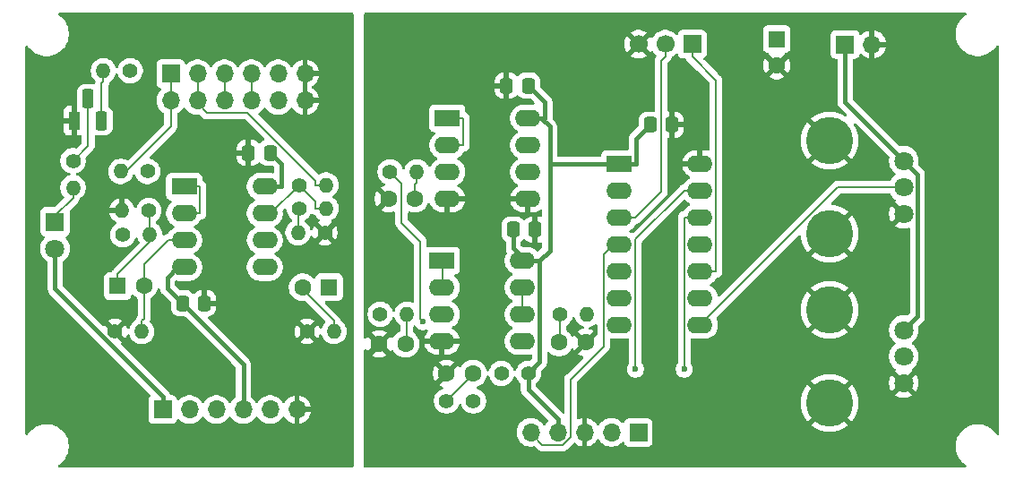
<source format=gbl>
%TF.GenerationSoftware,KiCad,Pcbnew,9.0.3*%
%TF.CreationDate,2025-07-27T11:41:57+09:00*%
%TF.ProjectId,LFOSeparate,4c464f53-6570-4617-9261-74652e6b6963,rev?*%
%TF.SameCoordinates,Original*%
%TF.FileFunction,Copper,L2,Bot*%
%TF.FilePolarity,Positive*%
%FSLAX46Y46*%
G04 Gerber Fmt 4.6, Leading zero omitted, Abs format (unit mm)*
G04 Created by KiCad (PCBNEW 9.0.3) date 2025-07-27 11:41:57*
%MOMM*%
%LPD*%
G01*
G04 APERTURE LIST*
G04 Aperture macros list*
%AMRoundRect*
0 Rectangle with rounded corners*
0 $1 Rounding radius*
0 $2 $3 $4 $5 $6 $7 $8 $9 X,Y pos of 4 corners*
0 Add a 4 corners polygon primitive as box body*
4,1,4,$2,$3,$4,$5,$6,$7,$8,$9,$2,$3,0*
0 Add four circle primitives for the rounded corners*
1,1,$1+$1,$2,$3*
1,1,$1+$1,$4,$5*
1,1,$1+$1,$6,$7*
1,1,$1+$1,$8,$9*
0 Add four rect primitives between the rounded corners*
20,1,$1+$1,$2,$3,$4,$5,0*
20,1,$1+$1,$4,$5,$6,$7,0*
20,1,$1+$1,$6,$7,$8,$9,0*
20,1,$1+$1,$8,$9,$2,$3,0*%
G04 Aperture macros list end*
%TA.AperFunction,ComponentPad*%
%ADD10C,1.600000*%
%TD*%
%TA.AperFunction,ComponentPad*%
%ADD11R,1.600000X1.600000*%
%TD*%
%TA.AperFunction,ComponentPad*%
%ADD12C,1.400000*%
%TD*%
%TA.AperFunction,ComponentPad*%
%ADD13O,1.400000X1.400000*%
%TD*%
%TA.AperFunction,ComponentPad*%
%ADD14R,1.700000X1.700000*%
%TD*%
%TA.AperFunction,ComponentPad*%
%ADD15C,1.700000*%
%TD*%
%TA.AperFunction,ComponentPad*%
%ADD16O,1.700000X1.700000*%
%TD*%
%TA.AperFunction,ComponentPad*%
%ADD17R,2.400000X1.600000*%
%TD*%
%TA.AperFunction,ComponentPad*%
%ADD18O,2.400000X1.600000*%
%TD*%
%TA.AperFunction,ComponentPad*%
%ADD19R,1.800000X1.800000*%
%TD*%
%TA.AperFunction,ComponentPad*%
%ADD20C,1.800000*%
%TD*%
%TA.AperFunction,ComponentPad*%
%ADD21C,4.455000*%
%TD*%
%TA.AperFunction,ComponentPad*%
%ADD22R,1.100000X1.800000*%
%TD*%
%TA.AperFunction,ComponentPad*%
%ADD23RoundRect,0.275000X-0.275000X-0.625000X0.275000X-0.625000X0.275000X0.625000X-0.275000X0.625000X0*%
%TD*%
%TA.AperFunction,SMDPad,CuDef*%
%ADD24RoundRect,0.250000X0.337500X0.475000X-0.337500X0.475000X-0.337500X-0.475000X0.337500X-0.475000X0*%
%TD*%
%TA.AperFunction,SMDPad,CuDef*%
%ADD25RoundRect,0.250000X-0.337500X-0.475000X0.337500X-0.475000X0.337500X0.475000X-0.337500X0.475000X0*%
%TD*%
%TA.AperFunction,ViaPad*%
%ADD26C,0.600000*%
%TD*%
%TA.AperFunction,Conductor*%
%ADD27C,0.200000*%
%TD*%
%TA.AperFunction,Conductor*%
%ADD28C,0.400000*%
%TD*%
G04 APERTURE END LIST*
D10*
%TO.P,C3,1*%
%TO.N,Net-(IC2-VINA+)*%
X123917000Y-66304000D03*
%TO.P,C3,2*%
%TO.N,GND*%
X121417000Y-66304000D03*
%TD*%
D11*
%TO.P,C9,1*%
%TO.N,Raw_Triangle*%
X116688000Y-60950000D03*
D10*
%TO.P,C9,2*%
%TO.N,Net-(U1B-+)*%
X114188000Y-60950000D03*
%TD*%
D12*
%TO.P,R5,1*%
%TO.N,Raw_Sine*%
X97220000Y-55997000D03*
D13*
%TO.P,R5,2*%
%TO.N,Net-(C8-Pad1)*%
X99760000Y-55997000D03*
%TD*%
D14*
%TO.P,J3,1,Pin_1*%
%TO.N,Gate*%
X151015000Y-37975000D03*
D15*
%TO.P,J3,2,Pin_2*%
%TO.N,RandumSeed*%
X148475000Y-37975000D03*
%TO.P,J3,3,Pin_3*%
%TO.N,GND*%
X145935000Y-37975000D03*
%TD*%
D14*
%TO.P,J5,1,Pin_1*%
%TO.N,+12VA*%
X100965000Y-72517000D03*
D16*
%TO.P,J5,2,Pin_2*%
%TO.N,+5VA*%
X103505000Y-72517000D03*
%TO.P,J5,3,Pin_3*%
%TO.N,-5VA*%
X106045000Y-72517000D03*
%TO.P,J5,4,Pin_4*%
%TO.N,-12VA*%
X108585000Y-72517000D03*
%TO.P,J5,5,Pin_5*%
%TO.N,unconnected-(J5-Pin_5-Pad5)*%
X111125000Y-72517000D03*
%TO.P,J5,6,Pin_6*%
%TO.N,GNDA*%
X113665000Y-72517000D03*
%TD*%
D17*
%TO.P,IC3,1,VOUTA*%
%TO.N,Randum*%
X127874000Y-44968000D03*
D18*
%TO.P,IC3,2,VINA-*%
X127874000Y-47508000D03*
%TO.P,IC3,3,VINA+*%
%TO.N,Net-(IC3-VINA+)*%
X127874000Y-50048000D03*
%TO.P,IC3,4,VSS*%
%TO.N,GND*%
X127874000Y-52588000D03*
%TO.P,IC3,5,VINB+*%
X135494000Y-52588000D03*
%TO.P,IC3,6,VINB-*%
%TO.N,Net-(IC3-VINB-)*%
X135494000Y-50048000D03*
%TO.P,IC3,7,VOUTB*%
X135494000Y-47508000D03*
%TO.P,IC3,8,VDD*%
%TO.N,+5VD*%
X135494000Y-44968000D03*
%TD*%
D12*
%TO.P,R2,1*%
%TO.N,Net-(IC2-VINB+)*%
X138542000Y-63510000D03*
D13*
%TO.P,R2,2*%
%TO.N,PWM_Triangle*%
X141082000Y-63510000D03*
%TD*%
D19*
%TO.P,D2,1,K*%
%TO.N,Net-(D2-K)*%
X90800000Y-54760000D03*
D20*
%TO.P,D2,2,A*%
%TO.N,+12VA*%
X90800000Y-57300000D03*
%TD*%
D12*
%TO.P,R12,1*%
%TO.N,Triangle*%
X97900000Y-40500000D03*
D13*
%TO.P,R12,2*%
%TO.N,Net-(Q1-B)*%
X95360000Y-40500000D03*
%TD*%
D12*
%TO.P,R11,1*%
%TO.N,Net-(U1B--)*%
X113857000Y-53500000D03*
D13*
%TO.P,R11,2*%
%TO.N,Net-(R11-Pad2)*%
X116397000Y-53500000D03*
%TD*%
D11*
%TO.P,C8,1*%
%TO.N,Net-(C8-Pad1)*%
X96702000Y-60833000D03*
D10*
%TO.P,C8,2*%
%TO.N,Net-(U1A-+)*%
X99202000Y-60833000D03*
%TD*%
D12*
%TO.P,R1,1*%
%TO.N,PWM_Sine*%
X121524000Y-63510000D03*
D13*
%TO.P,R1,2*%
%TO.N,Net-(IC2-VINA+)*%
X124064000Y-63510000D03*
%TD*%
D12*
%TO.P,R13,1*%
%TO.N,Net-(Q1-C)*%
X92500000Y-49000000D03*
D13*
%TO.P,R13,2*%
%TO.N,Net-(D2-K)*%
X92500000Y-51540000D03*
%TD*%
D12*
%TO.P,R6,1*%
%TO.N,Net-(C8-Pad1)*%
X99660000Y-53711000D03*
D13*
%TO.P,R6,2*%
%TO.N,GNDA*%
X97120000Y-53711000D03*
%TD*%
D20*
%TO.P,VR1,1,CCW*%
%TO.N,GND*%
X171000000Y-70000000D03*
%TO.P,VR1,2,WIPER*%
%TO.N,Rate*%
X171000000Y-67500000D03*
%TO.P,VR1,3,CW*%
%TO.N,+5VD*%
X171000000Y-65000000D03*
D21*
%TO.P,VR1,MH1,MH1*%
%TO.N,GND*%
X164000000Y-71900000D03*
%TO.P,VR1,MH2,MH2*%
X164000000Y-63100000D03*
%TD*%
D14*
%TO.P,J1,1,Pin_1*%
%TO.N,ICSPCLK*%
X145923000Y-74676000D03*
D16*
%TO.P,J1,2,Pin_2*%
%TO.N,ICSPDT*%
X143383000Y-74676000D03*
%TO.P,J1,3,Pin_3*%
%TO.N,GND*%
X140843000Y-74676000D03*
%TO.P,J1,4,Pin_4*%
%TO.N,+5VD*%
X138303000Y-74676000D03*
%TO.P,J1,5,Pin_5*%
%TO.N,~MCLR*%
X135763000Y-74676000D03*
%TD*%
D17*
%TO.P,IC2,1,VOUTA*%
%TO.N,Raw_Sine*%
X127366000Y-58430000D03*
D18*
%TO.P,IC2,2,VINA-*%
X127366000Y-60970000D03*
%TO.P,IC2,3,VINA+*%
%TO.N,Net-(IC2-VINA+)*%
X127366000Y-63510000D03*
%TO.P,IC2,4,VSS*%
%TO.N,GND*%
X127366000Y-66050000D03*
%TO.P,IC2,5,VINB+*%
%TO.N,Net-(IC2-VINB+)*%
X134986000Y-66050000D03*
%TO.P,IC2,6,VINB-*%
%TO.N,Raw_Triangle*%
X134986000Y-63510000D03*
%TO.P,IC2,7,VOUTB*%
X134986000Y-60970000D03*
%TO.P,IC2,8,VDD*%
%TO.N,+5VD*%
X134986000Y-58430000D03*
%TD*%
D22*
%TO.P,Q1,1,E*%
%TO.N,GNDA*%
X92660000Y-45200000D03*
D23*
%TO.P,Q1,2,C*%
%TO.N,Net-(Q1-C)*%
X93930000Y-43130000D03*
%TO.P,Q1,3,B*%
%TO.N,Net-(Q1-B)*%
X95200000Y-45200000D03*
%TD*%
D12*
%TO.P,R9,1*%
%TO.N,GNDA*%
X114619000Y-65141000D03*
D13*
%TO.P,R9,2*%
%TO.N,Net-(U1B-+)*%
X117159000Y-65141000D03*
%TD*%
D12*
%TO.P,R7,1*%
%TO.N,Net-(U1A--)*%
X99540000Y-50000000D03*
D13*
%TO.P,R7,2*%
%TO.N,Sine*%
X97000000Y-50000000D03*
%TD*%
D12*
%TO.P,R14,1*%
%TO.N,Net-(C12-Pad1)*%
X132980000Y-69100000D03*
%TO.P,R14,2*%
%TO.N,+5VD*%
X135520000Y-69100000D03*
%TD*%
%TO.P,R8,1*%
%TO.N,Net-(R11-Pad2)*%
X113857000Y-51298000D03*
D13*
%TO.P,R8,2*%
%TO.N,Triangle*%
X116397000Y-51298000D03*
%TD*%
D17*
%TO.P,IC1,1,VDD*%
%TO.N,+5VD*%
X144130000Y-49286000D03*
D18*
%TO.P,IC1,2,RA5*%
%TO.N,unconnected-(IC1-RA5-Pad2)*%
X144130000Y-51826000D03*
%TO.P,IC1,3,RA4*%
%TO.N,RandumSeed*%
X144130000Y-54366000D03*
%TO.P,IC1,4,VPP/~{MCLR}/RA3*%
%TO.N,~MCLR*%
X144130000Y-56906000D03*
%TO.P,IC1,5,RC5*%
%TO.N,PWM_Sine*%
X144130000Y-59446000D03*
%TO.P,IC1,6,RC4*%
%TO.N,PWM_Triangle*%
X144130000Y-61986000D03*
%TO.P,IC1,7,RC3*%
%TO.N,PWM_Randum*%
X144130000Y-64526000D03*
%TO.P,IC1,8,RC2*%
%TO.N,Delay*%
X151750000Y-64526000D03*
%TO.P,IC1,9,RC1*%
%TO.N,Rate*%
X151750000Y-61986000D03*
%TO.P,IC1,10,RC0*%
%TO.N,Gate*%
X151750000Y-59446000D03*
%TO.P,IC1,11,RA2*%
%TO.N,Square*%
X151750000Y-56906000D03*
%TO.P,IC1,12,RA1/ICSPCLK*%
%TO.N,ICSPCLK*%
X151750000Y-54366000D03*
%TO.P,IC1,13,RA0/ICSPDAT*%
%TO.N,ICSPDT*%
X151750000Y-51826000D03*
%TO.P,IC1,14,VSS*%
%TO.N,GND*%
X151750000Y-49286000D03*
%TD*%
D10*
%TO.P,C5,1*%
%TO.N,Net-(IC3-VINA+)*%
X124806000Y-52588000D03*
%TO.P,C5,2*%
%TO.N,GND*%
X122306000Y-52588000D03*
%TD*%
D12*
%TO.P,R10,1*%
%TO.N,GNDA*%
X116300000Y-55800000D03*
D13*
%TO.P,R10,2*%
%TO.N,Net-(U1B--)*%
X113760000Y-55800000D03*
%TD*%
D12*
%TO.P,R15,1*%
%TO.N,Net-(C12-Pad1)*%
X127800000Y-71700000D03*
%TO.P,R15,2*%
%TO.N,~MCLR*%
X130340000Y-71700000D03*
%TD*%
D10*
%TO.P,C4,1*%
%TO.N,Net-(IC2-VINB+)*%
X138435000Y-66177000D03*
%TO.P,C4,2*%
%TO.N,GND*%
X140935000Y-66177000D03*
%TD*%
D20*
%TO.P,VR2,1,CCW*%
%TO.N,GND*%
X171000000Y-54000000D03*
%TO.P,VR2,2,WIPER*%
%TO.N,Delay*%
X171000000Y-51500000D03*
%TO.P,VR2,3,CW*%
%TO.N,+5VD*%
X171000000Y-49000000D03*
D21*
%TO.P,VR2,MH1,MH1*%
%TO.N,GND*%
X164000000Y-55900000D03*
%TO.P,VR2,MH2,MH2*%
X164000000Y-47100000D03*
%TD*%
D12*
%TO.P,R4,1*%
%TO.N,GNDA*%
X96458000Y-65151000D03*
D13*
%TO.P,R4,2*%
%TO.N,Net-(U1A-+)*%
X98998000Y-65151000D03*
%TD*%
D17*
%TO.P,U1,1*%
%TO.N,Net-(U1A--)*%
X102997000Y-51435000D03*
D18*
%TO.P,U1,2,-*%
X102997000Y-53975000D03*
%TO.P,U1,3,+*%
%TO.N,Net-(U1A-+)*%
X102997000Y-56515000D03*
%TO.P,U1,4,V-*%
%TO.N,-12VA*%
X102997000Y-59055000D03*
%TO.P,U1,5,+*%
%TO.N,Net-(U1B-+)*%
X110617000Y-59055000D03*
%TO.P,U1,6,-*%
%TO.N,Net-(U1B--)*%
X110617000Y-56515000D03*
%TO.P,U1,7*%
%TO.N,Net-(R11-Pad2)*%
X110617000Y-53975000D03*
%TO.P,U1,8,V+*%
%TO.N,+12VA*%
X110617000Y-51435000D03*
%TD*%
D10*
%TO.P,C12,1*%
%TO.N,Net-(C12-Pad1)*%
X130300000Y-69100000D03*
%TO.P,C12,2*%
%TO.N,GND*%
X127800000Y-69100000D03*
%TD*%
D11*
%TO.P,C1,1*%
%TO.N,+5VD*%
X159000000Y-37500000D03*
D10*
%TO.P,C1,2*%
%TO.N,GND*%
X159000000Y-40000000D03*
%TD*%
D14*
%TO.P,J4,1,Pin_1*%
%TO.N,Sine*%
X101727000Y-40767000D03*
D16*
%TO.P,J4,2,Pin_2*%
X101727000Y-43307000D03*
%TO.P,J4,3,Pin_3*%
%TO.N,Triangle*%
X104267000Y-40767000D03*
%TO.P,J4,4,Pin_4*%
X104267000Y-43307000D03*
%TO.P,J4,5,Pin_5*%
%TO.N,Square*%
X106807000Y-40767000D03*
%TO.P,J4,6,Pin_6*%
X106807000Y-43307000D03*
%TO.P,J4,7,Pin_7*%
%TO.N,Randum*%
X109347000Y-40767000D03*
%TO.P,J4,8,Pin_8*%
X109347000Y-43307000D03*
%TO.P,J4,9,Pin_9*%
%TO.N,unconnected-(J4-Pin_9-Pad9)*%
X111887000Y-40767000D03*
%TO.P,J4,10,Pin_10*%
%TO.N,unconnected-(J4-Pin_10-Pad10)*%
X111887000Y-43307000D03*
%TO.P,J4,11,Pin_11*%
%TO.N,GNDA*%
X114427000Y-40767000D03*
%TO.P,J4,12,Pin_12*%
X114427000Y-43307000D03*
%TD*%
D12*
%TO.P,R3,1*%
%TO.N,PWM_Randum*%
X122463000Y-50048000D03*
D13*
%TO.P,R3,2*%
%TO.N,Net-(IC3-VINA+)*%
X125003000Y-50048000D03*
%TD*%
D14*
%TO.P,J2,1,Pin_1*%
%TO.N,+5VD*%
X165460000Y-38000000D03*
D16*
%TO.P,J2,2,Pin_2*%
%TO.N,GND*%
X168000000Y-38000000D03*
%TD*%
D24*
%TO.P,C10,1*%
%TO.N,+5VD*%
X135530500Y-41910000D03*
%TO.P,C10,2*%
%TO.N,GND*%
X133455500Y-41910000D03*
%TD*%
%TO.P,C6,1*%
%TO.N,+12VA*%
X111146500Y-48260000D03*
%TO.P,C6,2*%
%TO.N,GNDA*%
X109071500Y-48260000D03*
%TD*%
D25*
%TO.P,C7,1*%
%TO.N,-12VA*%
X102848500Y-62484000D03*
%TO.P,C7,2*%
%TO.N,GNDA*%
X104923500Y-62484000D03*
%TD*%
%TO.P,C11,1*%
%TO.N,+5VD*%
X134090500Y-55499000D03*
%TO.P,C11,2*%
%TO.N,GND*%
X136165500Y-55499000D03*
%TD*%
%TO.P,C2,1*%
%TO.N,+5VD*%
X147044500Y-45593000D03*
%TO.P,C2,2*%
%TO.N,GND*%
X149119500Y-45593000D03*
%TD*%
D26*
%TO.N,PWM_Randum*%
X125588000Y-64211700D03*
%TO.N,ICSPCLK*%
X150248000Y-68700000D03*
%TO.N,ICSPDT*%
X145650000Y-68700000D03*
%TD*%
D27*
%TO.N,Triangle*%
X105164700Y-44458700D02*
X104267000Y-43561000D01*
X115395000Y-50882900D02*
X108971000Y-44458700D01*
X108971000Y-44458700D02*
X105164700Y-44458700D01*
X115395000Y-51298000D02*
X115395000Y-50882900D01*
X104267000Y-43561000D02*
X104267000Y-43307000D01*
X116397000Y-51298000D02*
X115395000Y-51298000D01*
D28*
%TO.N,+5VD*%
X135520000Y-70641300D02*
X138303000Y-73424300D01*
X172308000Y-63691800D02*
X172308000Y-50308200D01*
X137540000Y-49286000D02*
X137540000Y-57478100D01*
X146716000Y-45921200D02*
X146716300Y-45921200D01*
X136728000Y-44968000D02*
X137540000Y-45779100D01*
X145732000Y-49286000D02*
X145732000Y-46905800D01*
X171000000Y-65000000D02*
X172308000Y-63691800D01*
X146388000Y-46249400D02*
X146716000Y-45921200D01*
X134661000Y-57859500D02*
X134986000Y-58184500D01*
X134986000Y-58184500D02*
X134986000Y-58430000D01*
X137540000Y-45779100D02*
X137540000Y-49286000D01*
X136313000Y-42692600D02*
X135530000Y-41910100D01*
X136313000Y-42692600D02*
X135530000Y-41910000D01*
X138303000Y-73424300D02*
X138303000Y-74676000D01*
X134661000Y-57859500D02*
X134090000Y-57289000D01*
X145732000Y-46905800D02*
X146388000Y-46249400D01*
X146388000Y-46249400D02*
X146716000Y-45921200D01*
X135520000Y-69100000D02*
X136588000Y-68032300D01*
X134090500Y-55499000D02*
X134090000Y-55499000D01*
X172308000Y-50308200D02*
X171000000Y-49000000D01*
X146716300Y-45921200D02*
X147044500Y-45593000D01*
X171000000Y-49000000D02*
X165460000Y-43460000D01*
X137096000Y-43475200D02*
X136313000Y-42692600D01*
X137540000Y-57478100D02*
X136588000Y-58430000D01*
X136728000Y-44968000D02*
X137096000Y-44968000D01*
X134986000Y-58430000D02*
X136588000Y-58430000D01*
X135520000Y-69100000D02*
X135520000Y-70641300D01*
X135530000Y-41910100D02*
X135530000Y-41910000D01*
X137096000Y-44968000D02*
X137096000Y-43475200D01*
X135232000Y-58430000D02*
X134661000Y-57859500D01*
X165460000Y-43460000D02*
X165460000Y-38000000D01*
X135494000Y-44968000D02*
X136728000Y-44968000D01*
X137540000Y-49286000D02*
X144130000Y-49286000D01*
X134090000Y-57289000D02*
X134090000Y-55499000D01*
X136588000Y-68032300D02*
X136588000Y-58430000D01*
X135530500Y-41910000D02*
X135530000Y-41910000D01*
X144130000Y-49286000D02*
X145732000Y-49286000D01*
D27*
%TO.N,Net-(IC2-VINA+)*%
X124064000Y-63510000D02*
X124064000Y-66157000D01*
X124064000Y-66157000D02*
X123917000Y-66304000D01*
%TO.N,Net-(IC2-VINB+)*%
X138542000Y-66070000D02*
X138542000Y-63510000D01*
X138435000Y-66177000D02*
X138542000Y-66070000D01*
%TO.N,Net-(IC3-VINA+)*%
X125003000Y-50048000D02*
X125003000Y-51049700D01*
X125003000Y-51049700D02*
X124806000Y-51246700D01*
X124806000Y-51246700D02*
X124806000Y-52588000D01*
D28*
%TO.N,+12VA*%
X100965000Y-71265300D02*
X90800000Y-61100300D01*
X100965000Y-72517000D02*
X100965000Y-71265300D01*
X111146000Y-48260000D02*
X111682000Y-48796100D01*
X90800000Y-61100300D02*
X90800000Y-57300000D01*
X112219000Y-49332200D02*
X112219000Y-51435000D01*
X111682000Y-48796100D02*
X112219000Y-49332200D01*
X111682000Y-48796100D02*
X111146000Y-48260100D01*
X111146500Y-48260000D02*
X111146000Y-48260000D01*
X111146000Y-48260100D02*
X111146000Y-48260000D01*
X112219000Y-51435000D02*
X110617000Y-51435000D01*
%TO.N,-12VA*%
X108585000Y-68220500D02*
X108585000Y-72517000D01*
X102848000Y-62484000D02*
X102848300Y-62484200D01*
X102848500Y-62484000D02*
X102848300Y-62484200D01*
X102848000Y-62484000D02*
X103542000Y-63177400D01*
X101395000Y-60005000D02*
X101395000Y-61030800D01*
X103542000Y-63177000D02*
X103542000Y-63177400D01*
X101395000Y-61030800D02*
X102848000Y-62484000D01*
X102345000Y-59055000D02*
X101395000Y-60005000D01*
X103542000Y-63177400D02*
X108585000Y-68220500D01*
X102997000Y-59055000D02*
X102345000Y-59055000D01*
X102848300Y-62484200D02*
X103542000Y-63177000D01*
D27*
%TO.N,Net-(U1A-+)*%
X98998000Y-64149300D02*
X99202000Y-63945300D01*
X99202000Y-63945300D02*
X99202000Y-60833000D01*
X98998000Y-65151000D02*
X98998000Y-64149300D01*
X99202000Y-58808300D02*
X99202000Y-60833000D01*
X102997000Y-56515000D02*
X101495000Y-56515000D01*
X101495000Y-56515000D02*
X99202000Y-58808300D01*
%TO.N,Raw_Sine*%
X127366000Y-58430000D02*
X127400000Y-58430000D01*
X127400000Y-58430000D02*
X127400000Y-60970000D01*
X127400000Y-60970000D02*
X127366000Y-60970000D01*
%TO.N,Net-(C8-Pad1)*%
X96702000Y-59731300D02*
X96702000Y-60833000D01*
X99760000Y-53811000D02*
X99760000Y-55997000D01*
X99760000Y-56673300D02*
X96702000Y-59731300D01*
X99660000Y-53711000D02*
X99760000Y-53811000D01*
X99760000Y-55997000D02*
X99760000Y-56673300D01*
%TO.N,Raw_Triangle*%
X134986000Y-63510000D02*
X134986000Y-60970000D01*
%TO.N,RandumSeed*%
X148082000Y-51915700D02*
X145632000Y-54366000D01*
X148460000Y-37990000D02*
X148460000Y-39151700D01*
X145632000Y-54366000D02*
X144130000Y-54366000D01*
X148460000Y-39151700D02*
X148082000Y-39529700D01*
X148475000Y-37975000D02*
X148460000Y-37990000D01*
X148082000Y-39529700D02*
X148082000Y-51915700D01*
%TO.N,PWM_Randum*%
X125300000Y-56624900D02*
X123556000Y-54880900D01*
X125300000Y-63923400D02*
X125300000Y-56624900D01*
X123556000Y-51141000D02*
X122463000Y-50048000D01*
X125588000Y-64211700D02*
X125300000Y-63923400D01*
X123556000Y-54880900D02*
X123556000Y-51141000D01*
%TO.N,ICSPCLK*%
X150248000Y-68700000D02*
X150248000Y-54366000D01*
X150248000Y-54366000D02*
X151750000Y-54366000D01*
%TO.N,ICSPDT*%
X145650000Y-56424500D02*
X150248000Y-51826000D01*
X145650000Y-68700000D02*
X145650000Y-56424500D01*
X150248000Y-51826000D02*
X151750000Y-51826000D01*
%TO.N,Net-(C12-Pad1)*%
X130300000Y-69200000D02*
X130300000Y-69100000D01*
X127800000Y-71700000D02*
X130300000Y-69200000D01*
%TO.N,Gate*%
X153252000Y-41403400D02*
X153252000Y-59446000D01*
X151000000Y-37990000D02*
X151000000Y-39151700D01*
X153252000Y-59446000D02*
X151750000Y-59446000D01*
X151000000Y-39151700D02*
X153252000Y-41403400D01*
X151015000Y-37975000D02*
X151000000Y-37990000D01*
%TO.N,~MCLR*%
X139535000Y-75088800D02*
X139535000Y-69670900D01*
X142628000Y-57872000D02*
X143594000Y-56906000D01*
X136051000Y-75050900D02*
X136854000Y-75854400D01*
X143594000Y-56906000D02*
X144130000Y-56906000D01*
X142628000Y-66577800D02*
X142628000Y-57872000D01*
X139535000Y-69670900D02*
X142628000Y-66577800D01*
X138770000Y-75854400D02*
X139535000Y-75088800D01*
X135763000Y-74676000D02*
X136051000Y-74963900D01*
X136051000Y-74963900D02*
X136051000Y-75050900D01*
X136854000Y-75854400D02*
X138770000Y-75854400D01*
%TO.N,Delay*%
X151750000Y-64526000D02*
X164776000Y-51500000D01*
X164776000Y-51500000D02*
X171000000Y-51500000D01*
%TO.N,Net-(D2-K)*%
X92500000Y-52541700D02*
X90800000Y-54241700D01*
X90800000Y-54241700D02*
X90800000Y-54760000D01*
X92500000Y-51540000D02*
X92500000Y-52541700D01*
%TO.N,Square*%
X106807000Y-40767000D02*
X106807000Y-43307000D01*
%TO.N,Randum*%
X109347000Y-40767000D02*
X109347000Y-43307000D01*
X127874000Y-47508000D02*
X129376000Y-47508000D01*
X129376000Y-44968000D02*
X127874000Y-44968000D01*
X129376000Y-47508000D02*
X129376000Y-44968000D01*
%TO.N,Sine*%
X101727000Y-45771300D02*
X101727000Y-43307000D01*
X101727000Y-40767000D02*
X101727000Y-43307000D01*
X97200000Y-50298300D02*
X101727000Y-45771300D01*
%TO.N,Triangle*%
X104267000Y-40767000D02*
X104267000Y-43307000D01*
%TO.N,Net-(U1A--)*%
X104499000Y-51435000D02*
X104499000Y-53975000D01*
X102997000Y-51435000D02*
X104499000Y-51435000D01*
X104499000Y-53975000D02*
X102997000Y-53975000D01*
%TO.N,Net-(R11-Pad2)*%
X115395000Y-53500000D02*
X115395000Y-52836300D01*
X116397000Y-53500000D02*
X115395000Y-53500000D01*
X111180000Y-53975000D02*
X113857000Y-51298000D01*
X115395000Y-52836300D02*
X113857000Y-51298000D01*
X110617000Y-53975000D02*
X111180000Y-53975000D01*
%TO.N,Net-(U1B-+)*%
X117159000Y-65141000D02*
X117159000Y-64139300D01*
X114188000Y-61168300D02*
X114188000Y-60950000D01*
X117159000Y-64139300D02*
X114188000Y-61168300D01*
%TO.N,Net-(IC3-VINB-)*%
X135494000Y-47508000D02*
X135500000Y-47508000D01*
X135500000Y-50048000D02*
X135494000Y-50048000D01*
%TO.N,Net-(Q1-C)*%
X93930000Y-47570000D02*
X92500000Y-49000000D01*
X93930000Y-43530000D02*
X93930000Y-47570000D01*
%TO.N,Net-(Q1-B)*%
X95360000Y-41501700D02*
X95200000Y-41661700D01*
X95360000Y-40500000D02*
X95360000Y-41501700D01*
X95200000Y-41661700D02*
X95200000Y-44800000D01*
%TO.N,Net-(U1B--)*%
X113760000Y-55800000D02*
X113760000Y-53597000D01*
X113760000Y-53597000D02*
X113857000Y-53500000D01*
%TD*%
%TA.AperFunction,Conductor*%
%TO.N,GND*%
G36*
X140535000Y-66229661D02*
G01*
X140562259Y-66331394D01*
X140614920Y-66422606D01*
X140689394Y-66497080D01*
X140780606Y-66549741D01*
X140882339Y-66577000D01*
X140888553Y-66577000D01*
X140209076Y-67256474D01*
X140253650Y-67288859D01*
X140435968Y-67381755D01*
X140630580Y-67444989D01*
X140632831Y-67445346D01*
X140633616Y-67445718D01*
X140635311Y-67446125D01*
X140635225Y-67446481D01*
X140695965Y-67475277D01*
X140732895Y-67534589D01*
X140731897Y-67604451D01*
X140701114Y-67655499D01*
X139162183Y-69194481D01*
X139054478Y-69302186D01*
X138975423Y-69439116D01*
X138975421Y-69439121D01*
X138975420Y-69439123D01*
X138975419Y-69439126D01*
X138968933Y-69463334D01*
X138968932Y-69463338D01*
X138967218Y-69469737D01*
X138942810Y-69560832D01*
X138934498Y-69591852D01*
X138934500Y-69674035D01*
X138934500Y-69683668D01*
X138934500Y-72765781D01*
X138914815Y-72832820D01*
X138862011Y-72878575D01*
X138792853Y-72888519D01*
X138729297Y-72859494D01*
X138722819Y-72853462D01*
X136256819Y-70387462D01*
X136223334Y-70326139D01*
X136220500Y-70299781D01*
X136220500Y-70138137D01*
X136240185Y-70071098D01*
X136271615Y-70037818D01*
X136302073Y-70015690D01*
X136435690Y-69882073D01*
X136546760Y-69729199D01*
X136632547Y-69560832D01*
X136690940Y-69381118D01*
X136695184Y-69354323D01*
X136720500Y-69194484D01*
X136720500Y-69005517D01*
X136718903Y-68995438D01*
X136714638Y-68968510D01*
X136723591Y-68899220D01*
X136749438Y-68861423D01*
X137034501Y-68576441D01*
X137034542Y-68576414D01*
X137082300Y-68528655D01*
X137132051Y-68478919D01*
X137132054Y-68478913D01*
X137132087Y-68478881D01*
X137132111Y-68478844D01*
X137132114Y-68478842D01*
X137155452Y-68443912D01*
X137172499Y-68418403D01*
X137172507Y-68418391D01*
X137202125Y-68374077D01*
X137208728Y-68364198D01*
X137208732Y-68364186D01*
X137208764Y-68364126D01*
X137208775Y-68364111D01*
X137235899Y-68298626D01*
X137261551Y-68236723D01*
X137261551Y-68236722D01*
X137261570Y-68236677D01*
X137261605Y-68236503D01*
X137275299Y-68167653D01*
X137275303Y-68167653D01*
X137275303Y-68167632D01*
X137288490Y-68101392D01*
X137288490Y-68101374D01*
X137288497Y-68101306D01*
X137288500Y-68101293D01*
X137288500Y-68028767D01*
X137288509Y-67963405D01*
X137288500Y-67963359D01*
X137288500Y-67169047D01*
X137308185Y-67102008D01*
X137360989Y-67056253D01*
X137430147Y-67046309D01*
X137493703Y-67075334D01*
X137500181Y-67081366D01*
X137587786Y-67168971D01*
X137706500Y-67255220D01*
X137753390Y-67289287D01*
X137810679Y-67318477D01*
X137935776Y-67382218D01*
X137935778Y-67382218D01*
X137935781Y-67382220D01*
X138039311Y-67415859D01*
X138130465Y-67445477D01*
X138231557Y-67461488D01*
X138332648Y-67477500D01*
X138332649Y-67477500D01*
X138537351Y-67477500D01*
X138537352Y-67477500D01*
X138739534Y-67445477D01*
X138934219Y-67382220D01*
X139116610Y-67289287D01*
X139277976Y-67172049D01*
X139282213Y-67168971D01*
X139282215Y-67168968D01*
X139282219Y-67168966D01*
X139426966Y-67024219D01*
X139426966Y-67024218D01*
X139426969Y-67024216D01*
X139426971Y-67024213D01*
X139519236Y-66897219D01*
X139547287Y-66858610D01*
X139574795Y-66804621D01*
X139622769Y-66753826D01*
X139690589Y-66737030D01*
X139756725Y-66759567D01*
X139795765Y-66804621D01*
X139823141Y-66858350D01*
X139823147Y-66858359D01*
X139855523Y-66902921D01*
X139855524Y-66902922D01*
X140535000Y-66223446D01*
X140535000Y-66229661D01*
G37*
%TD.AperFunction*%
%TA.AperFunction,Conductor*%
G36*
X139866712Y-63776238D02*
G01*
X139918188Y-63823482D01*
X139929930Y-63849194D01*
X139936133Y-63868285D01*
X139969454Y-63970836D01*
X140028140Y-64086013D01*
X140055240Y-64139199D01*
X140166310Y-64292073D01*
X140299927Y-64425690D01*
X140452801Y-64536760D01*
X140621168Y-64622547D01*
X140725753Y-64656529D01*
X140783428Y-64695965D01*
X140810626Y-64760324D01*
X140798711Y-64829170D01*
X140751467Y-64880646D01*
X140706834Y-64896932D01*
X140630580Y-64909010D01*
X140435968Y-64972244D01*
X140253644Y-65065143D01*
X140209077Y-65097523D01*
X140209077Y-65097524D01*
X140888554Y-65777000D01*
X140882339Y-65777000D01*
X140780606Y-65804259D01*
X140689394Y-65856920D01*
X140614920Y-65931394D01*
X140562259Y-66022606D01*
X140535000Y-66124339D01*
X140535000Y-66130553D01*
X139855524Y-65451077D01*
X139855523Y-65451077D01*
X139823143Y-65495644D01*
X139795765Y-65549378D01*
X139747790Y-65600174D01*
X139679969Y-65616969D01*
X139613834Y-65594431D01*
X139574795Y-65549378D01*
X139568797Y-65537606D01*
X139547287Y-65495390D01*
X139547285Y-65495387D01*
X139547284Y-65495385D01*
X139426971Y-65329786D01*
X139282213Y-65185028D01*
X139193615Y-65120659D01*
X139150949Y-65065330D01*
X139142500Y-65020341D01*
X139142500Y-64620791D01*
X139162185Y-64553752D01*
X139193612Y-64520475D01*
X139324073Y-64425690D01*
X139457690Y-64292073D01*
X139568760Y-64139199D01*
X139654547Y-63970832D01*
X139694069Y-63849195D01*
X139733507Y-63791521D01*
X139797866Y-63764323D01*
X139866712Y-63776238D01*
G37*
%TD.AperFunction*%
%TA.AperFunction,Conductor*%
G36*
X141964474Y-64442343D02*
G01*
X142013169Y-64492448D01*
X142027500Y-64550316D01*
X142027500Y-65386689D01*
X142007815Y-65453728D01*
X141991181Y-65474370D01*
X141335000Y-66130553D01*
X141335000Y-66124339D01*
X141307741Y-66022606D01*
X141255080Y-65931394D01*
X141180606Y-65856920D01*
X141089394Y-65804259D01*
X140987661Y-65777000D01*
X140981446Y-65777000D01*
X141660922Y-65097524D01*
X141660921Y-65097523D01*
X141616359Y-65065147D01*
X141616350Y-65065141D01*
X141434031Y-64972244D01*
X141299275Y-64928459D01*
X141241600Y-64889021D01*
X141214402Y-64824662D01*
X141226317Y-64755816D01*
X141273561Y-64704340D01*
X141318196Y-64688055D01*
X141324044Y-64687128D01*
X141363118Y-64680940D01*
X141542832Y-64622547D01*
X141711199Y-64536760D01*
X141830615Y-64449998D01*
X141896420Y-64426518D01*
X141964474Y-64442343D01*
G37*
%TD.AperFunction*%
%TA.AperFunction,Conductor*%
G36*
X149599340Y-38863068D02*
G01*
X149655274Y-38904939D01*
X149672189Y-38935917D01*
X149721202Y-39067328D01*
X149721206Y-39067335D01*
X149807452Y-39182544D01*
X149807455Y-39182547D01*
X149922664Y-39268793D01*
X149922671Y-39268797D01*
X149936825Y-39274076D01*
X150057517Y-39319091D01*
X150117127Y-39325500D01*
X150335347Y-39325499D01*
X150346863Y-39328880D01*
X150358809Y-39327739D01*
X150379764Y-39338540D01*
X150402387Y-39345183D01*
X150411798Y-39355052D01*
X150420913Y-39359751D01*
X150442732Y-39387493D01*
X150478113Y-39448767D01*
X150478116Y-39448772D01*
X150519485Y-39520424D01*
X150519499Y-39520442D01*
X150519504Y-39520447D01*
X150519505Y-39520448D01*
X150572034Y-39572970D01*
X150607821Y-39608757D01*
X150637361Y-39638297D01*
X150637427Y-39638355D01*
X151498219Y-40499031D01*
X152615176Y-41615838D01*
X152648664Y-41677158D01*
X152651500Y-41703524D01*
X152651500Y-47911374D01*
X152631815Y-47978413D01*
X152579011Y-48024168D01*
X152509853Y-48034112D01*
X152489182Y-48029305D01*
X152454420Y-48018010D01*
X152252317Y-47986000D01*
X152000000Y-47986000D01*
X152000000Y-48970314D01*
X151995606Y-48965920D01*
X151904394Y-48913259D01*
X151802661Y-48886000D01*
X151697339Y-48886000D01*
X151595606Y-48913259D01*
X151504394Y-48965920D01*
X151500000Y-48970314D01*
X151500000Y-47986000D01*
X151247683Y-47986000D01*
X151045582Y-48018009D01*
X150850968Y-48081244D01*
X150668650Y-48174140D01*
X150503105Y-48294417D01*
X150503104Y-48294417D01*
X150358417Y-48439104D01*
X150358417Y-48439105D01*
X150238140Y-48604650D01*
X150145244Y-48786970D01*
X150082009Y-48981586D01*
X150073391Y-49036000D01*
X151434314Y-49036000D01*
X151429920Y-49040394D01*
X151377259Y-49131606D01*
X151350000Y-49233339D01*
X151350000Y-49338661D01*
X151377259Y-49440394D01*
X151429920Y-49531606D01*
X151434314Y-49536000D01*
X150073391Y-49536000D01*
X150082009Y-49590413D01*
X150145244Y-49785029D01*
X150238140Y-49967349D01*
X150358417Y-50132894D01*
X150358417Y-50132895D01*
X150503104Y-50277582D01*
X150668652Y-50397861D01*
X150761628Y-50445234D01*
X150812425Y-50493208D01*
X150829220Y-50561029D01*
X150806683Y-50627164D01*
X150761630Y-50666203D01*
X150668388Y-50713713D01*
X150502786Y-50834028D01*
X150358028Y-50978786D01*
X150237714Y-51144386D01*
X150225788Y-51167792D01*
X150202583Y-51192359D01*
X150179849Y-51217371D01*
X150178355Y-51218010D01*
X150177812Y-51218586D01*
X150147405Y-51231266D01*
X150084221Y-51248200D01*
X150084217Y-51248201D01*
X150016203Y-51266426D01*
X150016190Y-51266432D01*
X149948352Y-51305602D01*
X149948350Y-51305604D01*
X149879275Y-51345484D01*
X149879264Y-51345493D01*
X149825316Y-51399448D01*
X149825311Y-51399453D01*
X149762813Y-51461950D01*
X149762765Y-51462004D01*
X145413877Y-55811364D01*
X145352556Y-55844853D01*
X145282864Y-55839872D01*
X145253306Y-55824006D01*
X145211614Y-55793715D01*
X145190836Y-55783128D01*
X145118917Y-55746483D01*
X145068123Y-55698511D01*
X145051328Y-55630690D01*
X145073865Y-55564555D01*
X145118917Y-55525516D01*
X145211610Y-55478287D01*
X145256973Y-55445329D01*
X145377213Y-55357971D01*
X145377215Y-55357968D01*
X145377219Y-55357966D01*
X145521966Y-55213219D01*
X145521968Y-55213215D01*
X145521971Y-55213213D01*
X145642286Y-55047611D01*
X145654209Y-55024212D01*
X145677402Y-54999654D01*
X145700148Y-54974629D01*
X145701641Y-54973989D01*
X145702183Y-54973416D01*
X145732584Y-54960735D01*
X145796822Y-54943519D01*
X145862349Y-54925961D01*
X145863665Y-54925628D01*
X145863774Y-54925579D01*
X145863784Y-54925577D01*
X145863792Y-54925571D01*
X145863803Y-54925566D01*
X145863819Y-54925563D01*
X145863843Y-54925548D01*
X145864299Y-54925347D01*
X145866235Y-54924167D01*
X145899091Y-54905195D01*
X145931999Y-54886193D01*
X145932007Y-54886188D01*
X146000716Y-54846520D01*
X146000719Y-54846515D01*
X146000730Y-54846510D01*
X146000740Y-54846499D01*
X146000745Y-54846497D01*
X146049848Y-54797386D01*
X146049853Y-54797384D01*
X146049852Y-54797383D01*
X146079930Y-54767305D01*
X146112520Y-54734716D01*
X146112521Y-54734713D01*
X146119090Y-54728145D01*
X146119142Y-54728083D01*
X148507522Y-52339414D01*
X148560901Y-52286034D01*
X148562448Y-52284548D01*
X148562539Y-52284388D01*
X148562542Y-52284387D01*
X148591615Y-52234023D01*
X148602846Y-52214568D01*
X148602850Y-52214562D01*
X148640573Y-52149223D01*
X148641552Y-52147592D01*
X148641588Y-52147454D01*
X148641591Y-52147451D01*
X148663115Y-52067101D01*
X148682500Y-51994757D01*
X148682500Y-51994750D01*
X148682502Y-51994728D01*
X148682505Y-51994721D01*
X148682500Y-51914691D01*
X148682500Y-46941999D01*
X148702185Y-46874960D01*
X148754989Y-46829205D01*
X148806500Y-46817999D01*
X148869499Y-46817999D01*
X149369500Y-46817999D01*
X149506972Y-46817999D01*
X149506986Y-46817998D01*
X149609697Y-46807505D01*
X149776119Y-46752358D01*
X149776124Y-46752356D01*
X149925345Y-46660315D01*
X150049315Y-46536345D01*
X150141356Y-46387124D01*
X150141358Y-46387119D01*
X150196505Y-46220697D01*
X150196506Y-46220690D01*
X150206999Y-46117986D01*
X150207000Y-46117973D01*
X150207000Y-45843000D01*
X149369500Y-45843000D01*
X149369500Y-46817999D01*
X148869499Y-46817999D01*
X148869500Y-46817998D01*
X148869500Y-45343000D01*
X149369500Y-45343000D01*
X150206999Y-45343000D01*
X150206999Y-45068028D01*
X150206998Y-45068013D01*
X150196505Y-44965302D01*
X150141358Y-44798880D01*
X150141356Y-44798875D01*
X150049315Y-44649654D01*
X149925345Y-44525684D01*
X149776124Y-44433643D01*
X149776119Y-44433641D01*
X149609697Y-44378494D01*
X149609690Y-44378493D01*
X149506986Y-44368000D01*
X149369500Y-44368000D01*
X149369500Y-45343000D01*
X148869500Y-45343000D01*
X148869500Y-44401497D01*
X148761602Y-44359586D01*
X148751586Y-44351875D01*
X148739461Y-44348315D01*
X148724430Y-44330969D01*
X148706239Y-44316964D01*
X148701981Y-44305061D01*
X148693706Y-44295511D01*
X148686161Y-44260829D01*
X148682708Y-44251175D01*
X148683405Y-44248163D01*
X148682500Y-44244000D01*
X148682500Y-39829797D01*
X148702185Y-39762758D01*
X148718819Y-39742116D01*
X148781015Y-39679920D01*
X148940520Y-39520416D01*
X149019577Y-39383484D01*
X149058124Y-39239625D01*
X149094487Y-39179970D01*
X149121594Y-39161244D01*
X149182816Y-39130051D01*
X149354792Y-39005104D01*
X149468329Y-38891566D01*
X149529648Y-38858084D01*
X149599340Y-38863068D01*
G37*
%TD.AperFunction*%
%TA.AperFunction,Conductor*%
G36*
X176867368Y-35019685D02*
G01*
X176913123Y-35072489D01*
X176923067Y-35141647D01*
X176894042Y-35205203D01*
X176862333Y-35231383D01*
X176830521Y-35249751D01*
X176830518Y-35249752D01*
X176830513Y-35249756D01*
X176612073Y-35417370D01*
X176612066Y-35417376D01*
X176417376Y-35612066D01*
X176417370Y-35612073D01*
X176249754Y-35830516D01*
X176112080Y-36068971D01*
X176112075Y-36068982D01*
X176006704Y-36323369D01*
X175935441Y-36589331D01*
X175935438Y-36589344D01*
X175899501Y-36862315D01*
X175899500Y-36862332D01*
X175899500Y-37137667D01*
X175899501Y-37137684D01*
X175935438Y-37410655D01*
X175935439Y-37410660D01*
X175935440Y-37410666D01*
X175968507Y-37534075D01*
X176006704Y-37676630D01*
X176112075Y-37931017D01*
X176112080Y-37931028D01*
X176175473Y-38040826D01*
X176249751Y-38169479D01*
X176249753Y-38169482D01*
X176249754Y-38169483D01*
X176417370Y-38387926D01*
X176417376Y-38387933D01*
X176612066Y-38582623D01*
X176612073Y-38582629D01*
X176709709Y-38657547D01*
X176830521Y-38750249D01*
X176983778Y-38838732D01*
X177068971Y-38887919D01*
X177068976Y-38887921D01*
X177068979Y-38887923D01*
X177323368Y-38993295D01*
X177589334Y-39064560D01*
X177862326Y-39100500D01*
X177862333Y-39100500D01*
X178137667Y-39100500D01*
X178137674Y-39100500D01*
X178410666Y-39064560D01*
X178676632Y-38993295D01*
X178931021Y-38887923D01*
X179169479Y-38750249D01*
X179387928Y-38582628D01*
X179582628Y-38387928D01*
X179750249Y-38169479D01*
X179768615Y-38137668D01*
X179819179Y-38089455D01*
X179887786Y-38076231D01*
X179952651Y-38102199D01*
X179993180Y-38159113D01*
X180000000Y-38199670D01*
X180000000Y-74800329D01*
X179980315Y-74867368D01*
X179927511Y-74913123D01*
X179858353Y-74923067D01*
X179794797Y-74894042D01*
X179768616Y-74862333D01*
X179750249Y-74830521D01*
X179594466Y-74627500D01*
X179582629Y-74612073D01*
X179582623Y-74612066D01*
X179387933Y-74417376D01*
X179387926Y-74417370D01*
X179169483Y-74249754D01*
X179169482Y-74249753D01*
X179169479Y-74249751D01*
X179041739Y-74176000D01*
X178931028Y-74112080D01*
X178931017Y-74112075D01*
X178676630Y-74006704D01*
X178532850Y-73968179D01*
X178410666Y-73935440D01*
X178410660Y-73935439D01*
X178410655Y-73935438D01*
X178137684Y-73899501D01*
X178137679Y-73899500D01*
X178137674Y-73899500D01*
X177862326Y-73899500D01*
X177862320Y-73899500D01*
X177862315Y-73899501D01*
X177589344Y-73935438D01*
X177589337Y-73935439D01*
X177589334Y-73935440D01*
X177533125Y-73950500D01*
X177323369Y-74006704D01*
X177068982Y-74112075D01*
X177068971Y-74112080D01*
X176830516Y-74249754D01*
X176612073Y-74417370D01*
X176612066Y-74417376D01*
X176417376Y-74612066D01*
X176417370Y-74612073D01*
X176249754Y-74830516D01*
X176112080Y-75068971D01*
X176112075Y-75068982D01*
X176006704Y-75323369D01*
X175989015Y-75389388D01*
X175943546Y-75559084D01*
X175935441Y-75589331D01*
X175935438Y-75589344D01*
X175899501Y-75862315D01*
X175899500Y-75862332D01*
X175899500Y-76137667D01*
X175899501Y-76137684D01*
X175935438Y-76410655D01*
X175935439Y-76410660D01*
X175935440Y-76410666D01*
X175947299Y-76454925D01*
X176006704Y-76676630D01*
X176112075Y-76931017D01*
X176112080Y-76931028D01*
X176191809Y-77069121D01*
X176249751Y-77169479D01*
X176249753Y-77169482D01*
X176249754Y-77169483D01*
X176417370Y-77387926D01*
X176417376Y-77387933D01*
X176612066Y-77582623D01*
X176612072Y-77582628D01*
X176830521Y-77750249D01*
X176862332Y-77768615D01*
X176910545Y-77819181D01*
X176923767Y-77887788D01*
X176897799Y-77952652D01*
X176840885Y-77993180D01*
X176800329Y-78000000D01*
X120124000Y-78000000D01*
X120056961Y-77980315D01*
X120011206Y-77927511D01*
X120000000Y-77876000D01*
X120000000Y-68997682D01*
X126500000Y-68997682D01*
X126500000Y-69202317D01*
X126532009Y-69404417D01*
X126595244Y-69599031D01*
X126688141Y-69781350D01*
X126688147Y-69781359D01*
X126720523Y-69825921D01*
X126720524Y-69825922D01*
X127400000Y-69146446D01*
X127400000Y-69152661D01*
X127427259Y-69254394D01*
X127479920Y-69345606D01*
X127554394Y-69420080D01*
X127645606Y-69472741D01*
X127747339Y-69500000D01*
X127753553Y-69500000D01*
X127074076Y-70179474D01*
X127118650Y-70211859D01*
X127300968Y-70304755D01*
X127392140Y-70334379D01*
X127449815Y-70373817D01*
X127477013Y-70438176D01*
X127465098Y-70507022D01*
X127417854Y-70558498D01*
X127392141Y-70570240D01*
X127339167Y-70587452D01*
X127170800Y-70673240D01*
X127119798Y-70710296D01*
X127017927Y-70784310D01*
X127017925Y-70784312D01*
X127017924Y-70784312D01*
X126884312Y-70917924D01*
X126884312Y-70917925D01*
X126884310Y-70917927D01*
X126873659Y-70932587D01*
X126773240Y-71070800D01*
X126687454Y-71239163D01*
X126629059Y-71418881D01*
X126599500Y-71605513D01*
X126599500Y-71794486D01*
X126629059Y-71981118D01*
X126687454Y-72160836D01*
X126773240Y-72329199D01*
X126884310Y-72482073D01*
X127017927Y-72615690D01*
X127170801Y-72726760D01*
X127247384Y-72765781D01*
X127339163Y-72812545D01*
X127339165Y-72812545D01*
X127339168Y-72812547D01*
X127435497Y-72843846D01*
X127518881Y-72870940D01*
X127705514Y-72900500D01*
X127705519Y-72900500D01*
X127894486Y-72900500D01*
X128081118Y-72870940D01*
X128134909Y-72853462D01*
X128260832Y-72812547D01*
X128429199Y-72726760D01*
X128582073Y-72615690D01*
X128715690Y-72482073D01*
X128826760Y-72329199D01*
X128912547Y-72160832D01*
X128952069Y-72039195D01*
X128991507Y-71981521D01*
X129055866Y-71954323D01*
X129124712Y-71966238D01*
X129176188Y-72013482D01*
X129187931Y-72039196D01*
X129227454Y-72160836D01*
X129313240Y-72329199D01*
X129424310Y-72482073D01*
X129557927Y-72615690D01*
X129710801Y-72726760D01*
X129787384Y-72765781D01*
X129879163Y-72812545D01*
X129879165Y-72812545D01*
X129879168Y-72812547D01*
X129975497Y-72843846D01*
X130058881Y-72870940D01*
X130245514Y-72900500D01*
X130245519Y-72900500D01*
X130434486Y-72900500D01*
X130621118Y-72870940D01*
X130674909Y-72853462D01*
X130800832Y-72812547D01*
X130969199Y-72726760D01*
X131122073Y-72615690D01*
X131255690Y-72482073D01*
X131366760Y-72329199D01*
X131452547Y-72160832D01*
X131510940Y-71981118D01*
X131523788Y-71899999D01*
X131540500Y-71794486D01*
X131540500Y-71605513D01*
X131510940Y-71418881D01*
X131452545Y-71239163D01*
X131392689Y-71121690D01*
X131366760Y-71070801D01*
X131255690Y-70917927D01*
X131122073Y-70784310D01*
X130969199Y-70673240D01*
X130800836Y-70587454D01*
X130728667Y-70564005D01*
X130670992Y-70524567D01*
X130643794Y-70460208D01*
X130655709Y-70391362D01*
X130702954Y-70339886D01*
X130728664Y-70328144D01*
X130799219Y-70305220D01*
X130981610Y-70212287D01*
X131099330Y-70126759D01*
X131147213Y-70091971D01*
X131147215Y-70091968D01*
X131147219Y-70091966D01*
X131291966Y-69947219D01*
X131291968Y-69947215D01*
X131291971Y-69947213D01*
X131344732Y-69874590D01*
X131412287Y-69781610D01*
X131505220Y-69599219D01*
X131568477Y-69404534D01*
X131569013Y-69401147D01*
X131569573Y-69399964D01*
X131569612Y-69399806D01*
X131569645Y-69399813D01*
X131598939Y-69338012D01*
X131658249Y-69301078D01*
X131728112Y-69302072D01*
X131786346Y-69340679D01*
X131809418Y-69382221D01*
X131867454Y-69560836D01*
X131930041Y-69683668D01*
X131953240Y-69729199D01*
X132064310Y-69882073D01*
X132197927Y-70015690D01*
X132350801Y-70126760D01*
X132430347Y-70167290D01*
X132519163Y-70212545D01*
X132519165Y-70212545D01*
X132519168Y-70212547D01*
X132577779Y-70231591D01*
X132698881Y-70270940D01*
X132885514Y-70300500D01*
X132885519Y-70300500D01*
X133074486Y-70300500D01*
X133261118Y-70270940D01*
X133440832Y-70212547D01*
X133609199Y-70126760D01*
X133762073Y-70015690D01*
X133895690Y-69882073D01*
X134006760Y-69729199D01*
X134092547Y-69560832D01*
X134132069Y-69439195D01*
X134171507Y-69381521D01*
X134235866Y-69354323D01*
X134304712Y-69366238D01*
X134356188Y-69413482D01*
X134367931Y-69439196D01*
X134407454Y-69560836D01*
X134470041Y-69683668D01*
X134493240Y-69729199D01*
X134604310Y-69882073D01*
X134737927Y-70015690D01*
X134737928Y-70015691D01*
X134737927Y-70015691D01*
X134758442Y-70030595D01*
X134768383Y-70037818D01*
X134811050Y-70093147D01*
X134819500Y-70138137D01*
X134819500Y-70572306D01*
X134819500Y-70710294D01*
X134819500Y-70710296D01*
X134819499Y-70710296D01*
X134846418Y-70845622D01*
X134846421Y-70845632D01*
X134899222Y-70973107D01*
X134975887Y-71087845D01*
X134975888Y-71087846D01*
X137390892Y-73502849D01*
X137424377Y-73564172D01*
X137419393Y-73633864D01*
X137390893Y-73678211D01*
X137272889Y-73796215D01*
X137147949Y-73968182D01*
X137143484Y-73976946D01*
X137095509Y-74027742D01*
X137027688Y-74044536D01*
X136961553Y-74021998D01*
X136922516Y-73976946D01*
X136918050Y-73968182D01*
X136793109Y-73796213D01*
X136642786Y-73645890D01*
X136470820Y-73520951D01*
X136281414Y-73424444D01*
X136281413Y-73424443D01*
X136281412Y-73424443D01*
X136079243Y-73358754D01*
X136079241Y-73358753D01*
X136079240Y-73358753D01*
X135917957Y-73333208D01*
X135869287Y-73325500D01*
X135656713Y-73325500D01*
X135608042Y-73333208D01*
X135446760Y-73358753D01*
X135244585Y-73424444D01*
X135055179Y-73520951D01*
X134883213Y-73645890D01*
X134732890Y-73796213D01*
X134607951Y-73968179D01*
X134511444Y-74157585D01*
X134445753Y-74359760D01*
X134412500Y-74569713D01*
X134412500Y-74782286D01*
X134434797Y-74923067D01*
X134445754Y-74992243D01*
X134502738Y-75167622D01*
X134511444Y-75194414D01*
X134607951Y-75383820D01*
X134732890Y-75555786D01*
X134883213Y-75706109D01*
X135055179Y-75831048D01*
X135055181Y-75831049D01*
X135055184Y-75831051D01*
X135244588Y-75927557D01*
X135446757Y-75993246D01*
X135656713Y-76026500D01*
X135656714Y-76026500D01*
X135869286Y-76026500D01*
X135869287Y-76026500D01*
X136072542Y-75994307D01*
X136141833Y-76003261D01*
X136179647Y-76029126D01*
X136367613Y-76217209D01*
X136367612Y-76217209D01*
X136373431Y-76223032D01*
X136373480Y-76223116D01*
X136430542Y-76280178D01*
X136430568Y-76280204D01*
X136430569Y-76280206D01*
X136485138Y-76334808D01*
X136485286Y-76334922D01*
X136554701Y-76374998D01*
X136554704Y-76374999D01*
X136554716Y-76375006D01*
X136622041Y-76413904D01*
X136622131Y-76413928D01*
X136622216Y-76413977D01*
X136622235Y-76413982D01*
X136622237Y-76413983D01*
X136647530Y-76420760D01*
X136698402Y-76434391D01*
X136774756Y-76454876D01*
X136774853Y-76454876D01*
X136774943Y-76454900D01*
X136774976Y-76454900D01*
X136852200Y-76454900D01*
X136932870Y-76454925D01*
X136932871Y-76454924D01*
X136940781Y-76454927D01*
X136941206Y-76454900D01*
X138691062Y-76454900D01*
X138691178Y-76454931D01*
X138770236Y-76454900D01*
X138849057Y-76454900D01*
X138849057Y-76454899D01*
X138849288Y-76454869D01*
X138849293Y-76454869D01*
X138925867Y-76434318D01*
X139001784Y-76413977D01*
X139001887Y-76413917D01*
X139002004Y-76413886D01*
X139069991Y-76374597D01*
X139070042Y-76374584D01*
X139070035Y-76374572D01*
X139138716Y-76334920D01*
X139138723Y-76334912D01*
X139138893Y-76334783D01*
X139138897Y-76334778D01*
X139138904Y-76334775D01*
X139193701Y-76279934D01*
X139250520Y-76223116D01*
X139250522Y-76223111D01*
X139256235Y-76217399D01*
X139256567Y-76217018D01*
X139777781Y-75695395D01*
X139839088Y-75661888D01*
X139908782Y-75666845D01*
X139953175Y-75695363D01*
X139963535Y-75705723D01*
X139963540Y-75705727D01*
X140135442Y-75830620D01*
X140324782Y-75927095D01*
X140526871Y-75992757D01*
X140593000Y-76003231D01*
X140593000Y-75109012D01*
X140650007Y-75141925D01*
X140777174Y-75176000D01*
X140908826Y-75176000D01*
X141035993Y-75141925D01*
X141093000Y-75109012D01*
X141093000Y-76003230D01*
X141159126Y-75992757D01*
X141159129Y-75992757D01*
X141361217Y-75927095D01*
X141550557Y-75830620D01*
X141722459Y-75705727D01*
X141722464Y-75705723D01*
X141872723Y-75555464D01*
X141872727Y-75555459D01*
X141997620Y-75383558D01*
X142002232Y-75374507D01*
X142050205Y-75323709D01*
X142118025Y-75306912D01*
X142184161Y-75329447D01*
X142223204Y-75374504D01*
X142227949Y-75383817D01*
X142352890Y-75555786D01*
X142503213Y-75706109D01*
X142675179Y-75831048D01*
X142675181Y-75831049D01*
X142675184Y-75831051D01*
X142864588Y-75927557D01*
X143066757Y-75993246D01*
X143276713Y-76026500D01*
X143276714Y-76026500D01*
X143489286Y-76026500D01*
X143489287Y-76026500D01*
X143699243Y-75993246D01*
X143901412Y-75927557D01*
X144090816Y-75831051D01*
X144262792Y-75706104D01*
X144376329Y-75592566D01*
X144437648Y-75559084D01*
X144507340Y-75564068D01*
X144563274Y-75605939D01*
X144580189Y-75636917D01*
X144629202Y-75768328D01*
X144629206Y-75768335D01*
X144715452Y-75883544D01*
X144715455Y-75883547D01*
X144830664Y-75969793D01*
X144830671Y-75969797D01*
X144965517Y-76020091D01*
X144965516Y-76020091D01*
X144972444Y-76020835D01*
X145025127Y-76026500D01*
X146820872Y-76026499D01*
X146880483Y-76020091D01*
X147015331Y-75969796D01*
X147130546Y-75883546D01*
X147216796Y-75768331D01*
X147267091Y-75633483D01*
X147273500Y-75573873D01*
X147273499Y-73778128D01*
X147267091Y-73718517D01*
X147265810Y-73715083D01*
X147216797Y-73583671D01*
X147216793Y-73583664D01*
X147130547Y-73468455D01*
X147130544Y-73468452D01*
X147015335Y-73382206D01*
X147015328Y-73382202D01*
X146880482Y-73331908D01*
X146880483Y-73331908D01*
X146820883Y-73325501D01*
X146820881Y-73325500D01*
X146820873Y-73325500D01*
X146820864Y-73325500D01*
X145025129Y-73325500D01*
X145025123Y-73325501D01*
X144965516Y-73331908D01*
X144830671Y-73382202D01*
X144830664Y-73382206D01*
X144715455Y-73468452D01*
X144715452Y-73468455D01*
X144629206Y-73583664D01*
X144629203Y-73583669D01*
X144580189Y-73715083D01*
X144538317Y-73771016D01*
X144472853Y-73795433D01*
X144404580Y-73780581D01*
X144376326Y-73759430D01*
X144262786Y-73645890D01*
X144090820Y-73520951D01*
X143901414Y-73424444D01*
X143901413Y-73424443D01*
X143901412Y-73424443D01*
X143699243Y-73358754D01*
X143699241Y-73358753D01*
X143699240Y-73358753D01*
X143537957Y-73333208D01*
X143489287Y-73325500D01*
X143276713Y-73325500D01*
X143228042Y-73333208D01*
X143066760Y-73358753D01*
X142864585Y-73424444D01*
X142675179Y-73520951D01*
X142503213Y-73645890D01*
X142352890Y-73796213D01*
X142227949Y-73968182D01*
X142223202Y-73977499D01*
X142175227Y-74028293D01*
X142107405Y-74045087D01*
X142041271Y-74022548D01*
X142002234Y-73977495D01*
X141997622Y-73968444D01*
X141872727Y-73796540D01*
X141872723Y-73796535D01*
X141722464Y-73646276D01*
X141722459Y-73646272D01*
X141550557Y-73521379D01*
X141361215Y-73424903D01*
X141159124Y-73359241D01*
X141093000Y-73348768D01*
X141093000Y-74242988D01*
X141035993Y-74210075D01*
X140908826Y-74176000D01*
X140777174Y-74176000D01*
X140650007Y-74210075D01*
X140593000Y-74242988D01*
X140593000Y-73348768D01*
X140592999Y-73348768D01*
X140526875Y-73359241D01*
X140324783Y-73424903D01*
X140324781Y-73424904D01*
X140315789Y-73429486D01*
X140247119Y-73442378D01*
X140182380Y-73416098D01*
X140142126Y-73358990D01*
X140135500Y-73318998D01*
X140135500Y-71746822D01*
X161272500Y-71746822D01*
X161272500Y-72053177D01*
X161306798Y-72357580D01*
X161306800Y-72357596D01*
X161374967Y-72656258D01*
X161374971Y-72656270D01*
X161476145Y-72945407D01*
X161476154Y-72945429D01*
X161609062Y-73221416D01*
X161772051Y-73480811D01*
X161902302Y-73644143D01*
X162788078Y-72758366D01*
X162867305Y-72867413D01*
X163032587Y-73032695D01*
X163141631Y-73111920D01*
X162255855Y-73997696D01*
X162419188Y-74127948D01*
X162678583Y-74290937D01*
X162954570Y-74423845D01*
X162954592Y-74423854D01*
X163243729Y-74525028D01*
X163243741Y-74525032D01*
X163542403Y-74593199D01*
X163542419Y-74593201D01*
X163846822Y-74627499D01*
X163846824Y-74627500D01*
X164153176Y-74627500D01*
X164153177Y-74627499D01*
X164457580Y-74593201D01*
X164457596Y-74593199D01*
X164756258Y-74525032D01*
X164756270Y-74525028D01*
X165045407Y-74423854D01*
X165045429Y-74423845D01*
X165321416Y-74290937D01*
X165580811Y-74127948D01*
X165744143Y-73997696D01*
X164858367Y-73111920D01*
X164967413Y-73032695D01*
X165132695Y-72867413D01*
X165211920Y-72758367D01*
X166097696Y-73644143D01*
X166227948Y-73480811D01*
X166390937Y-73221416D01*
X166523845Y-72945429D01*
X166523854Y-72945407D01*
X166625028Y-72656270D01*
X166625032Y-72656258D01*
X166693199Y-72357596D01*
X166693201Y-72357580D01*
X166727499Y-72053177D01*
X166727500Y-72053175D01*
X166727500Y-71746824D01*
X166727499Y-71746822D01*
X166693201Y-71442419D01*
X166693199Y-71442403D01*
X166625032Y-71143741D01*
X166625029Y-71143731D01*
X166523854Y-70854592D01*
X166523845Y-70854570D01*
X166390937Y-70578583D01*
X166227948Y-70319188D01*
X166097696Y-70155855D01*
X165211920Y-71041631D01*
X165132695Y-70932587D01*
X164967413Y-70767305D01*
X164858366Y-70688078D01*
X165744143Y-69802302D01*
X165580811Y-69672051D01*
X165321416Y-69509062D01*
X165045429Y-69376154D01*
X165045407Y-69376145D01*
X164756270Y-69274971D01*
X164756258Y-69274967D01*
X164457596Y-69206800D01*
X164457580Y-69206798D01*
X164153177Y-69172500D01*
X163846822Y-69172500D01*
X163542419Y-69206798D01*
X163542403Y-69206800D01*
X163243741Y-69274967D01*
X163243729Y-69274971D01*
X162954592Y-69376145D01*
X162954570Y-69376154D01*
X162678583Y-69509062D01*
X162419184Y-69672053D01*
X162419180Y-69672056D01*
X162255855Y-69802302D01*
X163141632Y-70688079D01*
X163032587Y-70767305D01*
X162867305Y-70932587D01*
X162788079Y-71041632D01*
X161902302Y-70155855D01*
X161772056Y-70319180D01*
X161772053Y-70319184D01*
X161609062Y-70578583D01*
X161476154Y-70854570D01*
X161476145Y-70854592D01*
X161374971Y-71143729D01*
X161374967Y-71143741D01*
X161306800Y-71442403D01*
X161306798Y-71442419D01*
X161272500Y-71746822D01*
X140135500Y-71746822D01*
X140135500Y-69970990D01*
X140144144Y-69941550D01*
X140150667Y-69911565D01*
X140154422Y-69906547D01*
X140155185Y-69903951D01*
X140171813Y-69883314D01*
X143030817Y-67024219D01*
X143108520Y-66946516D01*
X143187577Y-66809584D01*
X143187578Y-66809578D01*
X143187580Y-66809576D01*
X143187586Y-66809551D01*
X143188329Y-66807484D01*
X143189127Y-66803802D01*
X143200980Y-66759567D01*
X143223312Y-66676219D01*
X143228500Y-66656857D01*
X143228500Y-66656855D01*
X143228502Y-66656848D01*
X143228500Y-66525716D01*
X143228500Y-65901150D01*
X143248185Y-65834111D01*
X143300989Y-65788356D01*
X143370147Y-65778412D01*
X143390820Y-65783220D01*
X143425458Y-65794475D01*
X143425461Y-65794475D01*
X143425466Y-65794477D01*
X143627648Y-65826500D01*
X143627649Y-65826500D01*
X144632351Y-65826500D01*
X144632352Y-65826500D01*
X144834534Y-65794477D01*
X144838467Y-65793199D01*
X144887181Y-65777371D01*
X144957023Y-65775376D01*
X145016856Y-65811456D01*
X145047684Y-65874157D01*
X145049500Y-65895302D01*
X145049500Y-68120234D01*
X145029815Y-68187273D01*
X145028602Y-68189125D01*
X144940609Y-68320814D01*
X144940602Y-68320827D01*
X144880264Y-68466498D01*
X144880261Y-68466510D01*
X144849500Y-68621153D01*
X144849500Y-68778846D01*
X144880261Y-68933489D01*
X144880264Y-68933501D01*
X144940602Y-69079172D01*
X144940609Y-69079185D01*
X145028210Y-69210288D01*
X145028213Y-69210292D01*
X145139707Y-69321786D01*
X145139711Y-69321789D01*
X145270814Y-69409390D01*
X145270827Y-69409397D01*
X145416498Y-69469735D01*
X145416503Y-69469737D01*
X145568644Y-69500000D01*
X145571153Y-69500499D01*
X145571156Y-69500500D01*
X145571158Y-69500500D01*
X145728844Y-69500500D01*
X145728845Y-69500499D01*
X145883497Y-69469737D01*
X146029179Y-69409394D01*
X146160289Y-69321789D01*
X146271789Y-69210289D01*
X146359394Y-69079179D01*
X146419737Y-68933497D01*
X146450500Y-68778842D01*
X146450500Y-68621158D01*
X146450500Y-68621155D01*
X146450499Y-68621153D01*
X146446446Y-68600776D01*
X146419737Y-68466503D01*
X146399917Y-68418652D01*
X146359397Y-68320827D01*
X146359390Y-68320814D01*
X146271398Y-68189125D01*
X146250520Y-68122447D01*
X146250500Y-68120234D01*
X146250500Y-56724573D01*
X146270185Y-56657534D01*
X146286814Y-56636897D01*
X146289354Y-56634357D01*
X150216364Y-52706919D01*
X150277684Y-52673431D01*
X150347376Y-52678412D01*
X150391730Y-52706915D01*
X150502786Y-52817971D01*
X150616380Y-52900500D01*
X150668390Y-52938287D01*
X150750374Y-52980060D01*
X150761080Y-52985515D01*
X150811876Y-53033490D01*
X150828671Y-53101311D01*
X150806134Y-53167446D01*
X150761080Y-53206485D01*
X150668386Y-53253715D01*
X150502786Y-53374028D01*
X150358028Y-53518786D01*
X150237714Y-53684386D01*
X150225787Y-53707795D01*
X150177811Y-53758590D01*
X150147397Y-53771273D01*
X150016214Y-53806423D01*
X150016209Y-53806426D01*
X149879290Y-53885475D01*
X149879282Y-53885481D01*
X149767481Y-53997282D01*
X149767475Y-53997290D01*
X149688426Y-54134209D01*
X149688423Y-54134216D01*
X149647500Y-54286943D01*
X149647500Y-68120234D01*
X149627815Y-68187273D01*
X149626602Y-68189125D01*
X149538609Y-68320814D01*
X149538602Y-68320827D01*
X149478264Y-68466498D01*
X149478261Y-68466510D01*
X149447500Y-68621153D01*
X149447500Y-68778846D01*
X149478261Y-68933489D01*
X149478264Y-68933501D01*
X149538602Y-69079172D01*
X149538609Y-69079185D01*
X149626210Y-69210288D01*
X149626213Y-69210292D01*
X149737707Y-69321786D01*
X149737711Y-69321789D01*
X149868814Y-69409390D01*
X149868827Y-69409397D01*
X150014498Y-69469735D01*
X150014503Y-69469737D01*
X150166644Y-69500000D01*
X150169153Y-69500499D01*
X150169156Y-69500500D01*
X150169158Y-69500500D01*
X150326844Y-69500500D01*
X150326845Y-69500499D01*
X150481497Y-69469737D01*
X150627179Y-69409394D01*
X150758289Y-69321789D01*
X150869789Y-69210289D01*
X150957394Y-69079179D01*
X151017737Y-68933497D01*
X151048500Y-68778842D01*
X151048500Y-68621158D01*
X151048500Y-68621155D01*
X151048499Y-68621153D01*
X151044446Y-68600776D01*
X151017737Y-68466503D01*
X150997917Y-68418652D01*
X150957397Y-68320827D01*
X150957390Y-68320814D01*
X150869398Y-68189125D01*
X150848520Y-68122447D01*
X150848500Y-68120234D01*
X150848500Y-65901150D01*
X150868185Y-65834111D01*
X150920989Y-65788356D01*
X150990147Y-65778412D01*
X151010820Y-65783220D01*
X151045458Y-65794475D01*
X151045461Y-65794475D01*
X151045466Y-65794477D01*
X151247648Y-65826500D01*
X151247649Y-65826500D01*
X152252351Y-65826500D01*
X152252352Y-65826500D01*
X152454534Y-65794477D01*
X152649219Y-65731220D01*
X152831610Y-65638287D01*
X152970191Y-65537603D01*
X152997213Y-65517971D01*
X152997215Y-65517968D01*
X152997219Y-65517966D01*
X153141966Y-65373219D01*
X153141968Y-65373215D01*
X153141971Y-65373213D01*
X153212075Y-65276721D01*
X153262287Y-65207610D01*
X153325309Y-65083924D01*
X153355218Y-65025223D01*
X153355218Y-65025222D01*
X153355220Y-65025219D01*
X153418477Y-64830534D01*
X153450500Y-64628352D01*
X153450500Y-64423648D01*
X153450146Y-64421416D01*
X153418477Y-64221465D01*
X153377697Y-64095957D01*
X153355220Y-64026781D01*
X153355218Y-64026778D01*
X153355218Y-64026776D01*
X153309451Y-63936954D01*
X153296555Y-63868285D01*
X153322831Y-63803544D01*
X153332246Y-63792987D01*
X154178411Y-62946822D01*
X161272500Y-62946822D01*
X161272500Y-63253177D01*
X161306798Y-63557580D01*
X161306800Y-63557596D01*
X161374967Y-63856258D01*
X161374971Y-63856270D01*
X161476145Y-64145407D01*
X161476154Y-64145429D01*
X161609062Y-64421416D01*
X161772051Y-64680811D01*
X161902302Y-64844143D01*
X162788078Y-63958366D01*
X162867305Y-64067413D01*
X163032587Y-64232695D01*
X163141631Y-64311920D01*
X162255855Y-65197696D01*
X162419188Y-65327948D01*
X162678583Y-65490937D01*
X162954570Y-65623845D01*
X162954592Y-65623854D01*
X163243729Y-65725028D01*
X163243741Y-65725032D01*
X163542403Y-65793199D01*
X163542419Y-65793201D01*
X163846822Y-65827499D01*
X163846824Y-65827500D01*
X164153176Y-65827500D01*
X164153177Y-65827499D01*
X164457580Y-65793201D01*
X164457596Y-65793199D01*
X164756258Y-65725032D01*
X164756270Y-65725028D01*
X165045407Y-65623854D01*
X165045429Y-65623845D01*
X165321416Y-65490937D01*
X165580811Y-65327948D01*
X165744143Y-65197696D01*
X164858367Y-64311920D01*
X164967413Y-64232695D01*
X165132695Y-64067413D01*
X165211920Y-63958367D01*
X166097696Y-64844143D01*
X166227948Y-64680811D01*
X166390937Y-64421416D01*
X166523845Y-64145429D01*
X166523854Y-64145407D01*
X166625028Y-63856270D01*
X166625032Y-63856258D01*
X166693199Y-63557596D01*
X166693201Y-63557580D01*
X166727499Y-63253177D01*
X166727500Y-63253175D01*
X166727500Y-62946824D01*
X166727499Y-62946822D01*
X166693201Y-62642419D01*
X166693199Y-62642403D01*
X166625032Y-62343741D01*
X166625028Y-62343729D01*
X166523854Y-62054592D01*
X166523845Y-62054570D01*
X166390937Y-61778583D01*
X166227948Y-61519188D01*
X166097696Y-61355855D01*
X165211920Y-62241631D01*
X165132695Y-62132587D01*
X164967413Y-61967305D01*
X164858366Y-61888078D01*
X165744143Y-61002302D01*
X165580811Y-60872051D01*
X165321416Y-60709062D01*
X165045429Y-60576154D01*
X165045407Y-60576145D01*
X164756270Y-60474971D01*
X164756258Y-60474967D01*
X164457596Y-60406800D01*
X164457580Y-60406798D01*
X164153177Y-60372500D01*
X163846822Y-60372500D01*
X163542419Y-60406798D01*
X163542403Y-60406800D01*
X163243741Y-60474967D01*
X163243729Y-60474971D01*
X162954592Y-60576145D01*
X162954570Y-60576154D01*
X162678583Y-60709062D01*
X162419184Y-60872053D01*
X162419180Y-60872056D01*
X162255855Y-61002302D01*
X163141632Y-61888079D01*
X163032587Y-61967305D01*
X162867305Y-62132587D01*
X162788079Y-62241632D01*
X161902302Y-61355855D01*
X161772056Y-61519180D01*
X161772053Y-61519184D01*
X161609062Y-61778583D01*
X161476154Y-62054570D01*
X161476145Y-62054592D01*
X161374971Y-62343729D01*
X161374967Y-62343741D01*
X161306800Y-62642403D01*
X161306798Y-62642419D01*
X161272500Y-62946822D01*
X154178411Y-62946822D01*
X161070133Y-56055100D01*
X161131453Y-56021618D01*
X161201145Y-56026602D01*
X161257078Y-56068474D01*
X161281031Y-56128900D01*
X161306798Y-56357580D01*
X161306800Y-56357596D01*
X161374967Y-56656258D01*
X161374971Y-56656270D01*
X161476145Y-56945407D01*
X161476154Y-56945429D01*
X161609062Y-57221416D01*
X161772051Y-57480811D01*
X161902302Y-57644143D01*
X162788078Y-56758366D01*
X162867305Y-56867413D01*
X163032587Y-57032695D01*
X163141631Y-57111920D01*
X162255855Y-57997696D01*
X162419188Y-58127948D01*
X162678583Y-58290937D01*
X162954570Y-58423845D01*
X162954592Y-58423854D01*
X163243729Y-58525028D01*
X163243741Y-58525032D01*
X163542403Y-58593199D01*
X163542419Y-58593201D01*
X163846822Y-58627499D01*
X163846824Y-58627500D01*
X164153176Y-58627500D01*
X164153177Y-58627499D01*
X164457580Y-58593201D01*
X164457596Y-58593199D01*
X164756258Y-58525032D01*
X164756270Y-58525028D01*
X165045407Y-58423854D01*
X165045429Y-58423845D01*
X165321416Y-58290937D01*
X165580811Y-58127948D01*
X165744143Y-57997696D01*
X164858367Y-57111920D01*
X164967413Y-57032695D01*
X165132695Y-56867413D01*
X165211920Y-56758367D01*
X166097696Y-57644143D01*
X166227948Y-57480811D01*
X166390937Y-57221416D01*
X166523845Y-56945429D01*
X166523854Y-56945407D01*
X166625028Y-56656270D01*
X166625032Y-56656258D01*
X166693199Y-56357596D01*
X166693201Y-56357580D01*
X166727499Y-56053177D01*
X166727500Y-56053175D01*
X166727500Y-55746824D01*
X166727499Y-55746822D01*
X166693201Y-55442419D01*
X166693199Y-55442403D01*
X166625032Y-55143741D01*
X166625028Y-55143729D01*
X166523854Y-54854592D01*
X166523845Y-54854570D01*
X166390937Y-54578583D01*
X166227948Y-54319188D01*
X166097696Y-54155855D01*
X165211920Y-55041631D01*
X165132695Y-54932587D01*
X164967413Y-54767305D01*
X164858366Y-54688078D01*
X165744143Y-53802302D01*
X165580811Y-53672051D01*
X165321416Y-53509062D01*
X165045429Y-53376154D01*
X165045407Y-53376145D01*
X164756270Y-53274971D01*
X164756258Y-53274967D01*
X164457596Y-53206800D01*
X164457580Y-53206798D01*
X164228900Y-53181032D01*
X164164486Y-53153965D01*
X164124931Y-53096371D01*
X164122794Y-53026534D01*
X164155101Y-52970133D01*
X164988416Y-52136819D01*
X165049739Y-52103334D01*
X165076097Y-52100500D01*
X169658164Y-52100500D01*
X169725203Y-52120185D01*
X169768648Y-52168204D01*
X169802185Y-52234023D01*
X169931752Y-52412358D01*
X169931756Y-52412363D01*
X170087639Y-52568246D01*
X170200151Y-52649990D01*
X170242817Y-52705319D01*
X170248796Y-52774933D01*
X170216191Y-52836728D01*
X170202513Y-52848579D01*
X170202485Y-52848932D01*
X170788940Y-53435387D01*
X170768409Y-53440889D01*
X170631592Y-53519881D01*
X170519881Y-53631592D01*
X170440889Y-53768409D01*
X170435387Y-53788940D01*
X169848932Y-53202485D01*
X169848931Y-53202485D01*
X169802616Y-53266233D01*
X169702567Y-53462589D01*
X169634473Y-53672164D01*
X169600000Y-53889818D01*
X169600000Y-54110181D01*
X169634473Y-54327835D01*
X169702567Y-54537410D01*
X169802611Y-54733756D01*
X169848932Y-54797513D01*
X170435387Y-54211058D01*
X170440889Y-54231591D01*
X170519881Y-54368408D01*
X170631592Y-54480119D01*
X170768409Y-54559111D01*
X170788939Y-54564612D01*
X170202485Y-55151065D01*
X170202485Y-55151066D01*
X170266243Y-55197388D01*
X170462589Y-55297432D01*
X170672164Y-55365526D01*
X170889819Y-55400000D01*
X171110181Y-55400000D01*
X171327832Y-55365527D01*
X171445181Y-55327398D01*
X171515022Y-55325403D01*
X171574855Y-55361483D01*
X171605684Y-55424184D01*
X171607500Y-55445329D01*
X171607500Y-63350316D01*
X171598857Y-63379749D01*
X171592337Y-63409735D01*
X171588577Y-63414757D01*
X171587815Y-63417355D01*
X171571188Y-63437991D01*
X171413437Y-63595765D01*
X171352116Y-63629254D01*
X171306352Y-63630563D01*
X171110222Y-63599500D01*
X170889778Y-63599500D01*
X170858298Y-63604486D01*
X170672047Y-63633985D01*
X170462396Y-63702103D01*
X170462393Y-63702104D01*
X170265974Y-63802187D01*
X170087641Y-63931752D01*
X170087636Y-63931756D01*
X169931756Y-64087636D01*
X169931752Y-64087641D01*
X169802187Y-64265974D01*
X169702104Y-64462393D01*
X169702103Y-64462396D01*
X169633985Y-64672047D01*
X169599500Y-64889778D01*
X169599500Y-65110221D01*
X169633985Y-65327952D01*
X169702103Y-65537603D01*
X169702104Y-65537606D01*
X169753405Y-65638287D01*
X169800757Y-65731220D01*
X169802187Y-65734025D01*
X169931752Y-65912358D01*
X169931756Y-65912363D01*
X170087636Y-66068243D01*
X170087641Y-66068247D01*
X170199727Y-66149682D01*
X170242393Y-66205011D01*
X170248372Y-66274625D01*
X170215767Y-66336420D01*
X170199727Y-66350318D01*
X170087641Y-66431752D01*
X170087636Y-66431756D01*
X169931756Y-66587636D01*
X169931752Y-66587641D01*
X169802187Y-66765974D01*
X169702104Y-66962393D01*
X169702103Y-66962396D01*
X169633985Y-67172047D01*
X169599500Y-67389778D01*
X169599500Y-67610221D01*
X169633985Y-67827952D01*
X169702103Y-68037603D01*
X169702104Y-68037606D01*
X169802187Y-68234025D01*
X169931752Y-68412358D01*
X169931756Y-68412363D01*
X170087636Y-68568243D01*
X170087641Y-68568247D01*
X170200151Y-68649990D01*
X170242817Y-68705319D01*
X170248796Y-68774933D01*
X170216191Y-68836728D01*
X170202513Y-68848579D01*
X170202485Y-68848932D01*
X170788940Y-69435387D01*
X170768409Y-69440889D01*
X170631592Y-69519881D01*
X170519881Y-69631592D01*
X170440889Y-69768409D01*
X170435387Y-69788940D01*
X169848932Y-69202485D01*
X169848931Y-69202485D01*
X169802616Y-69266233D01*
X169702567Y-69462589D01*
X169634473Y-69672164D01*
X169600000Y-69889818D01*
X169600000Y-70110181D01*
X169634473Y-70327835D01*
X169702567Y-70537410D01*
X169802611Y-70733756D01*
X169848932Y-70797513D01*
X170435387Y-70211058D01*
X170440889Y-70231591D01*
X170519881Y-70368408D01*
X170631592Y-70480119D01*
X170768409Y-70559111D01*
X170788939Y-70564612D01*
X170202485Y-71151065D01*
X170202485Y-71151066D01*
X170266243Y-71197388D01*
X170462589Y-71297432D01*
X170672164Y-71365526D01*
X170889819Y-71400000D01*
X171110181Y-71400000D01*
X171327835Y-71365526D01*
X171537410Y-71297432D01*
X171733760Y-71197386D01*
X171797513Y-71151066D01*
X171797514Y-71151066D01*
X171211059Y-70564612D01*
X171231591Y-70559111D01*
X171368408Y-70480119D01*
X171480119Y-70368408D01*
X171559111Y-70231591D01*
X171564612Y-70211060D01*
X172151066Y-70797514D01*
X172151066Y-70797513D01*
X172197386Y-70733760D01*
X172297432Y-70537410D01*
X172365526Y-70327835D01*
X172400000Y-70110181D01*
X172400000Y-69889818D01*
X172365526Y-69672164D01*
X172297432Y-69462589D01*
X172197388Y-69266243D01*
X172151066Y-69202485D01*
X172151065Y-69202485D01*
X171564612Y-69788939D01*
X171559111Y-69768409D01*
X171480119Y-69631592D01*
X171368408Y-69519881D01*
X171231591Y-69440889D01*
X171211057Y-69435387D01*
X171797513Y-68848932D01*
X171797396Y-68847450D01*
X171757181Y-68795299D01*
X171751200Y-68725686D01*
X171783805Y-68663890D01*
X171799842Y-68649993D01*
X171912365Y-68568242D01*
X172068242Y-68412365D01*
X172197815Y-68234022D01*
X172297895Y-68037606D01*
X172366015Y-67827951D01*
X172400500Y-67610222D01*
X172400500Y-67389778D01*
X172366015Y-67172049D01*
X172305354Y-66985350D01*
X172297896Y-66962396D01*
X172297895Y-66962393D01*
X172244881Y-66858350D01*
X172197815Y-66765978D01*
X172119238Y-66657825D01*
X172068247Y-66587641D01*
X172068243Y-66587636D01*
X171912365Y-66431758D01*
X171877395Y-66406351D01*
X171800270Y-66350317D01*
X171757606Y-66294989D01*
X171751627Y-66225376D01*
X171784232Y-66163580D01*
X171800265Y-66149686D01*
X171912365Y-66068242D01*
X172068242Y-65912365D01*
X172197815Y-65734022D01*
X172297895Y-65537606D01*
X172366015Y-65327951D01*
X172400500Y-65110222D01*
X172400500Y-64889778D01*
X172369397Y-64693403D01*
X172378351Y-64624113D01*
X172404178Y-64586337D01*
X172806385Y-64184070D01*
X172851173Y-64139283D01*
X172852084Y-64138394D01*
X172852143Y-64138305D01*
X172852148Y-64138301D01*
X172891063Y-64080049D01*
X172928775Y-64023611D01*
X172928776Y-64023607D01*
X172928786Y-64023593D01*
X172928795Y-64023570D01*
X172928800Y-64023564D01*
X172956206Y-63957384D01*
X172981580Y-63896128D01*
X172981580Y-63896126D01*
X172981590Y-63896103D01*
X172981594Y-63896080D01*
X172981596Y-63896077D01*
X172995423Y-63826536D01*
X172995424Y-63826536D01*
X172995424Y-63826530D01*
X173008500Y-63760793D01*
X173008500Y-63760783D01*
X173008503Y-63760748D01*
X173008505Y-63760740D01*
X173008500Y-63698018D01*
X173008500Y-50296082D01*
X173008505Y-50239260D01*
X173008500Y-50239234D01*
X173008500Y-50239207D01*
X172995419Y-50173449D01*
X172981817Y-50105038D01*
X172981617Y-50103962D01*
X172981453Y-50103566D01*
X172956206Y-50042613D01*
X172956202Y-50042605D01*
X172928894Y-49976663D01*
X172928795Y-49976421D01*
X172928777Y-49976394D01*
X172928775Y-49976389D01*
X172891063Y-49919950D01*
X172891062Y-49919948D01*
X172891063Y-49919947D01*
X172891056Y-49919940D01*
X172852148Y-49861699D01*
X172852128Y-49861679D01*
X172852114Y-49861658D01*
X172806385Y-49815929D01*
X172806086Y-49815629D01*
X172806009Y-49815552D01*
X172404183Y-49413664D01*
X172370703Y-49352339D01*
X172369398Y-49306592D01*
X172397001Y-49132312D01*
X172400500Y-49110222D01*
X172400500Y-48889778D01*
X172366015Y-48672049D01*
X172325851Y-48548434D01*
X172297896Y-48462396D01*
X172297895Y-48462393D01*
X172243283Y-48355213D01*
X172197815Y-48265978D01*
X172110216Y-48145407D01*
X172068247Y-48087641D01*
X172068243Y-48087636D01*
X171912363Y-47931756D01*
X171912358Y-47931752D01*
X171734025Y-47802187D01*
X171734024Y-47802186D01*
X171734022Y-47802185D01*
X171671096Y-47770122D01*
X171537606Y-47702104D01*
X171537603Y-47702103D01*
X171327952Y-47633985D01*
X171219086Y-47616742D01*
X171110222Y-47599500D01*
X170889778Y-47599500D01*
X170804877Y-47612946D01*
X170693527Y-47630583D01*
X170624233Y-47621628D01*
X170586448Y-47595791D01*
X166196819Y-43206162D01*
X166163334Y-43144839D01*
X166160500Y-43118481D01*
X166160500Y-39474499D01*
X166180185Y-39407460D01*
X166232989Y-39361705D01*
X166284500Y-39350499D01*
X166357871Y-39350499D01*
X166357872Y-39350499D01*
X166417483Y-39344091D01*
X166552331Y-39293796D01*
X166667546Y-39207546D01*
X166753796Y-39092331D01*
X166803002Y-38960401D01*
X166844872Y-38904468D01*
X166910337Y-38880050D01*
X166978610Y-38894901D01*
X167006865Y-38916053D01*
X167120535Y-39029723D01*
X167120540Y-39029727D01*
X167292442Y-39154620D01*
X167481782Y-39251095D01*
X167683871Y-39316757D01*
X167750000Y-39327231D01*
X167750000Y-38433012D01*
X167807007Y-38465925D01*
X167934174Y-38500000D01*
X168065826Y-38500000D01*
X168192993Y-38465925D01*
X168250000Y-38433012D01*
X168250000Y-39327230D01*
X168316126Y-39316757D01*
X168316129Y-39316757D01*
X168518217Y-39251095D01*
X168707557Y-39154620D01*
X168879459Y-39029727D01*
X168879464Y-39029723D01*
X169029723Y-38879464D01*
X169029727Y-38879459D01*
X169154620Y-38707557D01*
X169251095Y-38518217D01*
X169316757Y-38316129D01*
X169316757Y-38316126D01*
X169327231Y-38250000D01*
X168433012Y-38250000D01*
X168465925Y-38192993D01*
X168500000Y-38065826D01*
X168500000Y-37934174D01*
X168465925Y-37807007D01*
X168433012Y-37750000D01*
X169327231Y-37750000D01*
X169316757Y-37683873D01*
X169316757Y-37683870D01*
X169251095Y-37481782D01*
X169154620Y-37292442D01*
X169029727Y-37120540D01*
X169029723Y-37120535D01*
X168879464Y-36970276D01*
X168879459Y-36970272D01*
X168707557Y-36845379D01*
X168518215Y-36748903D01*
X168316124Y-36683241D01*
X168250000Y-36672768D01*
X168250000Y-37566988D01*
X168192993Y-37534075D01*
X168065826Y-37500000D01*
X167934174Y-37500000D01*
X167807007Y-37534075D01*
X167750000Y-37566988D01*
X167750000Y-36672768D01*
X167749999Y-36672768D01*
X167683875Y-36683241D01*
X167481784Y-36748903D01*
X167292442Y-36845379D01*
X167120541Y-36970271D01*
X167006865Y-37083947D01*
X166945542Y-37117431D01*
X166875850Y-37112447D01*
X166819917Y-37070575D01*
X166803002Y-37039598D01*
X166794766Y-37017517D01*
X166753796Y-36907669D01*
X166753795Y-36907668D01*
X166753793Y-36907664D01*
X166667547Y-36792455D01*
X166667544Y-36792452D01*
X166552335Y-36706206D01*
X166552328Y-36706202D01*
X166417482Y-36655908D01*
X166417483Y-36655908D01*
X166357883Y-36649501D01*
X166357881Y-36649500D01*
X166357873Y-36649500D01*
X166357864Y-36649500D01*
X164562129Y-36649500D01*
X164562123Y-36649501D01*
X164502516Y-36655908D01*
X164367671Y-36706202D01*
X164367664Y-36706206D01*
X164252455Y-36792452D01*
X164252452Y-36792455D01*
X164166206Y-36907664D01*
X164166202Y-36907671D01*
X164115908Y-37042517D01*
X164109501Y-37102116D01*
X164109500Y-37102135D01*
X164109500Y-38897870D01*
X164109501Y-38897876D01*
X164115908Y-38957483D01*
X164166202Y-39092328D01*
X164166206Y-39092335D01*
X164252452Y-39207544D01*
X164252455Y-39207547D01*
X164367664Y-39293793D01*
X164367671Y-39293797D01*
X164403280Y-39307078D01*
X164502517Y-39344091D01*
X164562127Y-39350500D01*
X164635500Y-39350499D01*
X164702538Y-39370183D01*
X164748294Y-39422986D01*
X164759500Y-39474499D01*
X164759500Y-43391006D01*
X164759500Y-43528994D01*
X164759500Y-43528996D01*
X164759499Y-43528996D01*
X164786418Y-43664322D01*
X164786421Y-43664332D01*
X164839222Y-43791807D01*
X164915887Y-43906545D01*
X165611377Y-44602035D01*
X165644862Y-44663358D01*
X165639878Y-44733050D01*
X165598006Y-44788983D01*
X165532542Y-44813400D01*
X165464269Y-44798548D01*
X165457724Y-44794710D01*
X165321416Y-44709062D01*
X165045429Y-44576154D01*
X165045407Y-44576145D01*
X164756270Y-44474971D01*
X164756258Y-44474967D01*
X164457596Y-44406800D01*
X164457580Y-44406798D01*
X164153177Y-44372500D01*
X163846822Y-44372500D01*
X163542419Y-44406798D01*
X163542403Y-44406800D01*
X163243741Y-44474967D01*
X163243729Y-44474971D01*
X162954592Y-44576145D01*
X162954570Y-44576154D01*
X162678583Y-44709062D01*
X162419184Y-44872053D01*
X162419180Y-44872056D01*
X162255855Y-45002302D01*
X163141632Y-45888079D01*
X163032587Y-45967305D01*
X162867305Y-46132587D01*
X162788079Y-46241632D01*
X161902302Y-45355855D01*
X161772062Y-45519173D01*
X161772053Y-45519184D01*
X161609062Y-45778583D01*
X161476154Y-46054570D01*
X161476145Y-46054592D01*
X161374971Y-46343729D01*
X161374967Y-46343741D01*
X161306800Y-46642403D01*
X161306798Y-46642419D01*
X161272500Y-46946822D01*
X161272500Y-47253177D01*
X161306798Y-47557580D01*
X161306800Y-47557596D01*
X161374967Y-47856258D01*
X161374971Y-47856270D01*
X161476145Y-48145407D01*
X161476154Y-48145429D01*
X161609062Y-48421416D01*
X161772051Y-48680811D01*
X161902302Y-48844143D01*
X162788078Y-47958366D01*
X162867305Y-48067413D01*
X163032587Y-48232695D01*
X163141631Y-48311920D01*
X162255855Y-49197696D01*
X162419188Y-49327948D01*
X162678583Y-49490937D01*
X162954570Y-49623845D01*
X162954592Y-49623854D01*
X163243729Y-49725028D01*
X163243741Y-49725032D01*
X163542403Y-49793199D01*
X163542419Y-49793201D01*
X163846822Y-49827499D01*
X163846824Y-49827500D01*
X164153176Y-49827500D01*
X164153177Y-49827499D01*
X164457580Y-49793201D01*
X164457596Y-49793199D01*
X164756258Y-49725032D01*
X164756270Y-49725028D01*
X165045407Y-49623854D01*
X165045429Y-49623845D01*
X165321416Y-49490937D01*
X165580811Y-49327948D01*
X165744143Y-49197696D01*
X164858367Y-48311920D01*
X164967413Y-48232695D01*
X165132695Y-48067413D01*
X165211920Y-47958367D01*
X166097696Y-48844143D01*
X166227948Y-48680811D01*
X166390937Y-48421416D01*
X166523845Y-48145429D01*
X166523854Y-48145407D01*
X166625028Y-47856270D01*
X166625032Y-47856258D01*
X166693199Y-47557596D01*
X166693201Y-47557580D01*
X166727499Y-47253177D01*
X166727500Y-47253175D01*
X166727500Y-46946824D01*
X166727499Y-46946822D01*
X166693201Y-46642419D01*
X166693199Y-46642403D01*
X166625032Y-46343741D01*
X166625028Y-46343729D01*
X166523854Y-46054592D01*
X166523845Y-46054570D01*
X166390937Y-45778583D01*
X166305289Y-45642274D01*
X166286289Y-45575037D01*
X166306657Y-45508202D01*
X166359925Y-45462988D01*
X166429181Y-45453751D01*
X166492438Y-45483422D01*
X166497964Y-45488621D01*
X169595791Y-48586448D01*
X169629276Y-48647771D01*
X169630583Y-48693527D01*
X169618045Y-48772690D01*
X169599500Y-48889778D01*
X169599500Y-49110222D01*
X169602999Y-49132312D01*
X169633985Y-49327952D01*
X169702103Y-49537603D01*
X169702104Y-49537606D01*
X169742968Y-49617804D01*
X169801432Y-49732545D01*
X169802187Y-49734025D01*
X169931752Y-49912358D01*
X169931756Y-49912363D01*
X170087636Y-50068243D01*
X170087641Y-50068247D01*
X170199727Y-50149682D01*
X170242393Y-50205011D01*
X170248372Y-50274625D01*
X170215767Y-50336420D01*
X170199727Y-50350318D01*
X170087641Y-50431752D01*
X170087636Y-50431756D01*
X169931756Y-50587636D01*
X169931752Y-50587641D01*
X169802185Y-50765976D01*
X169768648Y-50831796D01*
X169720674Y-50882591D01*
X169658164Y-50899500D01*
X164862669Y-50899500D01*
X164862653Y-50899499D01*
X164855057Y-50899499D01*
X164696943Y-50899499D01*
X164617010Y-50920917D01*
X164544216Y-50940422D01*
X164506159Y-50962395D01*
X164506158Y-50962394D01*
X164407287Y-51019477D01*
X164407282Y-51019481D01*
X153635246Y-61791518D01*
X153573923Y-61825003D01*
X153504231Y-61820019D01*
X153448298Y-61778147D01*
X153425093Y-61723238D01*
X153418477Y-61681466D01*
X153355220Y-61486781D01*
X153355218Y-61486778D01*
X153355218Y-61486776D01*
X153321503Y-61420607D01*
X153262287Y-61304390D01*
X153240596Y-61274534D01*
X153141971Y-61138786D01*
X152997213Y-60994028D01*
X152831614Y-60873715D01*
X152819707Y-60867648D01*
X152738917Y-60826483D01*
X152688123Y-60778511D01*
X152671328Y-60710690D01*
X152693865Y-60644555D01*
X152738917Y-60605516D01*
X152831610Y-60558287D01*
X152946286Y-60474971D01*
X152997213Y-60437971D01*
X152997215Y-60437968D01*
X152997219Y-60437966D01*
X153141966Y-60293219D01*
X153141968Y-60293215D01*
X153141971Y-60293213D01*
X153262286Y-60127612D01*
X153264745Y-60122786D01*
X153274211Y-60104207D01*
X153322183Y-60053412D01*
X153352597Y-60040728D01*
X153483784Y-60005577D01*
X153620716Y-59926520D01*
X153732520Y-59814716D01*
X153811577Y-59677784D01*
X153852500Y-59525057D01*
X153852500Y-41482439D01*
X153852506Y-41482417D01*
X153852500Y-41396173D01*
X153852500Y-41324343D01*
X153852499Y-41324339D01*
X153852495Y-41324311D01*
X153852495Y-41324303D01*
X153832207Y-41248609D01*
X153832207Y-41248601D01*
X153832205Y-41248602D01*
X153811577Y-41171616D01*
X153811575Y-41171612D01*
X153811563Y-41171582D01*
X153811561Y-41171578D01*
X153773886Y-41106332D01*
X153732520Y-41034684D01*
X153732518Y-41034682D01*
X153732496Y-41034653D01*
X153679965Y-40982129D01*
X153620716Y-40922880D01*
X153620715Y-40922879D01*
X153615032Y-40917196D01*
X153614959Y-40917132D01*
X153423723Y-40725922D01*
X152377582Y-39679920D01*
X152127943Y-39430314D01*
X152094454Y-39368993D01*
X152099433Y-39299301D01*
X152141299Y-39243367D01*
X152222546Y-39182546D01*
X152308796Y-39067331D01*
X152359091Y-38932483D01*
X152365500Y-38872873D01*
X152365499Y-37077128D01*
X152359091Y-37017517D01*
X152357810Y-37014083D01*
X152308797Y-36882671D01*
X152308793Y-36882664D01*
X152222547Y-36767455D01*
X152196655Y-36748072D01*
X152107330Y-36681203D01*
X152107328Y-36681202D01*
X152029395Y-36652135D01*
X157699500Y-36652135D01*
X157699500Y-38347870D01*
X157699501Y-38347876D01*
X157705908Y-38407483D01*
X157756202Y-38542328D01*
X157756206Y-38542335D01*
X157842452Y-38657544D01*
X157842455Y-38657547D01*
X157957664Y-38743793D01*
X157957671Y-38743797D01*
X157974970Y-38750249D01*
X158092517Y-38794091D01*
X158152127Y-38800500D01*
X158152153Y-38800499D01*
X158155453Y-38800678D01*
X158155365Y-38802308D01*
X158216238Y-38820067D01*
X158262084Y-38872791D01*
X158269804Y-38916251D01*
X158953554Y-39600000D01*
X158947339Y-39600000D01*
X158845606Y-39627259D01*
X158754394Y-39679920D01*
X158679920Y-39754394D01*
X158627259Y-39845606D01*
X158600000Y-39947339D01*
X158600000Y-39953553D01*
X157920524Y-39274077D01*
X157920523Y-39274077D01*
X157888143Y-39318644D01*
X157795244Y-39500968D01*
X157732009Y-39695582D01*
X157700000Y-39897682D01*
X157700000Y-40102317D01*
X157732009Y-40304417D01*
X157795244Y-40499031D01*
X157888141Y-40681350D01*
X157888147Y-40681359D01*
X157920523Y-40725921D01*
X157920524Y-40725922D01*
X158600000Y-40046446D01*
X158600000Y-40052661D01*
X158627259Y-40154394D01*
X158679920Y-40245606D01*
X158754394Y-40320080D01*
X158845606Y-40372741D01*
X158947339Y-40400000D01*
X158953553Y-40400000D01*
X158274076Y-41079474D01*
X158318650Y-41111859D01*
X158500968Y-41204755D01*
X158695582Y-41267990D01*
X158897683Y-41300000D01*
X159102317Y-41300000D01*
X159304417Y-41267990D01*
X159499031Y-41204755D01*
X159681349Y-41111859D01*
X159725921Y-41079474D01*
X159046447Y-40400000D01*
X159052661Y-40400000D01*
X159154394Y-40372741D01*
X159245606Y-40320080D01*
X159320080Y-40245606D01*
X159372741Y-40154394D01*
X159400000Y-40052661D01*
X159400000Y-40046447D01*
X160079474Y-40725921D01*
X160111859Y-40681349D01*
X160204755Y-40499031D01*
X160267990Y-40304417D01*
X160300000Y-40102317D01*
X160300000Y-39897682D01*
X160267990Y-39695582D01*
X160204755Y-39500968D01*
X160111859Y-39318650D01*
X160079474Y-39274077D01*
X160079474Y-39274076D01*
X159400000Y-39953551D01*
X159400000Y-39947339D01*
X159372741Y-39845606D01*
X159320080Y-39754394D01*
X159245606Y-39679920D01*
X159154394Y-39627259D01*
X159052661Y-39600000D01*
X159046446Y-39600000D01*
X159730931Y-38915515D01*
X159741364Y-38865852D01*
X159790415Y-38816094D01*
X159844637Y-38802048D01*
X159844576Y-38800900D01*
X159844571Y-38800854D01*
X159844573Y-38800853D01*
X159844564Y-38800676D01*
X159847857Y-38800499D01*
X159847872Y-38800499D01*
X159907483Y-38794091D01*
X160042331Y-38743796D01*
X160157546Y-38657546D01*
X160243796Y-38542331D01*
X160294091Y-38407483D01*
X160300500Y-38347873D01*
X160300499Y-36652128D01*
X160294091Y-36592517D01*
X160243796Y-36457669D01*
X160243795Y-36457668D01*
X160243793Y-36457664D01*
X160157547Y-36342455D01*
X160157544Y-36342452D01*
X160042335Y-36256206D01*
X160042328Y-36256202D01*
X159907482Y-36205908D01*
X159907483Y-36205908D01*
X159847883Y-36199501D01*
X159847881Y-36199500D01*
X159847873Y-36199500D01*
X159847864Y-36199500D01*
X158152129Y-36199500D01*
X158152123Y-36199501D01*
X158092516Y-36205908D01*
X157957671Y-36256202D01*
X157957664Y-36256206D01*
X157842455Y-36342452D01*
X157842452Y-36342455D01*
X157756206Y-36457664D01*
X157756202Y-36457671D01*
X157705908Y-36592517D01*
X157701781Y-36630908D01*
X157699501Y-36652123D01*
X157699500Y-36652135D01*
X152029395Y-36652135D01*
X151972482Y-36630908D01*
X151972483Y-36630908D01*
X151912883Y-36624501D01*
X151912881Y-36624500D01*
X151912873Y-36624500D01*
X151912864Y-36624500D01*
X150117129Y-36624500D01*
X150117123Y-36624501D01*
X150057516Y-36630908D01*
X149922671Y-36681202D01*
X149922664Y-36681206D01*
X149807455Y-36767452D01*
X149807452Y-36767455D01*
X149721206Y-36882664D01*
X149721203Y-36882669D01*
X149672189Y-37014083D01*
X149630317Y-37070016D01*
X149564853Y-37094433D01*
X149496580Y-37079581D01*
X149468326Y-37058430D01*
X149354786Y-36944890D01*
X149182820Y-36819951D01*
X148993414Y-36723444D01*
X148993413Y-36723443D01*
X148993412Y-36723443D01*
X148791243Y-36657754D01*
X148791241Y-36657753D01*
X148791240Y-36657753D01*
X148629957Y-36632208D01*
X148581287Y-36624500D01*
X148368713Y-36624500D01*
X148320042Y-36632208D01*
X148158760Y-36657753D01*
X147956585Y-36723444D01*
X147767179Y-36819951D01*
X147595213Y-36944890D01*
X147444890Y-37095213D01*
X147319949Y-37267182D01*
X147315202Y-37276499D01*
X147267227Y-37327293D01*
X147199405Y-37344087D01*
X147133271Y-37321548D01*
X147094234Y-37276495D01*
X147089626Y-37267452D01*
X147050270Y-37213282D01*
X147050269Y-37213282D01*
X146417962Y-37845590D01*
X146400925Y-37782007D01*
X146335099Y-37667993D01*
X146242007Y-37574901D01*
X146127993Y-37509075D01*
X146064409Y-37492037D01*
X146696716Y-36859728D01*
X146642550Y-36820375D01*
X146453217Y-36723904D01*
X146251129Y-36658242D01*
X146041246Y-36625000D01*
X145828754Y-36625000D01*
X145618872Y-36658242D01*
X145618869Y-36658242D01*
X145416782Y-36723904D01*
X145227439Y-36820380D01*
X145173282Y-36859727D01*
X145173282Y-36859728D01*
X145805591Y-37492037D01*
X145742007Y-37509075D01*
X145627993Y-37574901D01*
X145534901Y-37667993D01*
X145469075Y-37782007D01*
X145452037Y-37845591D01*
X144819728Y-37213282D01*
X144819727Y-37213282D01*
X144780380Y-37267439D01*
X144683904Y-37456782D01*
X144618242Y-37658869D01*
X144618242Y-37658872D01*
X144585000Y-37868753D01*
X144585000Y-38081246D01*
X144618242Y-38291127D01*
X144618242Y-38291130D01*
X144683904Y-38493217D01*
X144780375Y-38682550D01*
X144819728Y-38736716D01*
X145452037Y-38104408D01*
X145469075Y-38167993D01*
X145534901Y-38282007D01*
X145627993Y-38375099D01*
X145742007Y-38440925D01*
X145805590Y-38457962D01*
X145173282Y-39090269D01*
X145173282Y-39090270D01*
X145227449Y-39129624D01*
X145416782Y-39226095D01*
X145618870Y-39291757D01*
X145828754Y-39325000D01*
X146041246Y-39325000D01*
X146251127Y-39291757D01*
X146251130Y-39291757D01*
X146453217Y-39226095D01*
X146642554Y-39129622D01*
X146696716Y-39090270D01*
X146696717Y-39090270D01*
X146064408Y-38457962D01*
X146127993Y-38440925D01*
X146242007Y-38375099D01*
X146335099Y-38282007D01*
X146400925Y-38167993D01*
X146417962Y-38104409D01*
X147050270Y-38736717D01*
X147050270Y-38736716D01*
X147089622Y-38682555D01*
X147094232Y-38673507D01*
X147142205Y-38622709D01*
X147210025Y-38605912D01*
X147276161Y-38628447D01*
X147315204Y-38673504D01*
X147319949Y-38682817D01*
X147444890Y-38854786D01*
X147589541Y-38999437D01*
X147603218Y-39024485D01*
X147619506Y-39047932D01*
X147619751Y-39054763D01*
X147623026Y-39060760D01*
X147620989Y-39089230D01*
X147622015Y-39117757D01*
X147618420Y-39125159D01*
X147618042Y-39130452D01*
X147608516Y-39150367D01*
X147603297Y-39159166D01*
X147601480Y-39160984D01*
X147574598Y-39207546D01*
X147574283Y-39208091D01*
X147574262Y-39208127D01*
X147522424Y-39297913D01*
X147522423Y-39297915D01*
X147481499Y-39450643D01*
X147481499Y-39450645D01*
X147481499Y-39618746D01*
X147481500Y-39618759D01*
X147481500Y-44243500D01*
X147461815Y-44310539D01*
X147409011Y-44356294D01*
X147357500Y-44367500D01*
X146656998Y-44367500D01*
X146656980Y-44367501D01*
X146554203Y-44378000D01*
X146554200Y-44378001D01*
X146387668Y-44433185D01*
X146387663Y-44433187D01*
X146238342Y-44525289D01*
X146114289Y-44649342D01*
X146022187Y-44798663D01*
X146022185Y-44798668D01*
X145999990Y-44865648D01*
X145967001Y-44965203D01*
X145967001Y-44965204D01*
X145967000Y-44965204D01*
X145956500Y-45067983D01*
X145956500Y-45638862D01*
X145936815Y-45705901D01*
X145920208Y-45726516D01*
X145235298Y-46411842D01*
X145235299Y-46411843D01*
X145235232Y-46411909D01*
X145235230Y-46411913D01*
X145234667Y-46412475D01*
X145234032Y-46413110D01*
X145187886Y-46459258D01*
X145187827Y-46459345D01*
X145187750Y-46459423D01*
X145187659Y-46459558D01*
X145187656Y-46459562D01*
X145167556Y-46489666D01*
X145149953Y-46516028D01*
X145149948Y-46516036D01*
X145111219Y-46573996D01*
X145111136Y-46574149D01*
X145084869Y-46637616D01*
X145084856Y-46637647D01*
X145058416Y-46701480D01*
X145058359Y-46701665D01*
X145044970Y-46769082D01*
X145044964Y-46769116D01*
X145031499Y-46836812D01*
X145031478Y-46837019D01*
X145031500Y-46906013D01*
X145031500Y-47861500D01*
X145011815Y-47928539D01*
X144959011Y-47974294D01*
X144907500Y-47985500D01*
X142882129Y-47985500D01*
X142882123Y-47985501D01*
X142822516Y-47991908D01*
X142687671Y-48042202D01*
X142687664Y-48042206D01*
X142572455Y-48128452D01*
X142572452Y-48128455D01*
X142486206Y-48243664D01*
X142486202Y-48243671D01*
X142435908Y-48378517D01*
X142429501Y-48438116D01*
X142429500Y-48438135D01*
X142429500Y-48461500D01*
X142409815Y-48528539D01*
X142357011Y-48574294D01*
X142305500Y-48585500D01*
X138364500Y-48585500D01*
X138297461Y-48565815D01*
X138251706Y-48513011D01*
X138240500Y-48461500D01*
X138240500Y-45847896D01*
X138240538Y-45847705D01*
X138240500Y-45779607D01*
X138240500Y-45710107D01*
X138240498Y-45710097D01*
X138240461Y-45709726D01*
X138240461Y-45709718D01*
X138227176Y-45643124D01*
X138227182Y-45643122D01*
X138227164Y-45643066D01*
X138213580Y-45574772D01*
X138213577Y-45574765D01*
X138213467Y-45574402D01*
X138213466Y-45574401D01*
X138213466Y-45574398D01*
X138197468Y-45535837D01*
X138187404Y-45511577D01*
X138187396Y-45511559D01*
X138160775Y-45447289D01*
X138160664Y-45447123D01*
X138160590Y-45446944D01*
X138121608Y-45388672D01*
X138108416Y-45368929D01*
X138084112Y-45332554D01*
X138083865Y-45332254D01*
X138034291Y-45282734D01*
X138034286Y-45282730D01*
X138034282Y-45282726D01*
X137986542Y-45234986D01*
X137986381Y-45234879D01*
X137832867Y-45081535D01*
X137799348Y-45020230D01*
X137796500Y-44993805D01*
X137796500Y-43550308D01*
X137796518Y-43549924D01*
X137796500Y-43476993D01*
X137796500Y-43406207D01*
X137796482Y-43406027D01*
X137782922Y-43337948D01*
X137782915Y-43337915D01*
X137769580Y-43270872D01*
X137769575Y-43270861D01*
X137769529Y-43270708D01*
X137769528Y-43270699D01*
X137742756Y-43206112D01*
X137716775Y-43143389D01*
X137716772Y-43143384D01*
X137716771Y-43143382D01*
X137716767Y-43143374D01*
X137716692Y-43143236D01*
X137716690Y-43143230D01*
X137678536Y-43086161D01*
X137678541Y-43086157D01*
X137678517Y-43086133D01*
X137640114Y-43028658D01*
X137640049Y-43028593D01*
X137639999Y-43028518D01*
X137590968Y-42979512D01*
X137588771Y-42977315D01*
X137538382Y-42926925D01*
X137538089Y-42926661D01*
X136861324Y-42250239D01*
X136856979Y-42245897D01*
X136856971Y-42245884D01*
X136816038Y-42204978D01*
X136759404Y-42148372D01*
X136759401Y-42148370D01*
X136755078Y-42144049D01*
X136755078Y-42144048D01*
X136755076Y-42144047D01*
X136654840Y-42043861D01*
X136621339Y-41982546D01*
X136618499Y-41956158D01*
X136618499Y-41384998D01*
X136618498Y-41384981D01*
X136607999Y-41282203D01*
X136607998Y-41282200D01*
X136571354Y-41171616D01*
X136552814Y-41115666D01*
X136460712Y-40966344D01*
X136336656Y-40842288D01*
X136187334Y-40750186D01*
X136020797Y-40695001D01*
X136020795Y-40695000D01*
X135918010Y-40684500D01*
X135142998Y-40684500D01*
X135142980Y-40684501D01*
X135040203Y-40695000D01*
X135040200Y-40695001D01*
X134873668Y-40750185D01*
X134873663Y-40750187D01*
X134724342Y-40842289D01*
X134600288Y-40966343D01*
X134600283Y-40966349D01*
X134598241Y-40969661D01*
X134596247Y-40971453D01*
X134595807Y-40972011D01*
X134595711Y-40971935D01*
X134546291Y-41016383D01*
X134477328Y-41027602D01*
X134413247Y-40999755D01*
X134387168Y-40969656D01*
X134385319Y-40966659D01*
X134385316Y-40966655D01*
X134261345Y-40842684D01*
X134112124Y-40750643D01*
X134112119Y-40750641D01*
X133945697Y-40695494D01*
X133945690Y-40695493D01*
X133842986Y-40685000D01*
X133705500Y-40685000D01*
X133705500Y-43134999D01*
X133842972Y-43134999D01*
X133842986Y-43134998D01*
X133945697Y-43124505D01*
X134112119Y-43069358D01*
X134112124Y-43069356D01*
X134261345Y-42977315D01*
X134385318Y-42853342D01*
X134387165Y-42850348D01*
X134388969Y-42848724D01*
X134389798Y-42847677D01*
X134389976Y-42847818D01*
X134439110Y-42803621D01*
X134508073Y-42792396D01*
X134572156Y-42820236D01*
X134598243Y-42850341D01*
X134600288Y-42853656D01*
X134724344Y-42977712D01*
X134873666Y-43069814D01*
X135040203Y-43124999D01*
X135142991Y-43135500D01*
X135713868Y-43135499D01*
X135743289Y-43144137D01*
X135773258Y-43150646D01*
X135778299Y-43154417D01*
X135780907Y-43155183D01*
X135801519Y-43171788D01*
X135819043Y-43189300D01*
X135819051Y-43189307D01*
X136036062Y-43406207D01*
X136085677Y-43455796D01*
X136119177Y-43517111D01*
X136114211Y-43586804D01*
X136072354Y-43642748D01*
X136006896Y-43667182D01*
X135998018Y-43667500D01*
X135996352Y-43667500D01*
X134991648Y-43667500D01*
X134967329Y-43671351D01*
X134789465Y-43699522D01*
X134594776Y-43762781D01*
X134412386Y-43855715D01*
X134246786Y-43976028D01*
X134102028Y-44120786D01*
X133981715Y-44286386D01*
X133888781Y-44468776D01*
X133825522Y-44663465D01*
X133793500Y-44865648D01*
X133793500Y-45070351D01*
X133825522Y-45272534D01*
X133888781Y-45467223D01*
X133943581Y-45574772D01*
X133978408Y-45643124D01*
X133981715Y-45649613D01*
X134102028Y-45815213D01*
X134246786Y-45959971D01*
X134397521Y-46069484D01*
X134412390Y-46080287D01*
X134501212Y-46125544D01*
X134505080Y-46127515D01*
X134555876Y-46175490D01*
X134572671Y-46243311D01*
X134550134Y-46309446D01*
X134505080Y-46348485D01*
X134412386Y-46395715D01*
X134246786Y-46516028D01*
X134102028Y-46660786D01*
X133981715Y-46826386D01*
X133888781Y-47008776D01*
X133825522Y-47203465D01*
X133793500Y-47405648D01*
X133793500Y-47610351D01*
X133825522Y-47812534D01*
X133888781Y-48007223D01*
X133929757Y-48087641D01*
X133959190Y-48145407D01*
X133981715Y-48189613D01*
X134102028Y-48355213D01*
X134246786Y-48499971D01*
X134363821Y-48585000D01*
X134412390Y-48620287D01*
X134503840Y-48666883D01*
X134505080Y-48667515D01*
X134555876Y-48715490D01*
X134572671Y-48783311D01*
X134550134Y-48849446D01*
X134505080Y-48888485D01*
X134412386Y-48935715D01*
X134246786Y-49056028D01*
X134102028Y-49200786D01*
X133981715Y-49366386D01*
X133888781Y-49548776D01*
X133825522Y-49743465D01*
X133793500Y-49945648D01*
X133793500Y-50150351D01*
X133825522Y-50352534D01*
X133888781Y-50547223D01*
X133981715Y-50729613D01*
X134102028Y-50895213D01*
X134246786Y-51039971D01*
X134368992Y-51128757D01*
X134412390Y-51160287D01*
X134475335Y-51192359D01*
X134505629Y-51207795D01*
X134556425Y-51255770D01*
X134573220Y-51323591D01*
X134550682Y-51389726D01*
X134505629Y-51428765D01*
X134412650Y-51476140D01*
X134247105Y-51596417D01*
X134247104Y-51596417D01*
X134102417Y-51741104D01*
X134102417Y-51741105D01*
X133982140Y-51906650D01*
X133889244Y-52088970D01*
X133826009Y-52283586D01*
X133817391Y-52338000D01*
X135178314Y-52338000D01*
X135173920Y-52342394D01*
X135121259Y-52433606D01*
X135094000Y-52535339D01*
X135094000Y-52640661D01*
X135121259Y-52742394D01*
X135173920Y-52833606D01*
X135178314Y-52838000D01*
X133817391Y-52838000D01*
X133826009Y-52892413D01*
X133889244Y-53087029D01*
X133982140Y-53269349D01*
X134102417Y-53434894D01*
X134102417Y-53434895D01*
X134247104Y-53579582D01*
X134412650Y-53699859D01*
X134594968Y-53792755D01*
X134789582Y-53855990D01*
X134991683Y-53888000D01*
X135244000Y-53888000D01*
X135244000Y-52903686D01*
X135248394Y-52908080D01*
X135339606Y-52960741D01*
X135441339Y-52988000D01*
X135546661Y-52988000D01*
X135648394Y-52960741D01*
X135739606Y-52908080D01*
X135744000Y-52903686D01*
X135744000Y-53888000D01*
X135996317Y-53888000D01*
X136198417Y-53855990D01*
X136393031Y-53792755D01*
X136575353Y-53699857D01*
X136642614Y-53650989D01*
X136708420Y-53627508D01*
X136776474Y-53643333D01*
X136825169Y-53693438D01*
X136839500Y-53751306D01*
X136839500Y-54173680D01*
X136819815Y-54240719D01*
X136767011Y-54286474D01*
X136697853Y-54296418D01*
X136676499Y-54291387D01*
X136655699Y-54284495D01*
X136655690Y-54284493D01*
X136552986Y-54274000D01*
X136415500Y-54274000D01*
X136415500Y-56723999D01*
X136552972Y-56723999D01*
X136552986Y-56723998D01*
X136655696Y-56713505D01*
X136676493Y-56706614D01*
X136746321Y-56704210D01*
X136806364Y-56739940D01*
X136837558Y-56802460D01*
X136839500Y-56824319D01*
X136839500Y-57136555D01*
X136819815Y-57203594D01*
X136803176Y-57224241D01*
X136498960Y-57528423D01*
X136437635Y-57561905D01*
X136367944Y-57556916D01*
X136323603Y-57528418D01*
X136233213Y-57438028D01*
X136067613Y-57317715D01*
X136067612Y-57317714D01*
X136067610Y-57317713D01*
X136009639Y-57288175D01*
X135885223Y-57224781D01*
X135690534Y-57161522D01*
X135513411Y-57133469D01*
X135488352Y-57129500D01*
X135488351Y-57129500D01*
X134972783Y-57129500D01*
X134943366Y-57120862D01*
X134913404Y-57114358D01*
X134908354Y-57110581D01*
X134905744Y-57109815D01*
X134885140Y-57093220D01*
X134884521Y-57092602D01*
X134826857Y-57034988D01*
X134793345Y-56973679D01*
X134790500Y-56947268D01*
X134790500Y-56701396D01*
X134810185Y-56634357D01*
X134849404Y-56595857D01*
X134850408Y-56595238D01*
X134896656Y-56566712D01*
X135020712Y-56442656D01*
X135022752Y-56439347D01*
X135024745Y-56437555D01*
X135025193Y-56436989D01*
X135025289Y-56437065D01*
X135074694Y-56392623D01*
X135143656Y-56381395D01*
X135207740Y-56409234D01*
X135233829Y-56439339D01*
X135235681Y-56442341D01*
X135235683Y-56442344D01*
X135359654Y-56566315D01*
X135508875Y-56658356D01*
X135508880Y-56658358D01*
X135675302Y-56713505D01*
X135675309Y-56713506D01*
X135778019Y-56723999D01*
X135915499Y-56723999D01*
X135915500Y-56723998D01*
X135915500Y-54274000D01*
X135778027Y-54274000D01*
X135778012Y-54274001D01*
X135675302Y-54284494D01*
X135508880Y-54339641D01*
X135508875Y-54339643D01*
X135359654Y-54431684D01*
X135235683Y-54555655D01*
X135235679Y-54555660D01*
X135233826Y-54558665D01*
X135232018Y-54560290D01*
X135231202Y-54561323D01*
X135231025Y-54561183D01*
X135181874Y-54605385D01*
X135112911Y-54616601D01*
X135048831Y-54588752D01*
X135022753Y-54558653D01*
X135022737Y-54558628D01*
X135020712Y-54555344D01*
X134896656Y-54431288D01*
X134747334Y-54339186D01*
X134580797Y-54284001D01*
X134580795Y-54284000D01*
X134478010Y-54273500D01*
X133702998Y-54273500D01*
X133702980Y-54273501D01*
X133600203Y-54284000D01*
X133600200Y-54284001D01*
X133433668Y-54339185D01*
X133433663Y-54339187D01*
X133284342Y-54431289D01*
X133160289Y-54555342D01*
X133068187Y-54704663D01*
X133068185Y-54704668D01*
X133058228Y-54734716D01*
X133013001Y-54871203D01*
X133013001Y-54871204D01*
X133013000Y-54871204D01*
X133002500Y-54973983D01*
X133002500Y-56024001D01*
X133002501Y-56024019D01*
X133013000Y-56126796D01*
X133013001Y-56126799D01*
X133018827Y-56144380D01*
X133068186Y-56293334D01*
X133160288Y-56442656D01*
X133284344Y-56566712D01*
X133330598Y-56595241D01*
X133377321Y-56647186D01*
X133389500Y-56700778D01*
X133389500Y-57220161D01*
X133389470Y-57220313D01*
X133389500Y-57288175D01*
X133389500Y-57358010D01*
X133389526Y-57358280D01*
X133402789Y-57424802D01*
X133402799Y-57424854D01*
X133416420Y-57493331D01*
X133416505Y-57493612D01*
X133442459Y-57556194D01*
X133442469Y-57556245D01*
X133442478Y-57556242D01*
X133469225Y-57620813D01*
X133472002Y-57626003D01*
X133472032Y-57626053D01*
X133472170Y-57626310D01*
X133470655Y-57627123D01*
X133489135Y-57686029D01*
X133475641Y-57744605D01*
X133380781Y-57930776D01*
X133317522Y-58125465D01*
X133285500Y-58327648D01*
X133285500Y-58532351D01*
X133317522Y-58734534D01*
X133380781Y-58929223D01*
X133473715Y-59111613D01*
X133594028Y-59277213D01*
X133738786Y-59421971D01*
X133880672Y-59525055D01*
X133904390Y-59542287D01*
X133993212Y-59587544D01*
X133997080Y-59589515D01*
X134047876Y-59637490D01*
X134064671Y-59705311D01*
X134042134Y-59771446D01*
X133997080Y-59810485D01*
X133904386Y-59857715D01*
X133738786Y-59978028D01*
X133594028Y-60122786D01*
X133473715Y-60288386D01*
X133380781Y-60470776D01*
X133317522Y-60665465D01*
X133285500Y-60867648D01*
X133285500Y-61072351D01*
X133317522Y-61274534D01*
X133380781Y-61469223D01*
X133473715Y-61651613D01*
X133594028Y-61817213D01*
X133738786Y-61961971D01*
X133893749Y-62074556D01*
X133904390Y-62082287D01*
X133995840Y-62128883D01*
X133997080Y-62129515D01*
X134047876Y-62177490D01*
X134064671Y-62245311D01*
X134042134Y-62311446D01*
X133997080Y-62350485D01*
X133904386Y-62397715D01*
X133738786Y-62518028D01*
X133594028Y-62662786D01*
X133473715Y-62828386D01*
X133380781Y-63010776D01*
X133317522Y-63205465D01*
X133285500Y-63407648D01*
X133285500Y-63612351D01*
X133317522Y-63814534D01*
X133380781Y-64009223D01*
X133444691Y-64134653D01*
X133469871Y-64184070D01*
X133473715Y-64191613D01*
X133594028Y-64357213D01*
X133738786Y-64501971D01*
X133853068Y-64585000D01*
X133904390Y-64622287D01*
X133971592Y-64656528D01*
X133997080Y-64669515D01*
X134047876Y-64717490D01*
X134064671Y-64785311D01*
X134042134Y-64851446D01*
X133997080Y-64890485D01*
X133904386Y-64937715D01*
X133738786Y-65058028D01*
X133594028Y-65202786D01*
X133473715Y-65368386D01*
X133380781Y-65550776D01*
X133317522Y-65745465D01*
X133285500Y-65947648D01*
X133285500Y-66152351D01*
X133317522Y-66354534D01*
X133380781Y-66549223D01*
X133473715Y-66731613D01*
X133594028Y-66897213D01*
X133738786Y-67041971D01*
X133821422Y-67102008D01*
X133904390Y-67162287D01*
X134020607Y-67221503D01*
X134086776Y-67255218D01*
X134086778Y-67255218D01*
X134086781Y-67255220D01*
X134190311Y-67288859D01*
X134281465Y-67318477D01*
X134382557Y-67334488D01*
X134483648Y-67350500D01*
X134483649Y-67350500D01*
X135488351Y-67350500D01*
X135488352Y-67350500D01*
X135690534Y-67318477D01*
X135690539Y-67318475D01*
X135690541Y-67318475D01*
X135725180Y-67307220D01*
X135795021Y-67305223D01*
X135854854Y-67341303D01*
X135885683Y-67404003D01*
X135887500Y-67425150D01*
X135887500Y-67690712D01*
X135878851Y-67720165D01*
X135872323Y-67750155D01*
X135868576Y-67755158D01*
X135867815Y-67757751D01*
X135851168Y-67778406D01*
X135758910Y-67870637D01*
X135697582Y-67904113D01*
X135651847Y-67905417D01*
X135614483Y-67899500D01*
X135614481Y-67899500D01*
X135425519Y-67899500D01*
X135425514Y-67899500D01*
X135238881Y-67929059D01*
X135059163Y-67987454D01*
X134890800Y-68073240D01*
X134803579Y-68136610D01*
X134737927Y-68184310D01*
X134737925Y-68184312D01*
X134737924Y-68184312D01*
X134604312Y-68317924D01*
X134604312Y-68317925D01*
X134604310Y-68317927D01*
X134556610Y-68383579D01*
X134493240Y-68470800D01*
X134407454Y-68639163D01*
X134367931Y-68760803D01*
X134328493Y-68818478D01*
X134264134Y-68845676D01*
X134195288Y-68833761D01*
X134143812Y-68786516D01*
X134132069Y-68760803D01*
X134111603Y-68697815D01*
X134092547Y-68639168D01*
X134092545Y-68639165D01*
X134092545Y-68639163D01*
X134030518Y-68517429D01*
X134006760Y-68470801D01*
X133895690Y-68317927D01*
X133762073Y-68184310D01*
X133609199Y-68073240D01*
X133440836Y-67987454D01*
X133261118Y-67929059D01*
X133074486Y-67899500D01*
X133074481Y-67899500D01*
X132885519Y-67899500D01*
X132885514Y-67899500D01*
X132698881Y-67929059D01*
X132519163Y-67987454D01*
X132350800Y-68073240D01*
X132263579Y-68136610D01*
X132197927Y-68184310D01*
X132197925Y-68184312D01*
X132197924Y-68184312D01*
X132064312Y-68317924D01*
X132064312Y-68317925D01*
X132064310Y-68317927D01*
X132016610Y-68383579D01*
X131953240Y-68470800D01*
X131867454Y-68639163D01*
X131809418Y-68817778D01*
X131769980Y-68875453D01*
X131705621Y-68902651D01*
X131636775Y-68890736D01*
X131585299Y-68843491D01*
X131569014Y-68798856D01*
X131568477Y-68795466D01*
X131505220Y-68600781D01*
X131505218Y-68600778D01*
X131505218Y-68600776D01*
X131462750Y-68517429D01*
X131412287Y-68418390D01*
X131380092Y-68374077D01*
X131291971Y-68252786D01*
X131147213Y-68108028D01*
X130981613Y-67987715D01*
X130981612Y-67987714D01*
X130981610Y-67987713D01*
X130924653Y-67958691D01*
X130799223Y-67894781D01*
X130604534Y-67831522D01*
X130429995Y-67803878D01*
X130402352Y-67799500D01*
X130197648Y-67799500D01*
X130173329Y-67803351D01*
X129995465Y-67831522D01*
X129800776Y-67894781D01*
X129618386Y-67987715D01*
X129452786Y-68108028D01*
X129308028Y-68252786D01*
X129187714Y-68418386D01*
X129160203Y-68472379D01*
X129112227Y-68523174D01*
X129044406Y-68539968D01*
X128978272Y-68517429D01*
X128939234Y-68472376D01*
X128911861Y-68418652D01*
X128879474Y-68374077D01*
X128879474Y-68374076D01*
X128200000Y-69053553D01*
X128200000Y-69047339D01*
X128172741Y-68945606D01*
X128120080Y-68854394D01*
X128045606Y-68779920D01*
X127954394Y-68727259D01*
X127852661Y-68700000D01*
X127846446Y-68700000D01*
X128525922Y-68020524D01*
X128525921Y-68020523D01*
X128481359Y-67988147D01*
X128481350Y-67988141D01*
X128299031Y-67895244D01*
X128104417Y-67832009D01*
X127902317Y-67800000D01*
X127697683Y-67800000D01*
X127495582Y-67832009D01*
X127300968Y-67895244D01*
X127118644Y-67988143D01*
X127074077Y-68020523D01*
X127074077Y-68020524D01*
X127753554Y-68700000D01*
X127747339Y-68700000D01*
X127645606Y-68727259D01*
X127554394Y-68779920D01*
X127479920Y-68854394D01*
X127427259Y-68945606D01*
X127400000Y-69047339D01*
X127400000Y-69053553D01*
X126720524Y-68374077D01*
X126720523Y-68374077D01*
X126688143Y-68418644D01*
X126595244Y-68600968D01*
X126532009Y-68795582D01*
X126500000Y-68997682D01*
X120000000Y-68997682D01*
X120000000Y-66902974D01*
X120019685Y-66835935D01*
X120072489Y-66790180D01*
X120141647Y-66780236D01*
X120205203Y-66809261D01*
X120234485Y-66846679D01*
X120305141Y-66985350D01*
X120305147Y-66985359D01*
X120337523Y-67029921D01*
X120337524Y-67029922D01*
X121017000Y-66350446D01*
X121017000Y-66356661D01*
X121044259Y-66458394D01*
X121096920Y-66549606D01*
X121171394Y-66624080D01*
X121262606Y-66676741D01*
X121364339Y-66704000D01*
X121370553Y-66704000D01*
X120691076Y-67383474D01*
X120735650Y-67415859D01*
X120917968Y-67508755D01*
X121112582Y-67571990D01*
X121314683Y-67604000D01*
X121519317Y-67604000D01*
X121721417Y-67571990D01*
X121916031Y-67508755D01*
X122098349Y-67415859D01*
X122142921Y-67383474D01*
X121463447Y-66704000D01*
X121469661Y-66704000D01*
X121571394Y-66676741D01*
X121662606Y-66624080D01*
X121737080Y-66549606D01*
X121789741Y-66458394D01*
X121817000Y-66356661D01*
X121817000Y-66350448D01*
X122496474Y-67029922D01*
X122496474Y-67029921D01*
X122528859Y-66985349D01*
X122556233Y-66931624D01*
X122604207Y-66880827D01*
X122672028Y-66864031D01*
X122738163Y-66886567D01*
X122777203Y-66931621D01*
X122804713Y-66985611D01*
X122925028Y-67151213D01*
X123069786Y-67295971D01*
X123188500Y-67382220D01*
X123235390Y-67416287D01*
X123351164Y-67475277D01*
X123417776Y-67509218D01*
X123417778Y-67509218D01*
X123417781Y-67509220D01*
X123495859Y-67534589D01*
X123612465Y-67572477D01*
X123713557Y-67588488D01*
X123814648Y-67604500D01*
X123814649Y-67604500D01*
X124019351Y-67604500D01*
X124019352Y-67604500D01*
X124221534Y-67572477D01*
X124416219Y-67509220D01*
X124598610Y-67416287D01*
X124691590Y-67348732D01*
X124764213Y-67295971D01*
X124764215Y-67295968D01*
X124764219Y-67295966D01*
X124908966Y-67151219D01*
X124908968Y-67151215D01*
X124908971Y-67151213D01*
X124985187Y-67046309D01*
X125029287Y-66985610D01*
X125122220Y-66803219D01*
X125185477Y-66608534D01*
X125217500Y-66406352D01*
X125217500Y-66201648D01*
X125196370Y-66068241D01*
X125185477Y-65999465D01*
X125129602Y-65827500D01*
X125122220Y-65804781D01*
X125122218Y-65804778D01*
X125122218Y-65804776D01*
X125079473Y-65720886D01*
X125029287Y-65622390D01*
X124997092Y-65578077D01*
X124908971Y-65456786D01*
X124764221Y-65312036D01*
X124764215Y-65312031D01*
X124715615Y-65276721D01*
X124672949Y-65221391D01*
X124664500Y-65176403D01*
X124664500Y-64679220D01*
X124684185Y-64612181D01*
X124736989Y-64566426D01*
X124806147Y-64556482D01*
X124869703Y-64585507D01*
X124891602Y-64610329D01*
X124966210Y-64721989D01*
X125077707Y-64833486D01*
X125077711Y-64833489D01*
X125208814Y-64921090D01*
X125208827Y-64921097D01*
X125354498Y-64981435D01*
X125354503Y-64981437D01*
X125509153Y-65012199D01*
X125509156Y-65012200D01*
X125509158Y-65012200D01*
X125666844Y-65012200D01*
X125666845Y-65012199D01*
X125821497Y-64981437D01*
X125885023Y-64955123D01*
X125954490Y-64947655D01*
X126016969Y-64978930D01*
X126052622Y-65039019D01*
X126050129Y-65108844D01*
X126020156Y-65157365D01*
X125974418Y-65203103D01*
X125974417Y-65203105D01*
X125854140Y-65368650D01*
X125761244Y-65550970D01*
X125698009Y-65745586D01*
X125689391Y-65800000D01*
X127050314Y-65800000D01*
X127045920Y-65804394D01*
X126993259Y-65895606D01*
X126966000Y-65997339D01*
X126966000Y-66102661D01*
X126993259Y-66204394D01*
X127045920Y-66295606D01*
X127050314Y-66300000D01*
X125689391Y-66300000D01*
X125698009Y-66354413D01*
X125761244Y-66549029D01*
X125854140Y-66731349D01*
X125974417Y-66896894D01*
X125974417Y-66896895D01*
X126119104Y-67041582D01*
X126284650Y-67161859D01*
X126466968Y-67254755D01*
X126661582Y-67317990D01*
X126863683Y-67350000D01*
X127116000Y-67350000D01*
X127116000Y-66365686D01*
X127120394Y-66370080D01*
X127211606Y-66422741D01*
X127313339Y-66450000D01*
X127418661Y-66450000D01*
X127520394Y-66422741D01*
X127611606Y-66370080D01*
X127616000Y-66365686D01*
X127616000Y-67350000D01*
X127868317Y-67350000D01*
X128070417Y-67317990D01*
X128265031Y-67254755D01*
X128447349Y-67161859D01*
X128612894Y-67041582D01*
X128612895Y-67041582D01*
X128757582Y-66896895D01*
X128757582Y-66896894D01*
X128877859Y-66731349D01*
X128970755Y-66549029D01*
X129033990Y-66354413D01*
X129042609Y-66300000D01*
X127681686Y-66300000D01*
X127686080Y-66295606D01*
X127738741Y-66204394D01*
X127766000Y-66102661D01*
X127766000Y-65997339D01*
X127738741Y-65895606D01*
X127686080Y-65804394D01*
X127681686Y-65800000D01*
X129042609Y-65800000D01*
X129033990Y-65745586D01*
X128970755Y-65550970D01*
X128877859Y-65368650D01*
X128757582Y-65203105D01*
X128757582Y-65203104D01*
X128612895Y-65058417D01*
X128447349Y-64938140D01*
X128354370Y-64890765D01*
X128303574Y-64842790D01*
X128286779Y-64774969D01*
X128309316Y-64708835D01*
X128354370Y-64669795D01*
X128380408Y-64656528D01*
X128447610Y-64622287D01*
X128498932Y-64585000D01*
X128613213Y-64501971D01*
X128613215Y-64501968D01*
X128613219Y-64501966D01*
X128757966Y-64357219D01*
X128757968Y-64357215D01*
X128757971Y-64357213D01*
X128824259Y-64265974D01*
X128878287Y-64191610D01*
X128971220Y-64009219D01*
X129034477Y-63814534D01*
X129066500Y-63612352D01*
X129066500Y-63407648D01*
X129042034Y-63253177D01*
X129034477Y-63205465D01*
X129000209Y-63099999D01*
X128971220Y-63010781D01*
X128971218Y-63010778D01*
X128971218Y-63010776D01*
X128928429Y-62926799D01*
X128878287Y-62828390D01*
X128835106Y-62768956D01*
X128757971Y-62662786D01*
X128613213Y-62518028D01*
X128447614Y-62397715D01*
X128441006Y-62394348D01*
X128354917Y-62350483D01*
X128304123Y-62302511D01*
X128287328Y-62234690D01*
X128309865Y-62168555D01*
X128354917Y-62129516D01*
X128447610Y-62082287D01*
X128485729Y-62054592D01*
X128613213Y-61961971D01*
X128613215Y-61961968D01*
X128613219Y-61961966D01*
X128757966Y-61817219D01*
X128757968Y-61817215D01*
X128757971Y-61817213D01*
X128831500Y-61716007D01*
X128878287Y-61651610D01*
X128971220Y-61469219D01*
X129034477Y-61274534D01*
X129066500Y-61072352D01*
X129066500Y-60867648D01*
X129034477Y-60665466D01*
X129029470Y-60650057D01*
X128971218Y-60470776D01*
X128921143Y-60372500D01*
X128878287Y-60288390D01*
X128870556Y-60277749D01*
X128757971Y-60122786D01*
X128613219Y-59978034D01*
X128576930Y-59951669D01*
X128534264Y-59896339D01*
X128528285Y-59826726D01*
X128560890Y-59764931D01*
X128621728Y-59730573D01*
X128636562Y-59728060D01*
X128673483Y-59724091D01*
X128742158Y-59698477D01*
X128808331Y-59673796D01*
X128923546Y-59587546D01*
X129009796Y-59472331D01*
X129060091Y-59337483D01*
X129066500Y-59277873D01*
X129066499Y-57582128D01*
X129060091Y-57522517D01*
X129049314Y-57493623D01*
X129009797Y-57387671D01*
X129009793Y-57387664D01*
X128923547Y-57272455D01*
X128923544Y-57272452D01*
X128808335Y-57186206D01*
X128808328Y-57186202D01*
X128673482Y-57135908D01*
X128673483Y-57135908D01*
X128613883Y-57129501D01*
X128613881Y-57129500D01*
X128613873Y-57129500D01*
X128613864Y-57129500D01*
X126118129Y-57129500D01*
X126118123Y-57129501D01*
X126058518Y-57135908D01*
X126053016Y-57137209D01*
X125983247Y-57133469D01*
X125926575Y-57092602D01*
X125900994Y-57027584D01*
X125900500Y-57016532D01*
X125900500Y-56545845D01*
X125900500Y-56545843D01*
X125859577Y-56393116D01*
X125839070Y-56357596D01*
X125780524Y-56256190D01*
X125780521Y-56256186D01*
X125780520Y-56256184D01*
X125668716Y-56144380D01*
X125668715Y-56144379D01*
X125664385Y-56140049D01*
X125664374Y-56140039D01*
X124192819Y-54668484D01*
X124159334Y-54607161D01*
X124156500Y-54580803D01*
X124156500Y-53915061D01*
X124176185Y-53848022D01*
X124228989Y-53802267D01*
X124298147Y-53792323D01*
X124318804Y-53797126D01*
X124466735Y-53845192D01*
X124501465Y-53856477D01*
X124602557Y-53872488D01*
X124703648Y-53888500D01*
X124703649Y-53888500D01*
X124908351Y-53888500D01*
X124908352Y-53888500D01*
X125110534Y-53856477D01*
X125305219Y-53793220D01*
X125306980Y-53792323D01*
X125359622Y-53765500D01*
X125487610Y-53700287D01*
X125587783Y-53627508D01*
X125653213Y-53579971D01*
X125653215Y-53579968D01*
X125653219Y-53579966D01*
X125797966Y-53435219D01*
X125797968Y-53435215D01*
X125797971Y-53435213D01*
X125850732Y-53362590D01*
X125918287Y-53269610D01*
X126011220Y-53087219D01*
X126022332Y-53053018D01*
X126061767Y-52995346D01*
X126126125Y-52968146D01*
X126194972Y-52980060D01*
X126246448Y-53027303D01*
X126258192Y-53053018D01*
X126269242Y-53087027D01*
X126362140Y-53269349D01*
X126482417Y-53434894D01*
X126482417Y-53434895D01*
X126627104Y-53579582D01*
X126792650Y-53699859D01*
X126974968Y-53792755D01*
X127169582Y-53855990D01*
X127371683Y-53888000D01*
X127624000Y-53888000D01*
X127624000Y-52903686D01*
X127628394Y-52908080D01*
X127719606Y-52960741D01*
X127821339Y-52988000D01*
X127926661Y-52988000D01*
X128028394Y-52960741D01*
X128119606Y-52908080D01*
X128124000Y-52903686D01*
X128124000Y-53888000D01*
X128376317Y-53888000D01*
X128578417Y-53855990D01*
X128773031Y-53792755D01*
X128955349Y-53699859D01*
X129120894Y-53579582D01*
X129120895Y-53579582D01*
X129265582Y-53434895D01*
X129265582Y-53434894D01*
X129385859Y-53269349D01*
X129478755Y-53087029D01*
X129541990Y-52892413D01*
X129550609Y-52838000D01*
X128189686Y-52838000D01*
X128194080Y-52833606D01*
X128246741Y-52742394D01*
X128274000Y-52640661D01*
X128274000Y-52535339D01*
X128246741Y-52433606D01*
X128194080Y-52342394D01*
X128189686Y-52338000D01*
X129550609Y-52338000D01*
X129541990Y-52283586D01*
X129478755Y-52088970D01*
X129385859Y-51906650D01*
X129265582Y-51741105D01*
X129265582Y-51741104D01*
X129120895Y-51596417D01*
X128955349Y-51476140D01*
X128862370Y-51428765D01*
X128811574Y-51380790D01*
X128794779Y-51312969D01*
X128817316Y-51246835D01*
X128862370Y-51207795D01*
X128955610Y-51160287D01*
X129008455Y-51121893D01*
X129121213Y-51039971D01*
X129121215Y-51039968D01*
X129121219Y-51039966D01*
X129265966Y-50895219D01*
X129265968Y-50895215D01*
X129265971Y-50895213D01*
X129336525Y-50798102D01*
X129386287Y-50729610D01*
X129479220Y-50547219D01*
X129542477Y-50352534D01*
X129574500Y-50150352D01*
X129574500Y-49945648D01*
X129569227Y-49912358D01*
X129542477Y-49743465D01*
X129501647Y-49617804D01*
X129479220Y-49548781D01*
X129479218Y-49548778D01*
X129479218Y-49548776D01*
X129412992Y-49418802D01*
X129386287Y-49366390D01*
X129366141Y-49338661D01*
X129265971Y-49200786D01*
X129121213Y-49056028D01*
X128955614Y-48935715D01*
X128949006Y-48932348D01*
X128862917Y-48888483D01*
X128812123Y-48840511D01*
X128795328Y-48772690D01*
X128817865Y-48706555D01*
X128862917Y-48667516D01*
X128955610Y-48620287D01*
X129004179Y-48585000D01*
X129121213Y-48499971D01*
X129121215Y-48499968D01*
X129121219Y-48499966D01*
X129265966Y-48355219D01*
X129265968Y-48355215D01*
X129265971Y-48355213D01*
X129386286Y-48189612D01*
X129394169Y-48174140D01*
X129398211Y-48166207D01*
X129446183Y-48115412D01*
X129476597Y-48102728D01*
X129607784Y-48067577D01*
X129744716Y-47988520D01*
X129856520Y-47876716D01*
X129935577Y-47739784D01*
X129976500Y-47587057D01*
X129976500Y-44888943D01*
X129935577Y-44736216D01*
X129885421Y-44649342D01*
X129856524Y-44599290D01*
X129856518Y-44599282D01*
X129744717Y-44487481D01*
X129744712Y-44487477D01*
X129636499Y-44425001D01*
X129588284Y-44374434D01*
X129574499Y-44317614D01*
X129574499Y-44120129D01*
X129574498Y-44120123D01*
X129574497Y-44120116D01*
X129568091Y-44060517D01*
X129517796Y-43925669D01*
X129517795Y-43925668D01*
X129517793Y-43925664D01*
X129431547Y-43810455D01*
X129431544Y-43810452D01*
X129316335Y-43724206D01*
X129316328Y-43724202D01*
X129181482Y-43673908D01*
X129181483Y-43673908D01*
X129121883Y-43667501D01*
X129121881Y-43667500D01*
X129121873Y-43667500D01*
X129121864Y-43667500D01*
X126626129Y-43667500D01*
X126626123Y-43667501D01*
X126566516Y-43673908D01*
X126431671Y-43724202D01*
X126431664Y-43724206D01*
X126316455Y-43810452D01*
X126316452Y-43810455D01*
X126230206Y-43925664D01*
X126230202Y-43925671D01*
X126179908Y-44060517D01*
X126173501Y-44120116D01*
X126173501Y-44120123D01*
X126173500Y-44120135D01*
X126173500Y-45815870D01*
X126173501Y-45815876D01*
X126179908Y-45875483D01*
X126230202Y-46010328D01*
X126230206Y-46010335D01*
X126316452Y-46125544D01*
X126316455Y-46125547D01*
X126431664Y-46211793D01*
X126431671Y-46211797D01*
X126455515Y-46220690D01*
X126566517Y-46262091D01*
X126603441Y-46266060D01*
X126667989Y-46292796D01*
X126707838Y-46350188D01*
X126710333Y-46420013D01*
X126674681Y-46480102D01*
X126663071Y-46489666D01*
X126626784Y-46516030D01*
X126482028Y-46660786D01*
X126361715Y-46826386D01*
X126268781Y-47008776D01*
X126205522Y-47203465D01*
X126173500Y-47405648D01*
X126173500Y-47610351D01*
X126205522Y-47812534D01*
X126268781Y-48007223D01*
X126309757Y-48087641D01*
X126339190Y-48145407D01*
X126361715Y-48189613D01*
X126482028Y-48355213D01*
X126626786Y-48499971D01*
X126743821Y-48585000D01*
X126792390Y-48620287D01*
X126883840Y-48666883D01*
X126885080Y-48667515D01*
X126935876Y-48715490D01*
X126952671Y-48783311D01*
X126930134Y-48849446D01*
X126885080Y-48888485D01*
X126792386Y-48935715D01*
X126626786Y-49056028D01*
X126482028Y-49200786D01*
X126361713Y-49366388D01*
X126292867Y-49501504D01*
X126244892Y-49552299D01*
X126177071Y-49569094D01*
X126110937Y-49546556D01*
X126071898Y-49501502D01*
X126029761Y-49418802D01*
X125991681Y-49366390D01*
X125918690Y-49265927D01*
X125785073Y-49132310D01*
X125632199Y-49021240D01*
X125463836Y-48935454D01*
X125284118Y-48877059D01*
X125097486Y-48847500D01*
X125097481Y-48847500D01*
X124908519Y-48847500D01*
X124908514Y-48847500D01*
X124721881Y-48877059D01*
X124542163Y-48935454D01*
X124373800Y-49021240D01*
X124325911Y-49056034D01*
X124220927Y-49132310D01*
X124220925Y-49132312D01*
X124220924Y-49132312D01*
X124087312Y-49265924D01*
X124087312Y-49265925D01*
X124087310Y-49265927D01*
X124080868Y-49274794D01*
X123976240Y-49418800D01*
X123890454Y-49587163D01*
X123850931Y-49708803D01*
X123811493Y-49766478D01*
X123747134Y-49793676D01*
X123678288Y-49781761D01*
X123626812Y-49734516D01*
X123615069Y-49708803D01*
X123587464Y-49623845D01*
X123575547Y-49587168D01*
X123575545Y-49587165D01*
X123575545Y-49587163D01*
X123500762Y-49440394D01*
X123489760Y-49418801D01*
X123378690Y-49265927D01*
X123245073Y-49132310D01*
X123092199Y-49021240D01*
X122923836Y-48935454D01*
X122744118Y-48877059D01*
X122557486Y-48847500D01*
X122557481Y-48847500D01*
X122368519Y-48847500D01*
X122368514Y-48847500D01*
X122181881Y-48877059D01*
X122002163Y-48935454D01*
X121833800Y-49021240D01*
X121785911Y-49056034D01*
X121680927Y-49132310D01*
X121680925Y-49132312D01*
X121680924Y-49132312D01*
X121547312Y-49265924D01*
X121547312Y-49265925D01*
X121547310Y-49265927D01*
X121540868Y-49274794D01*
X121436240Y-49418800D01*
X121350454Y-49587163D01*
X121292059Y-49766881D01*
X121262500Y-49953513D01*
X121262500Y-50142486D01*
X121292059Y-50329118D01*
X121350454Y-50508836D01*
X121390608Y-50587641D01*
X121436240Y-50677199D01*
X121547310Y-50830073D01*
X121680927Y-50963690D01*
X121785911Y-51039966D01*
X121833802Y-51074761D01*
X121926305Y-51121893D01*
X121977102Y-51169867D01*
X121993897Y-51237688D01*
X121971360Y-51303823D01*
X121916645Y-51347275D01*
X121908331Y-51350308D01*
X121806972Y-51383242D01*
X121624644Y-51476143D01*
X121580077Y-51508523D01*
X121580077Y-51508524D01*
X122259553Y-52188000D01*
X122253339Y-52188000D01*
X122151606Y-52215259D01*
X122060394Y-52267920D01*
X121985920Y-52342394D01*
X121933259Y-52433606D01*
X121906000Y-52535339D01*
X121906000Y-52541553D01*
X121226524Y-51862077D01*
X121226523Y-51862077D01*
X121194143Y-51906644D01*
X121101244Y-52088968D01*
X121038009Y-52283582D01*
X121006000Y-52485682D01*
X121006000Y-52690317D01*
X121038009Y-52892417D01*
X121101244Y-53087031D01*
X121194141Y-53269350D01*
X121194147Y-53269359D01*
X121226523Y-53313921D01*
X121226524Y-53313922D01*
X121906000Y-52634446D01*
X121906000Y-52640661D01*
X121933259Y-52742394D01*
X121985920Y-52833606D01*
X122060394Y-52908080D01*
X122151606Y-52960741D01*
X122253339Y-52988000D01*
X122259552Y-52988000D01*
X121580076Y-53667474D01*
X121624650Y-53699859D01*
X121806968Y-53792755D01*
X122001582Y-53855990D01*
X122203683Y-53888000D01*
X122408317Y-53888000D01*
X122610417Y-53855990D01*
X122793181Y-53796605D01*
X122863022Y-53794610D01*
X122922855Y-53830690D01*
X122953684Y-53893390D01*
X122955500Y-53914536D01*
X122955500Y-54794230D01*
X122955499Y-54794248D01*
X122955499Y-54959954D01*
X122955498Y-54959954D01*
X122955499Y-54959957D01*
X122996423Y-55112685D01*
X123018582Y-55151065D01*
X123025358Y-55162800D01*
X123025359Y-55162804D01*
X123025360Y-55162804D01*
X123075479Y-55249614D01*
X123075481Y-55249617D01*
X123194349Y-55368485D01*
X123194355Y-55368490D01*
X124663181Y-56837316D01*
X124696666Y-56898639D01*
X124699500Y-56924997D01*
X124699500Y-62284223D01*
X124679815Y-62351262D01*
X124627011Y-62397017D01*
X124557853Y-62406961D01*
X124528061Y-62398790D01*
X124524839Y-62397456D01*
X124524835Y-62397455D01*
X124524832Y-62397453D01*
X124449271Y-62372901D01*
X124345118Y-62339059D01*
X124158486Y-62309500D01*
X124158481Y-62309500D01*
X123969519Y-62309500D01*
X123969514Y-62309500D01*
X123782881Y-62339059D01*
X123603163Y-62397454D01*
X123434800Y-62483240D01*
X123361190Y-62536722D01*
X123281927Y-62594310D01*
X123281925Y-62594312D01*
X123281924Y-62594312D01*
X123148312Y-62727924D01*
X123148312Y-62727925D01*
X123148310Y-62727927D01*
X123134855Y-62746446D01*
X123037240Y-62880800D01*
X122951454Y-63049163D01*
X122911931Y-63170803D01*
X122872493Y-63228478D01*
X122808134Y-63255676D01*
X122739288Y-63243761D01*
X122687812Y-63196516D01*
X122676069Y-63170803D01*
X122636545Y-63049163D01*
X122584399Y-62946822D01*
X122550760Y-62880801D01*
X122439690Y-62727927D01*
X122306073Y-62594310D01*
X122153199Y-62483240D01*
X122126592Y-62469683D01*
X121984836Y-62397454D01*
X121805118Y-62339059D01*
X121618486Y-62309500D01*
X121618481Y-62309500D01*
X121429519Y-62309500D01*
X121429514Y-62309500D01*
X121242881Y-62339059D01*
X121063163Y-62397454D01*
X120894800Y-62483240D01*
X120821190Y-62536722D01*
X120741927Y-62594310D01*
X120741925Y-62594312D01*
X120741924Y-62594312D01*
X120608312Y-62727924D01*
X120608312Y-62727925D01*
X120608310Y-62727927D01*
X120594855Y-62746446D01*
X120497240Y-62880800D01*
X120411454Y-63049163D01*
X120353059Y-63228881D01*
X120323500Y-63415513D01*
X120323500Y-63604486D01*
X120353059Y-63791118D01*
X120411454Y-63970836D01*
X120470140Y-64086013D01*
X120497240Y-64139199D01*
X120608310Y-64292073D01*
X120741927Y-64425690D01*
X120894801Y-64536760D01*
X120928150Y-64553752D01*
X121063163Y-64622545D01*
X121063165Y-64622545D01*
X121063168Y-64622547D01*
X121159497Y-64653846D01*
X121242881Y-64680940D01*
X121429514Y-64710500D01*
X121429519Y-64710500D01*
X121618486Y-64710500D01*
X121805118Y-64680940D01*
X121810412Y-64679220D01*
X121984832Y-64622547D01*
X122153199Y-64536760D01*
X122306073Y-64425690D01*
X122439690Y-64292073D01*
X122550760Y-64139199D01*
X122636547Y-63970832D01*
X122676069Y-63849195D01*
X122715507Y-63791521D01*
X122779866Y-63764323D01*
X122848712Y-63776238D01*
X122900188Y-63823482D01*
X122911930Y-63849194D01*
X122918133Y-63868285D01*
X122951454Y-63970836D01*
X123010140Y-64086013D01*
X123037240Y-64139199D01*
X123148310Y-64292073D01*
X123281927Y-64425690D01*
X123412386Y-64520474D01*
X123455051Y-64575803D01*
X123463500Y-64620791D01*
X123463500Y-64999498D01*
X123443815Y-65066537D01*
X123395796Y-65109981D01*
X123314971Y-65151164D01*
X123235385Y-65191715D01*
X123069786Y-65312028D01*
X122925028Y-65456786D01*
X122804714Y-65622386D01*
X122777203Y-65676379D01*
X122729227Y-65727174D01*
X122661406Y-65743968D01*
X122595272Y-65721429D01*
X122556234Y-65676376D01*
X122528861Y-65622652D01*
X122496474Y-65578077D01*
X122496474Y-65578076D01*
X121817000Y-66257551D01*
X121817000Y-66251339D01*
X121789741Y-66149606D01*
X121737080Y-66058394D01*
X121662606Y-65983920D01*
X121571394Y-65931259D01*
X121469661Y-65904000D01*
X121463446Y-65904000D01*
X122142922Y-65224524D01*
X122142921Y-65224523D01*
X122098359Y-65192147D01*
X122098350Y-65192141D01*
X121916031Y-65099244D01*
X121721417Y-65036009D01*
X121519317Y-65004000D01*
X121314683Y-65004000D01*
X121112582Y-65036009D01*
X120917968Y-65099244D01*
X120735644Y-65192143D01*
X120691077Y-65224523D01*
X120691077Y-65224524D01*
X121370554Y-65904000D01*
X121364339Y-65904000D01*
X121262606Y-65931259D01*
X121171394Y-65983920D01*
X121096920Y-66058394D01*
X121044259Y-66149606D01*
X121017000Y-66251339D01*
X121017000Y-66257553D01*
X120337524Y-65578077D01*
X120337523Y-65578077D01*
X120305143Y-65622644D01*
X120234485Y-65761320D01*
X120186510Y-65812116D01*
X120118689Y-65828911D01*
X120052554Y-65806374D01*
X120009103Y-65751658D01*
X120000000Y-65705025D01*
X120000000Y-42434986D01*
X132368001Y-42434986D01*
X132378494Y-42537697D01*
X132433641Y-42704119D01*
X132433643Y-42704124D01*
X132525684Y-42853345D01*
X132649654Y-42977315D01*
X132798875Y-43069356D01*
X132798880Y-43069358D01*
X132965302Y-43124505D01*
X132965309Y-43124506D01*
X133068019Y-43134999D01*
X133205499Y-43134999D01*
X133205500Y-43134998D01*
X133205500Y-42160000D01*
X132368001Y-42160000D01*
X132368001Y-42434986D01*
X120000000Y-42434986D01*
X120000000Y-41385013D01*
X132368000Y-41385013D01*
X132368000Y-41660000D01*
X133205500Y-41660000D01*
X133205500Y-40685000D01*
X133068027Y-40685000D01*
X133068012Y-40685001D01*
X132965302Y-40695494D01*
X132798880Y-40750641D01*
X132798875Y-40750643D01*
X132649654Y-40842684D01*
X132525684Y-40966654D01*
X132433643Y-41115875D01*
X132433641Y-41115880D01*
X132378494Y-41282302D01*
X132378493Y-41282309D01*
X132368000Y-41385013D01*
X120000000Y-41385013D01*
X120000000Y-35124000D01*
X120019685Y-35056961D01*
X120072489Y-35011206D01*
X120124000Y-35000000D01*
X176800329Y-35000000D01*
X176867368Y-35019685D01*
G37*
%TD.AperFunction*%
%TD*%
%TA.AperFunction,Conductor*%
%TO.N,GNDA*%
G36*
X114677000Y-42873988D02*
G01*
X114619993Y-42841075D01*
X114492826Y-42807000D01*
X114361174Y-42807000D01*
X114234007Y-42841075D01*
X114177000Y-42873988D01*
X114177000Y-41200012D01*
X114234007Y-41232925D01*
X114361174Y-41267000D01*
X114492826Y-41267000D01*
X114619993Y-41232925D01*
X114677000Y-41200012D01*
X114677000Y-42873988D01*
G37*
%TD.AperFunction*%
%TA.AperFunction,Conductor*%
G36*
X118943039Y-35019685D02*
G01*
X118988794Y-35072489D01*
X119000000Y-35124000D01*
X119000000Y-77876000D01*
X118980315Y-77943039D01*
X118927511Y-77988794D01*
X118876000Y-78000000D01*
X91199671Y-78000000D01*
X91132632Y-77980315D01*
X91086877Y-77927511D01*
X91076933Y-77858353D01*
X91105958Y-77794797D01*
X91137666Y-77768616D01*
X91169479Y-77750249D01*
X91387928Y-77582628D01*
X91582628Y-77387928D01*
X91750249Y-77169479D01*
X91887923Y-76931021D01*
X91993295Y-76676632D01*
X92064560Y-76410666D01*
X92100500Y-76137674D01*
X92100500Y-75862326D01*
X92064560Y-75589334D01*
X91993295Y-75323368D01*
X91887923Y-75068979D01*
X91887921Y-75068976D01*
X91887919Y-75068971D01*
X91838732Y-74983778D01*
X91750249Y-74830521D01*
X91582628Y-74612072D01*
X91582623Y-74612066D01*
X91387933Y-74417376D01*
X91387926Y-74417370D01*
X91169483Y-74249754D01*
X91169482Y-74249753D01*
X91169479Y-74249751D01*
X91074407Y-74194861D01*
X90931028Y-74112080D01*
X90931017Y-74112075D01*
X90676630Y-74006704D01*
X90543649Y-73971072D01*
X90410666Y-73935440D01*
X90410660Y-73935439D01*
X90410655Y-73935438D01*
X90137684Y-73899501D01*
X90137679Y-73899500D01*
X90137674Y-73899500D01*
X89862326Y-73899500D01*
X89862320Y-73899500D01*
X89862315Y-73899501D01*
X89589344Y-73935438D01*
X89589337Y-73935439D01*
X89589334Y-73935440D01*
X89533125Y-73950500D01*
X89323369Y-74006704D01*
X89068982Y-74112075D01*
X89068971Y-74112080D01*
X88830516Y-74249754D01*
X88612073Y-74417370D01*
X88612066Y-74417376D01*
X88417376Y-74612066D01*
X88417370Y-74612073D01*
X88249756Y-74830513D01*
X88249752Y-74830518D01*
X88249751Y-74830521D01*
X88231384Y-74862332D01*
X88180819Y-74910545D01*
X88112212Y-74923767D01*
X88047348Y-74897799D01*
X88006820Y-74840885D01*
X88000000Y-74800329D01*
X88000000Y-53812135D01*
X89399500Y-53812135D01*
X89399500Y-55707870D01*
X89399501Y-55707876D01*
X89405908Y-55767483D01*
X89456202Y-55902328D01*
X89456206Y-55902335D01*
X89542452Y-56017544D01*
X89542455Y-56017547D01*
X89657664Y-56103793D01*
X89657671Y-56103797D01*
X89737580Y-56133601D01*
X89793514Y-56175472D01*
X89817931Y-56240936D01*
X89803080Y-56309209D01*
X89781929Y-56337463D01*
X89731756Y-56387636D01*
X89731752Y-56387641D01*
X89602187Y-56565974D01*
X89502104Y-56762393D01*
X89502103Y-56762396D01*
X89433985Y-56972047D01*
X89399500Y-57189778D01*
X89399500Y-57410221D01*
X89433985Y-57627952D01*
X89502103Y-57837603D01*
X89502104Y-57837606D01*
X89602187Y-58034025D01*
X89731752Y-58212358D01*
X89731756Y-58212363D01*
X89731758Y-58212365D01*
X89887635Y-58368242D01*
X90048386Y-58485034D01*
X90091051Y-58540362D01*
X90099500Y-58585351D01*
X90099500Y-61169293D01*
X90099499Y-61169296D01*
X90126418Y-61304622D01*
X90126421Y-61304632D01*
X90179222Y-61432107D01*
X90255887Y-61546845D01*
X90255888Y-61546846D01*
X99805552Y-71096509D01*
X99839037Y-71157832D01*
X99834053Y-71227524D01*
X99792182Y-71283456D01*
X99757455Y-71309452D01*
X99757452Y-71309455D01*
X99671206Y-71424664D01*
X99671202Y-71424671D01*
X99620908Y-71559517D01*
X99614501Y-71619116D01*
X99614500Y-71619135D01*
X99614500Y-73414870D01*
X99614501Y-73414876D01*
X99620908Y-73474483D01*
X99671202Y-73609328D01*
X99671206Y-73609335D01*
X99757452Y-73724544D01*
X99757455Y-73724547D01*
X99872664Y-73810793D01*
X99872671Y-73810797D01*
X100007517Y-73861091D01*
X100007516Y-73861091D01*
X100014444Y-73861835D01*
X100067127Y-73867500D01*
X101862872Y-73867499D01*
X101922483Y-73861091D01*
X102057331Y-73810796D01*
X102172546Y-73724546D01*
X102258796Y-73609331D01*
X102307810Y-73477916D01*
X102349681Y-73421984D01*
X102415145Y-73397566D01*
X102483418Y-73412417D01*
X102511673Y-73433569D01*
X102625213Y-73547109D01*
X102797179Y-73672048D01*
X102797181Y-73672049D01*
X102797184Y-73672051D01*
X102986588Y-73768557D01*
X103188757Y-73834246D01*
X103398713Y-73867500D01*
X103398714Y-73867500D01*
X103611286Y-73867500D01*
X103611287Y-73867500D01*
X103821243Y-73834246D01*
X104023412Y-73768557D01*
X104212816Y-73672051D01*
X104299138Y-73609335D01*
X104384786Y-73547109D01*
X104384788Y-73547106D01*
X104384792Y-73547104D01*
X104535104Y-73396792D01*
X104535106Y-73396788D01*
X104535109Y-73396786D01*
X104660048Y-73224820D01*
X104660047Y-73224820D01*
X104660051Y-73224816D01*
X104664514Y-73216054D01*
X104712488Y-73165259D01*
X104780308Y-73148463D01*
X104846444Y-73170999D01*
X104885486Y-73216056D01*
X104889951Y-73224820D01*
X105014890Y-73396786D01*
X105165213Y-73547109D01*
X105337179Y-73672048D01*
X105337181Y-73672049D01*
X105337184Y-73672051D01*
X105526588Y-73768557D01*
X105728757Y-73834246D01*
X105938713Y-73867500D01*
X105938714Y-73867500D01*
X106151286Y-73867500D01*
X106151287Y-73867500D01*
X106361243Y-73834246D01*
X106563412Y-73768557D01*
X106752816Y-73672051D01*
X106839138Y-73609335D01*
X106924786Y-73547109D01*
X106924788Y-73547106D01*
X106924792Y-73547104D01*
X107075104Y-73396792D01*
X107075106Y-73396788D01*
X107075109Y-73396786D01*
X107200048Y-73224820D01*
X107200047Y-73224820D01*
X107200051Y-73224816D01*
X107204514Y-73216054D01*
X107252488Y-73165259D01*
X107320308Y-73148463D01*
X107386444Y-73170999D01*
X107425486Y-73216056D01*
X107429951Y-73224820D01*
X107554890Y-73396786D01*
X107705213Y-73547109D01*
X107877179Y-73672048D01*
X107877181Y-73672049D01*
X107877184Y-73672051D01*
X108066588Y-73768557D01*
X108268757Y-73834246D01*
X108478713Y-73867500D01*
X108478714Y-73867500D01*
X108691286Y-73867500D01*
X108691287Y-73867500D01*
X108901243Y-73834246D01*
X109103412Y-73768557D01*
X109292816Y-73672051D01*
X109379138Y-73609335D01*
X109464786Y-73547109D01*
X109464788Y-73547106D01*
X109464792Y-73547104D01*
X109615104Y-73396792D01*
X109615106Y-73396788D01*
X109615109Y-73396786D01*
X109740048Y-73224820D01*
X109740047Y-73224820D01*
X109740051Y-73224816D01*
X109744514Y-73216054D01*
X109792488Y-73165259D01*
X109860308Y-73148463D01*
X109926444Y-73170999D01*
X109965486Y-73216056D01*
X109969951Y-73224820D01*
X110094890Y-73396786D01*
X110245213Y-73547109D01*
X110417179Y-73672048D01*
X110417181Y-73672049D01*
X110417184Y-73672051D01*
X110606588Y-73768557D01*
X110808757Y-73834246D01*
X111018713Y-73867500D01*
X111018714Y-73867500D01*
X111231286Y-73867500D01*
X111231287Y-73867500D01*
X111441243Y-73834246D01*
X111643412Y-73768557D01*
X111832816Y-73672051D01*
X111919138Y-73609335D01*
X112004786Y-73547109D01*
X112004788Y-73547106D01*
X112004792Y-73547104D01*
X112155104Y-73396792D01*
X112155106Y-73396788D01*
X112155109Y-73396786D01*
X112280048Y-73224820D01*
X112280051Y-73224816D01*
X112284793Y-73215508D01*
X112332763Y-73164711D01*
X112400583Y-73147911D01*
X112466719Y-73170445D01*
X112505763Y-73215500D01*
X112510377Y-73224555D01*
X112635272Y-73396459D01*
X112635276Y-73396464D01*
X112785535Y-73546723D01*
X112785540Y-73546727D01*
X112957442Y-73671620D01*
X113146782Y-73768095D01*
X113348871Y-73833757D01*
X113415000Y-73844231D01*
X113415000Y-72950012D01*
X113472007Y-72982925D01*
X113599174Y-73017000D01*
X113730826Y-73017000D01*
X113857993Y-72982925D01*
X113915000Y-72950012D01*
X113915000Y-73844230D01*
X113981126Y-73833757D01*
X113981129Y-73833757D01*
X114183217Y-73768095D01*
X114372557Y-73671620D01*
X114544459Y-73546727D01*
X114544464Y-73546723D01*
X114694723Y-73396464D01*
X114694727Y-73396459D01*
X114819620Y-73224557D01*
X114916095Y-73035217D01*
X114981757Y-72833129D01*
X114981757Y-72833126D01*
X114992231Y-72767000D01*
X114098012Y-72767000D01*
X114130925Y-72709993D01*
X114165000Y-72582826D01*
X114165000Y-72451174D01*
X114130925Y-72324007D01*
X114098012Y-72267000D01*
X114992231Y-72267000D01*
X114981757Y-72200873D01*
X114981757Y-72200870D01*
X114916095Y-71998782D01*
X114819620Y-71809442D01*
X114694727Y-71637540D01*
X114694723Y-71637535D01*
X114544464Y-71487276D01*
X114544459Y-71487272D01*
X114372557Y-71362379D01*
X114183215Y-71265903D01*
X113981124Y-71200241D01*
X113915000Y-71189768D01*
X113915000Y-72083988D01*
X113857993Y-72051075D01*
X113730826Y-72017000D01*
X113599174Y-72017000D01*
X113472007Y-72051075D01*
X113415000Y-72083988D01*
X113415000Y-71189768D01*
X113414999Y-71189768D01*
X113348875Y-71200241D01*
X113146784Y-71265903D01*
X112957442Y-71362379D01*
X112785540Y-71487272D01*
X112785535Y-71487276D01*
X112635276Y-71637535D01*
X112635272Y-71637540D01*
X112510378Y-71809443D01*
X112505762Y-71818502D01*
X112457784Y-71869295D01*
X112389963Y-71886087D01*
X112323829Y-71863546D01*
X112284794Y-71818493D01*
X112280051Y-71809184D01*
X112280049Y-71809181D01*
X112280048Y-71809179D01*
X112155109Y-71637213D01*
X112004786Y-71486890D01*
X111832820Y-71361951D01*
X111643414Y-71265444D01*
X111643413Y-71265443D01*
X111643412Y-71265443D01*
X111441243Y-71199754D01*
X111441241Y-71199753D01*
X111441240Y-71199753D01*
X111279957Y-71174208D01*
X111231287Y-71166500D01*
X111018713Y-71166500D01*
X110970042Y-71174208D01*
X110808760Y-71199753D01*
X110606585Y-71265444D01*
X110417179Y-71361951D01*
X110245213Y-71486890D01*
X110094890Y-71637213D01*
X109969949Y-71809182D01*
X109965484Y-71817946D01*
X109917509Y-71868742D01*
X109849688Y-71885536D01*
X109783553Y-71862998D01*
X109744516Y-71817946D01*
X109740050Y-71809182D01*
X109615109Y-71637213D01*
X109464786Y-71486890D01*
X109336615Y-71393770D01*
X109293949Y-71338441D01*
X109285500Y-71293452D01*
X109285500Y-68151505D01*
X109271060Y-68078918D01*
X109269436Y-68070753D01*
X109258582Y-68016178D01*
X109205970Y-67889159D01*
X109205845Y-67888794D01*
X109159406Y-67819293D01*
X109159405Y-67819292D01*
X109129115Y-67773959D01*
X109129110Y-67773953D01*
X109078721Y-67723565D01*
X109078719Y-67723563D01*
X107504069Y-66148882D01*
X113964669Y-66148882D01*
X113964670Y-66148883D01*
X113990059Y-66167329D01*
X114158362Y-66253085D01*
X114337997Y-66311451D01*
X114524553Y-66341000D01*
X114713447Y-66341000D01*
X114900002Y-66311451D01*
X115079637Y-66253085D01*
X115247937Y-66167331D01*
X115273328Y-66148883D01*
X115273328Y-66148882D01*
X114619001Y-65494554D01*
X114619000Y-65494554D01*
X113964669Y-66148882D01*
X107504069Y-66148882D01*
X106401761Y-65046552D01*
X113419000Y-65046552D01*
X113419000Y-65235447D01*
X113448548Y-65422002D01*
X113506914Y-65601637D01*
X113592666Y-65769933D01*
X113611116Y-65795328D01*
X114265446Y-65141000D01*
X114265446Y-65140999D01*
X114219369Y-65094922D01*
X114269000Y-65094922D01*
X114269000Y-65187078D01*
X114292852Y-65276095D01*
X114338930Y-65355905D01*
X114404095Y-65421070D01*
X114483905Y-65467148D01*
X114572922Y-65491000D01*
X114665078Y-65491000D01*
X114754095Y-65467148D01*
X114833905Y-65421070D01*
X114899070Y-65355905D01*
X114945148Y-65276095D01*
X114969000Y-65187078D01*
X114969000Y-65094922D01*
X114945148Y-65005905D01*
X114899070Y-64926095D01*
X114833905Y-64860930D01*
X114754095Y-64814852D01*
X114665078Y-64791000D01*
X114572922Y-64791000D01*
X114483905Y-64814852D01*
X114404095Y-64860930D01*
X114338930Y-64926095D01*
X114292852Y-65005905D01*
X114269000Y-65094922D01*
X114219369Y-65094922D01*
X113611116Y-64486669D01*
X113611116Y-64486670D01*
X113592669Y-64512060D01*
X113506914Y-64680362D01*
X113448548Y-64859997D01*
X113419000Y-65046552D01*
X106401761Y-65046552D01*
X105488344Y-64133116D01*
X113964669Y-64133116D01*
X114619000Y-64787446D01*
X114619001Y-64787446D01*
X115273328Y-64133116D01*
X115247933Y-64114666D01*
X115079637Y-64028914D01*
X114900002Y-63970548D01*
X114713447Y-63941000D01*
X114524553Y-63941000D01*
X114337997Y-63970548D01*
X114158362Y-64028914D01*
X113990060Y-64114669D01*
X113964670Y-64133116D01*
X113964669Y-64133116D01*
X105488344Y-64133116D01*
X105271616Y-63916384D01*
X105238134Y-63855065D01*
X105243119Y-63785373D01*
X105284991Y-63729440D01*
X105346699Y-63705350D01*
X105413696Y-63698506D01*
X105580119Y-63643358D01*
X105580124Y-63643356D01*
X105729345Y-63551315D01*
X105853315Y-63427345D01*
X105945356Y-63278124D01*
X105945358Y-63278119D01*
X106000505Y-63111697D01*
X106000506Y-63111690D01*
X106010999Y-63008986D01*
X106011000Y-63008973D01*
X106011000Y-62734000D01*
X105047500Y-62734000D01*
X104980461Y-62714315D01*
X104934706Y-62661511D01*
X104923500Y-62610000D01*
X104923500Y-62484000D01*
X104797500Y-62484000D01*
X104730461Y-62464315D01*
X104684706Y-62411511D01*
X104673500Y-62360000D01*
X104673500Y-62234000D01*
X105173500Y-62234000D01*
X106010999Y-62234000D01*
X106010999Y-61959028D01*
X106010998Y-61959013D01*
X106000505Y-61856302D01*
X105945358Y-61689880D01*
X105945356Y-61689875D01*
X105853315Y-61540654D01*
X105729345Y-61416684D01*
X105580124Y-61324643D01*
X105580119Y-61324641D01*
X105413697Y-61269494D01*
X105413690Y-61269493D01*
X105310986Y-61259000D01*
X105173500Y-61259000D01*
X105173500Y-62234000D01*
X104673500Y-62234000D01*
X104673500Y-61259000D01*
X104536027Y-61259000D01*
X104536012Y-61259001D01*
X104433302Y-61269494D01*
X104266880Y-61324641D01*
X104266875Y-61324643D01*
X104117654Y-61416684D01*
X103993683Y-61540655D01*
X103993679Y-61540660D01*
X103991826Y-61543665D01*
X103990018Y-61545290D01*
X103989202Y-61546323D01*
X103989025Y-61546183D01*
X103939874Y-61590385D01*
X103870911Y-61601601D01*
X103806831Y-61573752D01*
X103780753Y-61543653D01*
X103780737Y-61543628D01*
X103778712Y-61540344D01*
X103654656Y-61416288D01*
X103561888Y-61359069D01*
X103505336Y-61324187D01*
X103505331Y-61324185D01*
X103503862Y-61323698D01*
X103338797Y-61269001D01*
X103338795Y-61269000D01*
X103236016Y-61258500D01*
X103236009Y-61258500D01*
X102664624Y-61258500D01*
X102597585Y-61238815D01*
X102576937Y-61222175D01*
X102285254Y-60930451D01*
X102202462Y-60847648D01*
X112887500Y-60847648D01*
X112887500Y-61052352D01*
X112889228Y-61063264D01*
X112919522Y-61254534D01*
X112982781Y-61449223D01*
X113075715Y-61631613D01*
X113196028Y-61797213D01*
X113340786Y-61941971D01*
X113495749Y-62054556D01*
X113506390Y-62062287D01*
X113595212Y-62107544D01*
X113688776Y-62155218D01*
X113688778Y-62155218D01*
X113688781Y-62155220D01*
X113793137Y-62189127D01*
X113883465Y-62218477D01*
X113981473Y-62234000D01*
X114085648Y-62250500D01*
X114085649Y-62250500D01*
X114290348Y-62250500D01*
X114290352Y-62250500D01*
X114340704Y-62242524D01*
X114409993Y-62251478D01*
X114447781Y-62277316D01*
X116298669Y-64128204D01*
X116332154Y-64189527D01*
X116327170Y-64259219D01*
X116298671Y-64303565D01*
X116243310Y-64358927D01*
X116132240Y-64511800D01*
X116046454Y-64680163D01*
X116006668Y-64802612D01*
X115967230Y-64860287D01*
X115902871Y-64887485D01*
X115834025Y-64875570D01*
X115782549Y-64828325D01*
X115770806Y-64802611D01*
X115731085Y-64680362D01*
X115645329Y-64512059D01*
X115626883Y-64486670D01*
X115626882Y-64486669D01*
X114972554Y-65140999D01*
X114972554Y-65141000D01*
X115626882Y-65795328D01*
X115626883Y-65795328D01*
X115645331Y-65769937D01*
X115731086Y-65601635D01*
X115770806Y-65479389D01*
X115810243Y-65421713D01*
X115874601Y-65394514D01*
X115943448Y-65406428D01*
X115994924Y-65453672D01*
X116006668Y-65479387D01*
X116046454Y-65601836D01*
X116132104Y-65769933D01*
X116132240Y-65770199D01*
X116243310Y-65923073D01*
X116376927Y-66056690D01*
X116529801Y-66167760D01*
X116550770Y-66178444D01*
X116698163Y-66253545D01*
X116698165Y-66253545D01*
X116698168Y-66253547D01*
X116728945Y-66263547D01*
X116877881Y-66311940D01*
X117064514Y-66341500D01*
X117064519Y-66341500D01*
X117253486Y-66341500D01*
X117440118Y-66311940D01*
X117444436Y-66310537D01*
X117619832Y-66253547D01*
X117788199Y-66167760D01*
X117941073Y-66056690D01*
X118074690Y-65923073D01*
X118185760Y-65770199D01*
X118271547Y-65601832D01*
X118329940Y-65422118D01*
X118351484Y-65286095D01*
X118359500Y-65235486D01*
X118359500Y-65046513D01*
X118329940Y-64859881D01*
X118274796Y-64690168D01*
X118271547Y-64680168D01*
X118271545Y-64680165D01*
X118271545Y-64680163D01*
X118221624Y-64582188D01*
X118185760Y-64511801D01*
X118074690Y-64358927D01*
X117941073Y-64225310D01*
X117806052Y-64127211D01*
X117791134Y-64107864D01*
X117773058Y-64091433D01*
X117766306Y-64075666D01*
X117763387Y-64071881D01*
X117759164Y-64058989D01*
X117753661Y-64038453D01*
X117753660Y-64038450D01*
X117749884Y-64024357D01*
X117738015Y-63980060D01*
X117718577Y-63907516D01*
X117694746Y-63866239D01*
X117639524Y-63770590D01*
X117639521Y-63770586D01*
X117639520Y-63770584D01*
X117527716Y-63658780D01*
X117527715Y-63658779D01*
X117523385Y-63654449D01*
X117523374Y-63654439D01*
X116331115Y-62462180D01*
X116297630Y-62400857D01*
X116302614Y-62331165D01*
X116344486Y-62275232D01*
X116409950Y-62250815D01*
X116418796Y-62250499D01*
X117535871Y-62250499D01*
X117535872Y-62250499D01*
X117595483Y-62244091D01*
X117730331Y-62193796D01*
X117845546Y-62107546D01*
X117931796Y-61992331D01*
X117982091Y-61857483D01*
X117988500Y-61797873D01*
X117988499Y-60102128D01*
X117982091Y-60042517D01*
X117960686Y-59985128D01*
X117931797Y-59907671D01*
X117931793Y-59907664D01*
X117845547Y-59792455D01*
X117845544Y-59792452D01*
X117730335Y-59706206D01*
X117730328Y-59706202D01*
X117595482Y-59655908D01*
X117595483Y-59655908D01*
X117535883Y-59649501D01*
X117535881Y-59649500D01*
X117535873Y-59649500D01*
X117535864Y-59649500D01*
X115840129Y-59649500D01*
X115840123Y-59649501D01*
X115780516Y-59655908D01*
X115645671Y-59706202D01*
X115645664Y-59706206D01*
X115530455Y-59792452D01*
X115530452Y-59792455D01*
X115444206Y-59907664D01*
X115444202Y-59907671D01*
X115393908Y-60042517D01*
X115392603Y-60048042D01*
X115358028Y-60108757D01*
X115296116Y-60141141D01*
X115226525Y-60134912D01*
X115184613Y-60105023D01*
X115183411Y-60106226D01*
X115035213Y-59958028D01*
X114869613Y-59837715D01*
X114869612Y-59837714D01*
X114869610Y-59837713D01*
X114796903Y-59800667D01*
X114687223Y-59744781D01*
X114492534Y-59681522D01*
X114313264Y-59653129D01*
X114290352Y-59649500D01*
X114085648Y-59649500D01*
X114062736Y-59653129D01*
X113883465Y-59681522D01*
X113688776Y-59744781D01*
X113506386Y-59837715D01*
X113340786Y-59958028D01*
X113196028Y-60102786D01*
X113075715Y-60268386D01*
X112982781Y-60450776D01*
X112919522Y-60645465D01*
X112893440Y-60810143D01*
X112887500Y-60847648D01*
X102202462Y-60847648D01*
X102131813Y-60776989D01*
X102098332Y-60715664D01*
X102095500Y-60689314D01*
X102095500Y-60430149D01*
X102115185Y-60363110D01*
X102167989Y-60317355D01*
X102237147Y-60307411D01*
X102257811Y-60312217D01*
X102292466Y-60323477D01*
X102494648Y-60355500D01*
X102494649Y-60355500D01*
X103499351Y-60355500D01*
X103499352Y-60355500D01*
X103701534Y-60323477D01*
X103896219Y-60260220D01*
X104078610Y-60167287D01*
X104171590Y-60099732D01*
X104244213Y-60046971D01*
X104244215Y-60046968D01*
X104244219Y-60046966D01*
X104388966Y-59902219D01*
X104388968Y-59902215D01*
X104388971Y-59902213D01*
X104441732Y-59829590D01*
X104509287Y-59736610D01*
X104602220Y-59554219D01*
X104665477Y-59359534D01*
X104697500Y-59157352D01*
X104697500Y-58952648D01*
X104665477Y-58750466D01*
X104658586Y-58729259D01*
X104602218Y-58555776D01*
X104568503Y-58489607D01*
X104509287Y-58373390D01*
X104501556Y-58362749D01*
X104388971Y-58207786D01*
X104244213Y-58063028D01*
X104078614Y-57942715D01*
X104072006Y-57939348D01*
X103985917Y-57895483D01*
X103935123Y-57847511D01*
X103918328Y-57779690D01*
X103940865Y-57713555D01*
X103985917Y-57674516D01*
X104078610Y-57627287D01*
X104099770Y-57611913D01*
X104244213Y-57506971D01*
X104244215Y-57506968D01*
X104244219Y-57506966D01*
X104388966Y-57362219D01*
X104388968Y-57362215D01*
X104388971Y-57362213D01*
X104508640Y-57197500D01*
X104509287Y-57196610D01*
X104602220Y-57014219D01*
X104665477Y-56819534D01*
X104697500Y-56617352D01*
X104697500Y-56412648D01*
X104675879Y-56276141D01*
X104665477Y-56210465D01*
X104623449Y-56081118D01*
X104602220Y-56015781D01*
X104602218Y-56015778D01*
X104602218Y-56015776D01*
X104568503Y-55949607D01*
X104509287Y-55833390D01*
X104485027Y-55799999D01*
X104388971Y-55667786D01*
X104244213Y-55523028D01*
X104078614Y-55402715D01*
X104010089Y-55367800D01*
X103985917Y-55355483D01*
X103935123Y-55307511D01*
X103918328Y-55239690D01*
X103940865Y-55173555D01*
X103985917Y-55134516D01*
X104078610Y-55087287D01*
X104174077Y-55017927D01*
X104244213Y-54966971D01*
X104244215Y-54966968D01*
X104244219Y-54966966D01*
X104388966Y-54822219D01*
X104388968Y-54822215D01*
X104388971Y-54822213D01*
X104509286Y-54656612D01*
X104513258Y-54648817D01*
X104521211Y-54633207D01*
X104569183Y-54582412D01*
X104599597Y-54569728D01*
X104730784Y-54534577D01*
X104867716Y-54455520D01*
X104979520Y-54343716D01*
X105058577Y-54206784D01*
X105099500Y-54054057D01*
X105099500Y-51355943D01*
X105058577Y-51203216D01*
X104986956Y-51079163D01*
X104979524Y-51066290D01*
X104979518Y-51066282D01*
X104867717Y-50954481D01*
X104867712Y-50954477D01*
X104759499Y-50892001D01*
X104711284Y-50841434D01*
X104697499Y-50784614D01*
X104697499Y-50587129D01*
X104697498Y-50587123D01*
X104697497Y-50587116D01*
X104691091Y-50527517D01*
X104686768Y-50515927D01*
X104640797Y-50392671D01*
X104640793Y-50392664D01*
X104554547Y-50277455D01*
X104554544Y-50277452D01*
X104439335Y-50191206D01*
X104439328Y-50191202D01*
X104304482Y-50140908D01*
X104304483Y-50140908D01*
X104244883Y-50134501D01*
X104244881Y-50134500D01*
X104244873Y-50134500D01*
X104244864Y-50134500D01*
X101749129Y-50134500D01*
X101749123Y-50134501D01*
X101689516Y-50140908D01*
X101554671Y-50191202D01*
X101554664Y-50191206D01*
X101439455Y-50277452D01*
X101439452Y-50277455D01*
X101353206Y-50392664D01*
X101353202Y-50392671D01*
X101302908Y-50527517D01*
X101296501Y-50587116D01*
X101296501Y-50587123D01*
X101296500Y-50587135D01*
X101296500Y-52282870D01*
X101296501Y-52282876D01*
X101302908Y-52342483D01*
X101353202Y-52477328D01*
X101353206Y-52477335D01*
X101439452Y-52592544D01*
X101439455Y-52592547D01*
X101554664Y-52678793D01*
X101554671Y-52678797D01*
X101569265Y-52684240D01*
X101689517Y-52729091D01*
X101726441Y-52733060D01*
X101790989Y-52759796D01*
X101830838Y-52817188D01*
X101833333Y-52887013D01*
X101797681Y-52947102D01*
X101786071Y-52956666D01*
X101749784Y-52983030D01*
X101605028Y-53127786D01*
X101484715Y-53293386D01*
X101391781Y-53475776D01*
X101328522Y-53670465D01*
X101296500Y-53872648D01*
X101296500Y-54077351D01*
X101328522Y-54279534D01*
X101391781Y-54474223D01*
X101446907Y-54582412D01*
X101480742Y-54648817D01*
X101484715Y-54656613D01*
X101605028Y-54822213D01*
X101749786Y-54966971D01*
X101904749Y-55079556D01*
X101915390Y-55087287D01*
X102006840Y-55133883D01*
X102008080Y-55134515D01*
X102058876Y-55182490D01*
X102075671Y-55250311D01*
X102053134Y-55316446D01*
X102008080Y-55355485D01*
X101915386Y-55402715D01*
X101749786Y-55523028D01*
X101605028Y-55667786D01*
X101484714Y-55833386D01*
X101472788Y-55856792D01*
X101449572Y-55881370D01*
X101426850Y-55906370D01*
X101425356Y-55907009D01*
X101424812Y-55907586D01*
X101394406Y-55920266D01*
X101361016Y-55929214D01*
X101335073Y-55936168D01*
X101263216Y-55955423D01*
X101263215Y-55955423D01*
X101263202Y-55955427D01*
X101263184Y-55955434D01*
X101198488Y-55992793D01*
X101198481Y-55992797D01*
X101146500Y-56022808D01*
X101078599Y-56039281D01*
X101012573Y-56016428D01*
X100969382Y-55961507D01*
X100960500Y-55915421D01*
X100960500Y-55902513D01*
X100930940Y-55715881D01*
X100872545Y-55536163D01*
X100827290Y-55447347D01*
X100786760Y-55367801D01*
X100675690Y-55214927D01*
X100542073Y-55081310D01*
X100497649Y-55049034D01*
X100411614Y-54986525D01*
X100408273Y-54982192D01*
X100403297Y-54979920D01*
X100387167Y-54954821D01*
X100368948Y-54931194D01*
X100367695Y-54924521D01*
X100365523Y-54921142D01*
X100360500Y-54886207D01*
X100360500Y-54749137D01*
X100380185Y-54682098D01*
X100411615Y-54648818D01*
X100442073Y-54626690D01*
X100575690Y-54493073D01*
X100686760Y-54340199D01*
X100772547Y-54171832D01*
X100830940Y-53992118D01*
X100835895Y-53960832D01*
X100860500Y-53805486D01*
X100860500Y-53616513D01*
X100830940Y-53429881D01*
X100800715Y-53336861D01*
X100772547Y-53250168D01*
X100772545Y-53250165D01*
X100772545Y-53250163D01*
X100686759Y-53081800D01*
X100655785Y-53039168D01*
X100575690Y-52928927D01*
X100442073Y-52795310D01*
X100289199Y-52684240D01*
X100120836Y-52598454D01*
X99941118Y-52540059D01*
X99754486Y-52510500D01*
X99754481Y-52510500D01*
X99565519Y-52510500D01*
X99565514Y-52510500D01*
X99378881Y-52540059D01*
X99199163Y-52598454D01*
X99030800Y-52684240D01*
X98877924Y-52795312D01*
X98744312Y-52928924D01*
X98744312Y-52928925D01*
X98744310Y-52928927D01*
X98705003Y-52983028D01*
X98633240Y-53081800D01*
X98547454Y-53250163D01*
X98507668Y-53372612D01*
X98468230Y-53430287D01*
X98403871Y-53457485D01*
X98335025Y-53445570D01*
X98283549Y-53398325D01*
X98271806Y-53372611D01*
X98232085Y-53250362D01*
X98146329Y-53082059D01*
X98035314Y-52929258D01*
X98035310Y-52929253D01*
X97901746Y-52795689D01*
X97901741Y-52795685D01*
X97748940Y-52684670D01*
X97580635Y-52598913D01*
X97401004Y-52540549D01*
X97400995Y-52540547D01*
X97370000Y-52535637D01*
X97370000Y-53466025D01*
X97334905Y-53430930D01*
X97255095Y-53384852D01*
X97166078Y-53361000D01*
X97073922Y-53361000D01*
X96984905Y-53384852D01*
X96905095Y-53430930D01*
X96839930Y-53496095D01*
X96793852Y-53575905D01*
X96770000Y-53664922D01*
X96770000Y-53757078D01*
X96793852Y-53846095D01*
X96839930Y-53925905D01*
X96875025Y-53961000D01*
X95944638Y-53961000D01*
X95949548Y-53992002D01*
X96007914Y-54171637D01*
X96093670Y-54339940D01*
X96204685Y-54492741D01*
X96204689Y-54492746D01*
X96338253Y-54626310D01*
X96338258Y-54626314D01*
X96491058Y-54737329D01*
X96557818Y-54771345D01*
X96608614Y-54819319D01*
X96625409Y-54887140D01*
X96602872Y-54953275D01*
X96574410Y-54982147D01*
X96437927Y-55081309D01*
X96304312Y-55214924D01*
X96304312Y-55214925D01*
X96304310Y-55214927D01*
X96286319Y-55239690D01*
X96193240Y-55367800D01*
X96107454Y-55536163D01*
X96049059Y-55715881D01*
X96019500Y-55902513D01*
X96019500Y-56091486D01*
X96049059Y-56278118D01*
X96107454Y-56457836D01*
X96188732Y-56617351D01*
X96193240Y-56626199D01*
X96304310Y-56779073D01*
X96437927Y-56912690D01*
X96590801Y-57023760D01*
X96670347Y-57064290D01*
X96759163Y-57109545D01*
X96759165Y-57109545D01*
X96759168Y-57109547D01*
X96855497Y-57140846D01*
X96938881Y-57167940D01*
X97125514Y-57197500D01*
X97125519Y-57197500D01*
X97314486Y-57197500D01*
X97501118Y-57167940D01*
X97680832Y-57109547D01*
X97849199Y-57023760D01*
X98002073Y-56912690D01*
X98135690Y-56779073D01*
X98246760Y-56626199D01*
X98332547Y-56457832D01*
X98372069Y-56336195D01*
X98411507Y-56278521D01*
X98475866Y-56251323D01*
X98544712Y-56263238D01*
X98596188Y-56310482D01*
X98607930Y-56336194D01*
X98608343Y-56337464D01*
X98647454Y-56457836D01*
X98733240Y-56626200D01*
X98749951Y-56649200D01*
X98765513Y-56670619D01*
X98788994Y-56736424D01*
X98773169Y-56804478D01*
X98752877Y-56831186D01*
X96336553Y-59247510D01*
X96336546Y-59247517D01*
X96333286Y-59250778D01*
X96333284Y-59250780D01*
X96221480Y-59362584D01*
X96194794Y-59408806D01*
X96188973Y-59418888D01*
X96188968Y-59418894D01*
X96159173Y-59470501D01*
X96108606Y-59518716D01*
X96051788Y-59532500D01*
X95854130Y-59532500D01*
X95854123Y-59532501D01*
X95794516Y-59538908D01*
X95659671Y-59589202D01*
X95659664Y-59589206D01*
X95544455Y-59675452D01*
X95544452Y-59675455D01*
X95458206Y-59790664D01*
X95458202Y-59790671D01*
X95407908Y-59925517D01*
X95401501Y-59985116D01*
X95401500Y-59985135D01*
X95401500Y-61680870D01*
X95401501Y-61680876D01*
X95407908Y-61740483D01*
X95458202Y-61875328D01*
X95458206Y-61875335D01*
X95544452Y-61990544D01*
X95544455Y-61990547D01*
X95659664Y-62076793D01*
X95659671Y-62076797D01*
X95794517Y-62127091D01*
X95794516Y-62127091D01*
X95801444Y-62127835D01*
X95854127Y-62133500D01*
X97549872Y-62133499D01*
X97609483Y-62127091D01*
X97744331Y-62076796D01*
X97859546Y-61990546D01*
X97945796Y-61875331D01*
X97996091Y-61740483D01*
X97997394Y-61734968D01*
X98031963Y-61674250D01*
X98093872Y-61641860D01*
X98163464Y-61648083D01*
X98205387Y-61677975D01*
X98206589Y-61676774D01*
X98210034Y-61680219D01*
X98354781Y-61824966D01*
X98520390Y-61945287D01*
X98533793Y-61952116D01*
X98584589Y-62000088D01*
X98601500Y-62062601D01*
X98601500Y-63645202D01*
X98581815Y-63712241D01*
X98565181Y-63732883D01*
X98517481Y-63780582D01*
X98517477Y-63780587D01*
X98468026Y-63866239D01*
X98468027Y-63866240D01*
X98438422Y-63917516D01*
X98397835Y-64068988D01*
X98361469Y-64128649D01*
X98350946Y-64137212D01*
X98215925Y-64235311D01*
X98082312Y-64368924D01*
X98082312Y-64368925D01*
X98082310Y-64368927D01*
X98034610Y-64434579D01*
X97971240Y-64521800D01*
X97885454Y-64690163D01*
X97845668Y-64812612D01*
X97806230Y-64870287D01*
X97741871Y-64897485D01*
X97673025Y-64885570D01*
X97621549Y-64838325D01*
X97609806Y-64812611D01*
X97570085Y-64690362D01*
X97484329Y-64522059D01*
X97465883Y-64496670D01*
X97465882Y-64496669D01*
X96811554Y-65150999D01*
X96811554Y-65151000D01*
X97465882Y-65805328D01*
X97465883Y-65805328D01*
X97484331Y-65779937D01*
X97570086Y-65611635D01*
X97609806Y-65489389D01*
X97649243Y-65431713D01*
X97713601Y-65404514D01*
X97782448Y-65416428D01*
X97833924Y-65463672D01*
X97845668Y-65489387D01*
X97885454Y-65611836D01*
X97966009Y-65769933D01*
X97971240Y-65780199D01*
X98082310Y-65933073D01*
X98215927Y-66066690D01*
X98368801Y-66177760D01*
X98448347Y-66218290D01*
X98537163Y-66263545D01*
X98537165Y-66263545D01*
X98537168Y-66263547D01*
X98633497Y-66294846D01*
X98716881Y-66321940D01*
X98903514Y-66351500D01*
X98903519Y-66351500D01*
X99092486Y-66351500D01*
X99279118Y-66321940D01*
X99458832Y-66263547D01*
X99627199Y-66177760D01*
X99780073Y-66066690D01*
X99913690Y-65933073D01*
X100024760Y-65780199D01*
X100110547Y-65611832D01*
X100168940Y-65432118D01*
X100185466Y-65327777D01*
X100198500Y-65245486D01*
X100198500Y-65056513D01*
X100168940Y-64869881D01*
X100110545Y-64690163D01*
X100065290Y-64601347D01*
X100024760Y-64521801D01*
X99913690Y-64368927D01*
X99803804Y-64259041D01*
X99770319Y-64197718D01*
X99771709Y-64139268D01*
X99802501Y-64024357D01*
X99802501Y-63866242D01*
X99802501Y-63866240D01*
X99802501Y-63858647D01*
X99802500Y-63858629D01*
X99802500Y-62062601D01*
X99822185Y-61995562D01*
X99870206Y-61952116D01*
X99883610Y-61945287D01*
X100049219Y-61824966D01*
X100193966Y-61680219D01*
X100193968Y-61680215D01*
X100193971Y-61680213D01*
X100290867Y-61546845D01*
X100314287Y-61514610D01*
X100407220Y-61332219D01*
X100460163Y-61169277D01*
X100467247Y-61147476D01*
X100469439Y-61144269D01*
X100469786Y-61140399D01*
X100489002Y-61115660D01*
X100506685Y-61089800D01*
X100510264Y-61088287D01*
X100512647Y-61085220D01*
X100542179Y-61074799D01*
X100571043Y-61062602D01*
X100574872Y-61063264D01*
X100578536Y-61061972D01*
X100609025Y-61069175D01*
X100639890Y-61074517D01*
X100642751Y-61077143D01*
X100646533Y-61078037D01*
X100668288Y-61100581D01*
X100691365Y-61121761D01*
X100693133Y-61126326D01*
X100695051Y-61128314D01*
X100706794Y-61161597D01*
X100708322Y-61169277D01*
X100708323Y-61169293D01*
X100708325Y-61169293D01*
X100721408Y-61235094D01*
X100721415Y-61235118D01*
X100746439Y-61295529D01*
X100746440Y-61295538D01*
X100746442Y-61295538D01*
X100774201Y-61362569D01*
X100774219Y-61362603D01*
X100810091Y-61416288D01*
X100810095Y-61416294D01*
X100850859Y-61477309D01*
X100850890Y-61477347D01*
X100901574Y-61528030D01*
X100901581Y-61528037D01*
X101724187Y-62350756D01*
X101757668Y-62412081D01*
X101760500Y-62438431D01*
X101760500Y-63009001D01*
X101760501Y-63009019D01*
X101771000Y-63111796D01*
X101771001Y-63111799D01*
X101826115Y-63278119D01*
X101826186Y-63278334D01*
X101918288Y-63427656D01*
X102042344Y-63551712D01*
X102191666Y-63643814D01*
X102358203Y-63698999D01*
X102460991Y-63709500D01*
X103032079Y-63709499D01*
X103099118Y-63729183D01*
X103119761Y-63745819D01*
X104794979Y-65421070D01*
X107452775Y-68078918D01*
X107848182Y-68474332D01*
X107881666Y-68535655D01*
X107884500Y-68562012D01*
X107884500Y-71293452D01*
X107864815Y-71360491D01*
X107833385Y-71393770D01*
X107705213Y-71486890D01*
X107554890Y-71637213D01*
X107429949Y-71809182D01*
X107425484Y-71817946D01*
X107377509Y-71868742D01*
X107309688Y-71885536D01*
X107243553Y-71862998D01*
X107204516Y-71817946D01*
X107200050Y-71809182D01*
X107075109Y-71637213D01*
X106924786Y-71486890D01*
X106752820Y-71361951D01*
X106563414Y-71265444D01*
X106563413Y-71265443D01*
X106563412Y-71265443D01*
X106361243Y-71199754D01*
X106361241Y-71199753D01*
X106361240Y-71199753D01*
X106199957Y-71174208D01*
X106151287Y-71166500D01*
X105938713Y-71166500D01*
X105890042Y-71174208D01*
X105728760Y-71199753D01*
X105526585Y-71265444D01*
X105337179Y-71361951D01*
X105165213Y-71486890D01*
X105014890Y-71637213D01*
X104889949Y-71809182D01*
X104885484Y-71817946D01*
X104837509Y-71868742D01*
X104769688Y-71885536D01*
X104703553Y-71862998D01*
X104664516Y-71817946D01*
X104660050Y-71809182D01*
X104535109Y-71637213D01*
X104384786Y-71486890D01*
X104212820Y-71361951D01*
X104023414Y-71265444D01*
X104023413Y-71265443D01*
X104023412Y-71265443D01*
X103821243Y-71199754D01*
X103821241Y-71199753D01*
X103821240Y-71199753D01*
X103659957Y-71174208D01*
X103611287Y-71166500D01*
X103398713Y-71166500D01*
X103350042Y-71174208D01*
X103188760Y-71199753D01*
X102986585Y-71265444D01*
X102797179Y-71361951D01*
X102625215Y-71486889D01*
X102511673Y-71600431D01*
X102450350Y-71633915D01*
X102380658Y-71628931D01*
X102324725Y-71587059D01*
X102307810Y-71556082D01*
X102258797Y-71424671D01*
X102258793Y-71424664D01*
X102172547Y-71309455D01*
X102172544Y-71309452D01*
X102057335Y-71223206D01*
X102057328Y-71223202D01*
X101922482Y-71172908D01*
X101922483Y-71172908D01*
X101862883Y-71166501D01*
X101862881Y-71166500D01*
X101862873Y-71166500D01*
X101862865Y-71166500D01*
X101761335Y-71166500D01*
X101694296Y-71146815D01*
X101648541Y-71094011D01*
X101639718Y-71066692D01*
X101638581Y-71060978D01*
X101638580Y-71060972D01*
X101585775Y-70933489D01*
X101509114Y-70818757D01*
X101509112Y-70818754D01*
X101509111Y-70818753D01*
X97062217Y-66371860D01*
X97028732Y-66310537D01*
X97033716Y-66240845D01*
X97075588Y-66184912D01*
X97085121Y-66178444D01*
X97086940Y-66177329D01*
X97112328Y-66158883D01*
X97112328Y-66158882D01*
X96454446Y-65501000D01*
X96504078Y-65501000D01*
X96593095Y-65477148D01*
X96672905Y-65431070D01*
X96738070Y-65365905D01*
X96784148Y-65286095D01*
X96808000Y-65197078D01*
X96808000Y-65104922D01*
X96784148Y-65015905D01*
X96738070Y-64936095D01*
X96672905Y-64870930D01*
X96593095Y-64824852D01*
X96504078Y-64801000D01*
X96411922Y-64801000D01*
X96322905Y-64824852D01*
X96243095Y-64870930D01*
X96177930Y-64936095D01*
X96131852Y-65015905D01*
X96108000Y-65104922D01*
X96108000Y-65154553D01*
X95450116Y-64496669D01*
X95450116Y-64496670D01*
X95431667Y-64522064D01*
X95430544Y-64523897D01*
X95429936Y-64524446D01*
X95428805Y-64526004D01*
X95428477Y-64525766D01*
X95378729Y-64570769D01*
X95309799Y-64582188D01*
X95245638Y-64554527D01*
X95237139Y-64546782D01*
X94833473Y-64143116D01*
X95803669Y-64143116D01*
X96458000Y-64797446D01*
X96458001Y-64797446D01*
X97112328Y-64143116D01*
X97086933Y-64124666D01*
X96918637Y-64038914D01*
X96739002Y-63980548D01*
X96552447Y-63951000D01*
X96363553Y-63951000D01*
X96176997Y-63980548D01*
X95997362Y-64038914D01*
X95829060Y-64124669D01*
X95803670Y-64143116D01*
X95803669Y-64143116D01*
X94833473Y-64143116D01*
X91536819Y-60846462D01*
X91503334Y-60785139D01*
X91500500Y-60758781D01*
X91500500Y-58585351D01*
X91520185Y-58518312D01*
X91551611Y-58485035D01*
X91712365Y-58368242D01*
X91868242Y-58212365D01*
X91997815Y-58034022D01*
X92097895Y-57837606D01*
X92166015Y-57627951D01*
X92200500Y-57410222D01*
X92200500Y-57189778D01*
X92166015Y-56972049D01*
X92120247Y-56831186D01*
X92097896Y-56762396D01*
X92097895Y-56762393D01*
X92051132Y-56670618D01*
X91997815Y-56565978D01*
X91898440Y-56429199D01*
X91868247Y-56387641D01*
X91868243Y-56387636D01*
X91818071Y-56337464D01*
X91784586Y-56276141D01*
X91789570Y-56206449D01*
X91831442Y-56150516D01*
X91862420Y-56133601D01*
X91942326Y-56103798D01*
X91942326Y-56103797D01*
X91942331Y-56103796D01*
X92057546Y-56017546D01*
X92143796Y-55902331D01*
X92194091Y-55767483D01*
X92200500Y-55707873D01*
X92200499Y-53812128D01*
X92195028Y-53761233D01*
X92207433Y-53692474D01*
X92230633Y-53660300D01*
X92429933Y-53461000D01*
X95944638Y-53461000D01*
X96870000Y-53461000D01*
X96870000Y-52535637D01*
X96869999Y-52535637D01*
X96839004Y-52540547D01*
X96838995Y-52540549D01*
X96659364Y-52598913D01*
X96491059Y-52684670D01*
X96338258Y-52795685D01*
X96338253Y-52795689D01*
X96204689Y-52929253D01*
X96204685Y-52929258D01*
X96093670Y-53082059D01*
X96007914Y-53250362D01*
X95949548Y-53429997D01*
X95944638Y-53461000D01*
X92429933Y-53461000D01*
X92858506Y-53032428D01*
X92858511Y-53032424D01*
X92868714Y-53022220D01*
X92868716Y-53022220D01*
X92980520Y-52910416D01*
X93046976Y-52795310D01*
X93059577Y-52773485D01*
X93100500Y-52620757D01*
X93100500Y-52620458D01*
X93101931Y-52616024D01*
X93119902Y-52589627D01*
X93136528Y-52562352D01*
X93140889Y-52558803D01*
X93141253Y-52558269D01*
X93141866Y-52558008D01*
X93147053Y-52553788D01*
X93165275Y-52540549D01*
X93282073Y-52455690D01*
X93415690Y-52322073D01*
X93526760Y-52169199D01*
X93612547Y-52000832D01*
X93670940Y-51821118D01*
X93700500Y-51634486D01*
X93700500Y-51445513D01*
X93670940Y-51258881D01*
X93629215Y-51130466D01*
X93612547Y-51079168D01*
X93612545Y-51079165D01*
X93612545Y-51079163D01*
X93529251Y-50915690D01*
X93526760Y-50910801D01*
X93415690Y-50757927D01*
X93282073Y-50624310D01*
X93129199Y-50513240D01*
X92960836Y-50427454D01*
X92886472Y-50403291D01*
X92839195Y-50387930D01*
X92781521Y-50348493D01*
X92754323Y-50284134D01*
X92766238Y-50215288D01*
X92813482Y-50163812D01*
X92839194Y-50152069D01*
X92960832Y-50112547D01*
X93129199Y-50026760D01*
X93282073Y-49915690D01*
X93292250Y-49905513D01*
X95799500Y-49905513D01*
X95799500Y-50094486D01*
X95829059Y-50281118D01*
X95887454Y-50460836D01*
X95952139Y-50587786D01*
X95973240Y-50629199D01*
X96084310Y-50782073D01*
X96217927Y-50915690D01*
X96370801Y-51026760D01*
X96448368Y-51066282D01*
X96539163Y-51112545D01*
X96539165Y-51112545D01*
X96539168Y-51112547D01*
X96594314Y-51130465D01*
X96718881Y-51170940D01*
X96905514Y-51200500D01*
X96905519Y-51200500D01*
X97094486Y-51200500D01*
X97281118Y-51170940D01*
X97460832Y-51112547D01*
X97629199Y-51026760D01*
X97782073Y-50915690D01*
X97915690Y-50782073D01*
X98026760Y-50629199D01*
X98112547Y-50460832D01*
X98152069Y-50339194D01*
X98191505Y-50281522D01*
X98255864Y-50254323D01*
X98324710Y-50266237D01*
X98376186Y-50313481D01*
X98387930Y-50339195D01*
X98392152Y-50352188D01*
X98416607Y-50427453D01*
X98427455Y-50460837D01*
X98492139Y-50587786D01*
X98513240Y-50629199D01*
X98624310Y-50782073D01*
X98757927Y-50915690D01*
X98910801Y-51026760D01*
X98988368Y-51066282D01*
X99079163Y-51112545D01*
X99079165Y-51112545D01*
X99079168Y-51112547D01*
X99134314Y-51130465D01*
X99258881Y-51170940D01*
X99445514Y-51200500D01*
X99445519Y-51200500D01*
X99634486Y-51200500D01*
X99821118Y-51170940D01*
X100000832Y-51112547D01*
X100169199Y-51026760D01*
X100322073Y-50915690D01*
X100455690Y-50782073D01*
X100566760Y-50629199D01*
X100652547Y-50460832D01*
X100710940Y-50281118D01*
X100713297Y-50266237D01*
X100740500Y-50094486D01*
X100740500Y-49905513D01*
X100710940Y-49718881D01*
X100667883Y-49586368D01*
X100652547Y-49539168D01*
X100652545Y-49539165D01*
X100652545Y-49539163D01*
X100607290Y-49450347D01*
X100566760Y-49370801D01*
X100455690Y-49217927D01*
X100322073Y-49084310D01*
X100169199Y-48973240D01*
X100000836Y-48887454D01*
X99821118Y-48829059D01*
X99800221Y-48825750D01*
X99737086Y-48795821D01*
X99730340Y-48784986D01*
X107984001Y-48784986D01*
X107994494Y-48887697D01*
X108049641Y-49054119D01*
X108049643Y-49054124D01*
X108141684Y-49203345D01*
X108265654Y-49327315D01*
X108414875Y-49419356D01*
X108414880Y-49419358D01*
X108581302Y-49474505D01*
X108581309Y-49474506D01*
X108684019Y-49484999D01*
X108821499Y-49484999D01*
X108821500Y-49484998D01*
X108821500Y-48510000D01*
X107984001Y-48510000D01*
X107984001Y-48784986D01*
X99730340Y-48784986D01*
X99700155Y-48736509D01*
X99701153Y-48666646D01*
X99731936Y-48615598D01*
X100612522Y-47735013D01*
X107984000Y-47735013D01*
X107984000Y-48010000D01*
X108821500Y-48010000D01*
X108821500Y-47035000D01*
X108684027Y-47035000D01*
X108684012Y-47035001D01*
X108581302Y-47045494D01*
X108414880Y-47100641D01*
X108414875Y-47100643D01*
X108265654Y-47192684D01*
X108141684Y-47316654D01*
X108049643Y-47465875D01*
X108049641Y-47465880D01*
X107994494Y-47632302D01*
X107994493Y-47632309D01*
X107984000Y-47735013D01*
X100612522Y-47735013D01*
X102207520Y-46140016D01*
X102286577Y-46003085D01*
X102327501Y-45850357D01*
X102327501Y-45692242D01*
X102327501Y-45684647D01*
X102327500Y-45684629D01*
X102327500Y-44592718D01*
X102347185Y-44525679D01*
X102395207Y-44482233D01*
X102434815Y-44462052D01*
X102434815Y-44462051D01*
X102434816Y-44462051D01*
X102568194Y-44365147D01*
X102606786Y-44337109D01*
X102606788Y-44337106D01*
X102606792Y-44337104D01*
X102757104Y-44186792D01*
X102757106Y-44186788D01*
X102757109Y-44186786D01*
X102882048Y-44014820D01*
X102882047Y-44014820D01*
X102882051Y-44014816D01*
X102886514Y-44006054D01*
X102934488Y-43955259D01*
X103002308Y-43938463D01*
X103068444Y-43960999D01*
X103107486Y-44006056D01*
X103111951Y-44014820D01*
X103236890Y-44186786D01*
X103387213Y-44337109D01*
X103559179Y-44462048D01*
X103559181Y-44462049D01*
X103559184Y-44462051D01*
X103748588Y-44558557D01*
X103950757Y-44624246D01*
X104160713Y-44657500D01*
X104160714Y-44657500D01*
X104373284Y-44657500D01*
X104373287Y-44657500D01*
X104432586Y-44648107D01*
X104501876Y-44657061D01*
X104539663Y-44682899D01*
X104795984Y-44939220D01*
X104795986Y-44939221D01*
X104795990Y-44939224D01*
X104932909Y-45018273D01*
X104932916Y-45018277D01*
X105085643Y-45059201D01*
X105085645Y-45059201D01*
X105251354Y-45059201D01*
X105251370Y-45059200D01*
X108670896Y-45059200D01*
X108737935Y-45078885D01*
X108758578Y-45095519D01*
X110279297Y-46616286D01*
X110552960Y-46889957D01*
X110586444Y-46951281D01*
X110581458Y-47020972D01*
X110539586Y-47076905D01*
X110504284Y-47095342D01*
X110489669Y-47100184D01*
X110489663Y-47100187D01*
X110340342Y-47192289D01*
X110216288Y-47316343D01*
X110216283Y-47316349D01*
X110214241Y-47319661D01*
X110212247Y-47321453D01*
X110211807Y-47322011D01*
X110211711Y-47321935D01*
X110162291Y-47366383D01*
X110093328Y-47377602D01*
X110029247Y-47349755D01*
X110003168Y-47319656D01*
X110001319Y-47316659D01*
X110001316Y-47316655D01*
X109877345Y-47192684D01*
X109728124Y-47100643D01*
X109728119Y-47100641D01*
X109561697Y-47045494D01*
X109561690Y-47045493D01*
X109458986Y-47035000D01*
X109321500Y-47035000D01*
X109321500Y-49484999D01*
X109458972Y-49484999D01*
X109458986Y-49484998D01*
X109561697Y-49474505D01*
X109728119Y-49419358D01*
X109728124Y-49419356D01*
X109877345Y-49327315D01*
X110001318Y-49203342D01*
X110003165Y-49200348D01*
X110004969Y-49198724D01*
X110005798Y-49197677D01*
X110005976Y-49197818D01*
X110055110Y-49153621D01*
X110124073Y-49142396D01*
X110188156Y-49170236D01*
X110214243Y-49200341D01*
X110216288Y-49203656D01*
X110340344Y-49327712D01*
X110489666Y-49419814D01*
X110656203Y-49474999D01*
X110758991Y-49485500D01*
X111329767Y-49485499D01*
X111359162Y-49494130D01*
X111389102Y-49500617D01*
X111394180Y-49504412D01*
X111396806Y-49505183D01*
X111417374Y-49521744D01*
X111482107Y-49586368D01*
X111515644Y-49647663D01*
X111518500Y-49674123D01*
X111518500Y-50059849D01*
X111498815Y-50126888D01*
X111446011Y-50172643D01*
X111376853Y-50182587D01*
X111356182Y-50177780D01*
X111321537Y-50166523D01*
X111159810Y-50140908D01*
X111119352Y-50134500D01*
X110114648Y-50134500D01*
X110090329Y-50138351D01*
X109912465Y-50166522D01*
X109717776Y-50229781D01*
X109535386Y-50322715D01*
X109369786Y-50443028D01*
X109225028Y-50587786D01*
X109104715Y-50753386D01*
X109011781Y-50935776D01*
X108948522Y-51130465D01*
X108916500Y-51332648D01*
X108916500Y-51537351D01*
X108948522Y-51739534D01*
X109011781Y-51934223D01*
X109045721Y-52000832D01*
X109086097Y-52080075D01*
X109104715Y-52116613D01*
X109225028Y-52282213D01*
X109369786Y-52426971D01*
X109519355Y-52535637D01*
X109535390Y-52547287D01*
X109608052Y-52584310D01*
X109628080Y-52594515D01*
X109678876Y-52642490D01*
X109695671Y-52710311D01*
X109673134Y-52776446D01*
X109628080Y-52815485D01*
X109535386Y-52862715D01*
X109369786Y-52983028D01*
X109225028Y-53127786D01*
X109104715Y-53293386D01*
X109011781Y-53475776D01*
X108948522Y-53670465D01*
X108916500Y-53872648D01*
X108916500Y-54077351D01*
X108948522Y-54279534D01*
X109011781Y-54474223D01*
X109066907Y-54582412D01*
X109100742Y-54648817D01*
X109104715Y-54656613D01*
X109225028Y-54822213D01*
X109369786Y-54966971D01*
X109524749Y-55079556D01*
X109535390Y-55087287D01*
X109626840Y-55133883D01*
X109628080Y-55134515D01*
X109678876Y-55182490D01*
X109695671Y-55250311D01*
X109673134Y-55316446D01*
X109628080Y-55355485D01*
X109535386Y-55402715D01*
X109369786Y-55523028D01*
X109225028Y-55667786D01*
X109104715Y-55833386D01*
X109011781Y-56015776D01*
X108948522Y-56210465D01*
X108920461Y-56387641D01*
X108916500Y-56412648D01*
X108916500Y-56617352D01*
X108920878Y-56644995D01*
X108948522Y-56819534D01*
X109011781Y-57014223D01*
X109104715Y-57196613D01*
X109225028Y-57362213D01*
X109369786Y-57506971D01*
X109524749Y-57619556D01*
X109535390Y-57627287D01*
X109626840Y-57673883D01*
X109628080Y-57674515D01*
X109678876Y-57722490D01*
X109695671Y-57790311D01*
X109673134Y-57856446D01*
X109628080Y-57895485D01*
X109535386Y-57942715D01*
X109369786Y-58063028D01*
X109225028Y-58207786D01*
X109104715Y-58373386D01*
X109011781Y-58555776D01*
X108948522Y-58750465D01*
X108916500Y-58952648D01*
X108916500Y-59157351D01*
X108948522Y-59359534D01*
X109011781Y-59554223D01*
X109062177Y-59653129D01*
X109089221Y-59706206D01*
X109104715Y-59736613D01*
X109225028Y-59902213D01*
X109369786Y-60046971D01*
X109490829Y-60134912D01*
X109535390Y-60167287D01*
X109651607Y-60226503D01*
X109717776Y-60260218D01*
X109717778Y-60260218D01*
X109717781Y-60260220D01*
X109822137Y-60294127D01*
X109912465Y-60323477D01*
X110013557Y-60339488D01*
X110114648Y-60355500D01*
X110114649Y-60355500D01*
X111119351Y-60355500D01*
X111119352Y-60355500D01*
X111321534Y-60323477D01*
X111516219Y-60260220D01*
X111698610Y-60167287D01*
X111791590Y-60099732D01*
X111864213Y-60046971D01*
X111864215Y-60046968D01*
X111864219Y-60046966D01*
X112008966Y-59902219D01*
X112008968Y-59902215D01*
X112008971Y-59902213D01*
X112061732Y-59829590D01*
X112129287Y-59736610D01*
X112222220Y-59554219D01*
X112285477Y-59359534D01*
X112317500Y-59157352D01*
X112317500Y-58952648D01*
X112285477Y-58750466D01*
X112278586Y-58729259D01*
X112222218Y-58555776D01*
X112188503Y-58489607D01*
X112129287Y-58373390D01*
X112121556Y-58362749D01*
X112008971Y-58207786D01*
X111864213Y-58063028D01*
X111698614Y-57942715D01*
X111692006Y-57939348D01*
X111605917Y-57895483D01*
X111555123Y-57847511D01*
X111538328Y-57779690D01*
X111560865Y-57713555D01*
X111605917Y-57674516D01*
X111698610Y-57627287D01*
X111719770Y-57611913D01*
X111864213Y-57506971D01*
X111864215Y-57506968D01*
X111864219Y-57506966D01*
X112008966Y-57362219D01*
X112008968Y-57362215D01*
X112008971Y-57362213D01*
X112128640Y-57197500D01*
X112129287Y-57196610D01*
X112222220Y-57014219D01*
X112285477Y-56819534D01*
X112317500Y-56617352D01*
X112317500Y-56412648D01*
X112295879Y-56276141D01*
X112285477Y-56210465D01*
X112243449Y-56081118D01*
X112222220Y-56015781D01*
X112222218Y-56015778D01*
X112222218Y-56015776D01*
X112188503Y-55949607D01*
X112129287Y-55833390D01*
X112105027Y-55799999D01*
X112008971Y-55667786D01*
X111864213Y-55523028D01*
X111698614Y-55402715D01*
X111630089Y-55367800D01*
X111605917Y-55355483D01*
X111555123Y-55307511D01*
X111538328Y-55239690D01*
X111560865Y-55173555D01*
X111605917Y-55134516D01*
X111698610Y-55087287D01*
X111794077Y-55017927D01*
X111864213Y-54966971D01*
X111864215Y-54966968D01*
X111864219Y-54966966D01*
X112008966Y-54822219D01*
X112008968Y-54822215D01*
X112008971Y-54822213D01*
X112070328Y-54737761D01*
X112129287Y-54656610D01*
X112222220Y-54474219D01*
X112285477Y-54279534D01*
X112317500Y-54077352D01*
X112317500Y-53872648D01*
X112301963Y-53774555D01*
X112302664Y-53769132D01*
X112300752Y-53764006D01*
X112307093Y-53734855D01*
X112310917Y-53705265D01*
X112314749Y-53699659D01*
X112315604Y-53695733D01*
X112336752Y-53667482D01*
X112450680Y-53553554D01*
X112512001Y-53520071D01*
X112581693Y-53525055D01*
X112637626Y-53566927D01*
X112660832Y-53621839D01*
X112686059Y-53781118D01*
X112744454Y-53960836D01*
X112815496Y-54100262D01*
X112830240Y-54129199D01*
X112941310Y-54282073D01*
X113074927Y-54415690D01*
X113108385Y-54439999D01*
X113111725Y-54444329D01*
X113116703Y-54446603D01*
X113132831Y-54471699D01*
X113151051Y-54495326D01*
X113152304Y-54502000D01*
X113154477Y-54505381D01*
X113159500Y-54540316D01*
X113159500Y-54689207D01*
X113139815Y-54756246D01*
X113108386Y-54789525D01*
X112977925Y-54884311D01*
X112844312Y-55017924D01*
X112844312Y-55017925D01*
X112844310Y-55017927D01*
X112798260Y-55081309D01*
X112733240Y-55170800D01*
X112647454Y-55339163D01*
X112589059Y-55518881D01*
X112559500Y-55705513D01*
X112559500Y-55894486D01*
X112589059Y-56081118D01*
X112647454Y-56260836D01*
X112712065Y-56387641D01*
X112733240Y-56429199D01*
X112844310Y-56582073D01*
X112977927Y-56715690D01*
X113130801Y-56826760D01*
X113139488Y-56831186D01*
X113299163Y-56912545D01*
X113299165Y-56912545D01*
X113299168Y-56912547D01*
X113395497Y-56943846D01*
X113478881Y-56970940D01*
X113665514Y-57000500D01*
X113665519Y-57000500D01*
X113854486Y-57000500D01*
X114041118Y-56970940D01*
X114042623Y-56970451D01*
X114220832Y-56912547D01*
X114389199Y-56826760D01*
X114415182Y-56807882D01*
X115645669Y-56807882D01*
X115645670Y-56807883D01*
X115671059Y-56826329D01*
X115839362Y-56912085D01*
X116018997Y-56970451D01*
X116205553Y-57000000D01*
X116394447Y-57000000D01*
X116581002Y-56970451D01*
X116760637Y-56912085D01*
X116928937Y-56826331D01*
X116954328Y-56807883D01*
X116954328Y-56807882D01*
X116300001Y-56153554D01*
X116300000Y-56153554D01*
X115645669Y-56807882D01*
X114415182Y-56807882D01*
X114542073Y-56715690D01*
X114675690Y-56582073D01*
X114786760Y-56429199D01*
X114872547Y-56260832D01*
X114912332Y-56138385D01*
X114951768Y-56080713D01*
X115016127Y-56053514D01*
X115084973Y-56065429D01*
X115136449Y-56112673D01*
X115148193Y-56138388D01*
X115187914Y-56260637D01*
X115273666Y-56428933D01*
X115292116Y-56454328D01*
X115946446Y-55800000D01*
X115946446Y-55799999D01*
X115900369Y-55753922D01*
X115950000Y-55753922D01*
X115950000Y-55846078D01*
X115973852Y-55935095D01*
X116019930Y-56014905D01*
X116085095Y-56080070D01*
X116164905Y-56126148D01*
X116253922Y-56150000D01*
X116346078Y-56150000D01*
X116435095Y-56126148D01*
X116514905Y-56080070D01*
X116580070Y-56014905D01*
X116626148Y-55935095D01*
X116650000Y-55846078D01*
X116650000Y-55799999D01*
X116653554Y-55799999D01*
X116653554Y-55800000D01*
X117307882Y-56454328D01*
X117307883Y-56454328D01*
X117326331Y-56428937D01*
X117412085Y-56260637D01*
X117470451Y-56081002D01*
X117500000Y-55894447D01*
X117500000Y-55705552D01*
X117470451Y-55518997D01*
X117412085Y-55339362D01*
X117326329Y-55171059D01*
X117307883Y-55145670D01*
X117307882Y-55145669D01*
X116653554Y-55799999D01*
X116650000Y-55799999D01*
X116650000Y-55753922D01*
X116626148Y-55664905D01*
X116580070Y-55585095D01*
X116514905Y-55519930D01*
X116435095Y-55473852D01*
X116346078Y-55450000D01*
X116253922Y-55450000D01*
X116164905Y-55473852D01*
X116085095Y-55519930D01*
X116019930Y-55585095D01*
X115973852Y-55664905D01*
X115950000Y-55753922D01*
X115900369Y-55753922D01*
X115292116Y-55145669D01*
X115292116Y-55145670D01*
X115273669Y-55171060D01*
X115187915Y-55339361D01*
X115148193Y-55461612D01*
X115108755Y-55519287D01*
X115044396Y-55546485D01*
X114975550Y-55534570D01*
X114924074Y-55487326D01*
X114912332Y-55461614D01*
X114872547Y-55339168D01*
X114786760Y-55170801D01*
X114675690Y-55017927D01*
X114542073Y-54884310D01*
X114461899Y-54826060D01*
X114411614Y-54789525D01*
X114408273Y-54785192D01*
X114403297Y-54782920D01*
X114387167Y-54757821D01*
X114368948Y-54734194D01*
X114367695Y-54727521D01*
X114365523Y-54724142D01*
X114360500Y-54689207D01*
X114360500Y-54666793D01*
X114380185Y-54599754D01*
X114428204Y-54556309D01*
X114486199Y-54526760D01*
X114639073Y-54415690D01*
X114772690Y-54282073D01*
X114883760Y-54129199D01*
X114915370Y-54067159D01*
X114963344Y-54016364D01*
X115031164Y-53999568D01*
X115087852Y-54016066D01*
X115163216Y-54059577D01*
X115315060Y-54100263D01*
X115374719Y-54136627D01*
X115383282Y-54147150D01*
X115481310Y-54282073D01*
X115614927Y-54415690D01*
X115763972Y-54523978D01*
X115806637Y-54579308D01*
X115812616Y-54648922D01*
X115780010Y-54710717D01*
X115747383Y-54734780D01*
X115671060Y-54773669D01*
X115645670Y-54792116D01*
X115645669Y-54792116D01*
X116300000Y-55446446D01*
X116300001Y-55446446D01*
X116954328Y-54792116D01*
X116932981Y-54776607D01*
X116890315Y-54721277D01*
X116884336Y-54651664D01*
X116916941Y-54589868D01*
X116949570Y-54565803D01*
X117026199Y-54526760D01*
X117179073Y-54415690D01*
X117312690Y-54282073D01*
X117423760Y-54129199D01*
X117509547Y-53960832D01*
X117567940Y-53781118D01*
X117570650Y-53764006D01*
X117597500Y-53594486D01*
X117597500Y-53405513D01*
X117567940Y-53218881D01*
X117509545Y-53039163D01*
X117453543Y-52929253D01*
X117423760Y-52870801D01*
X117312690Y-52717927D01*
X117179073Y-52584310D01*
X117062089Y-52499316D01*
X117019426Y-52443988D01*
X117013447Y-52374375D01*
X117046053Y-52312580D01*
X117062085Y-52298687D01*
X117179073Y-52213690D01*
X117312690Y-52080073D01*
X117423760Y-51927199D01*
X117509547Y-51758832D01*
X117567940Y-51579118D01*
X117589101Y-51445513D01*
X117597500Y-51392486D01*
X117597500Y-51203513D01*
X117567940Y-51016881D01*
X117540846Y-50933497D01*
X117509547Y-50837168D01*
X117509545Y-50837165D01*
X117509545Y-50837163D01*
X117423759Y-50668800D01*
X117394987Y-50629199D01*
X117312690Y-50515927D01*
X117179073Y-50382310D01*
X117026199Y-50271240D01*
X116996026Y-50255866D01*
X116857836Y-50185454D01*
X116678118Y-50127059D01*
X116491486Y-50097500D01*
X116491481Y-50097500D01*
X116302519Y-50097500D01*
X116302514Y-50097500D01*
X116115881Y-50127059D01*
X115936163Y-50185454D01*
X115767785Y-50271247D01*
X115767291Y-50271551D01*
X115767077Y-50271608D01*
X115763460Y-50273452D01*
X115763072Y-50272691D01*
X115699842Y-50289784D01*
X115633243Y-50268657D01*
X115614836Y-50253493D01*
X110022304Y-44660787D01*
X109988820Y-44599463D01*
X109993806Y-44529772D01*
X110035678Y-44473839D01*
X110053699Y-44462619D01*
X110054816Y-44462051D01*
X110188194Y-44365147D01*
X110226786Y-44337109D01*
X110226788Y-44337106D01*
X110226792Y-44337104D01*
X110377104Y-44186792D01*
X110377106Y-44186788D01*
X110377109Y-44186786D01*
X110502048Y-44014820D01*
X110502047Y-44014820D01*
X110502051Y-44014816D01*
X110506514Y-44006054D01*
X110554488Y-43955259D01*
X110622308Y-43938463D01*
X110688444Y-43960999D01*
X110727486Y-44006056D01*
X110731951Y-44014820D01*
X110856890Y-44186786D01*
X111007213Y-44337109D01*
X111179179Y-44462048D01*
X111179181Y-44462049D01*
X111179184Y-44462051D01*
X111368588Y-44558557D01*
X111570757Y-44624246D01*
X111780713Y-44657500D01*
X111780714Y-44657500D01*
X111993286Y-44657500D01*
X111993287Y-44657500D01*
X112203243Y-44624246D01*
X112405412Y-44558557D01*
X112594816Y-44462051D01*
X112678377Y-44401341D01*
X112766786Y-44337109D01*
X112766788Y-44337106D01*
X112766792Y-44337104D01*
X112917104Y-44186792D01*
X112917106Y-44186788D01*
X112917109Y-44186786D01*
X113010739Y-44057913D01*
X113042051Y-44014816D01*
X113046793Y-44005508D01*
X113094763Y-43954711D01*
X113162583Y-43937911D01*
X113228719Y-43960445D01*
X113267763Y-44005500D01*
X113272377Y-44014555D01*
X113397272Y-44186459D01*
X113397276Y-44186464D01*
X113547535Y-44336723D01*
X113547540Y-44336727D01*
X113719442Y-44461620D01*
X113908782Y-44558095D01*
X114110871Y-44623757D01*
X114177000Y-44634231D01*
X114177000Y-43740012D01*
X114234007Y-43772925D01*
X114361174Y-43807000D01*
X114492826Y-43807000D01*
X114619993Y-43772925D01*
X114677000Y-43740012D01*
X114677000Y-44634230D01*
X114743126Y-44623757D01*
X114743129Y-44623757D01*
X114945217Y-44558095D01*
X115134557Y-44461620D01*
X115306459Y-44336727D01*
X115306464Y-44336723D01*
X115456723Y-44186464D01*
X115456727Y-44186459D01*
X115581620Y-44014557D01*
X115678095Y-43825217D01*
X115743757Y-43623129D01*
X115743757Y-43623126D01*
X115754231Y-43557000D01*
X114860012Y-43557000D01*
X114892925Y-43499993D01*
X114927000Y-43372826D01*
X114927000Y-43241174D01*
X114892925Y-43114007D01*
X114860012Y-43057000D01*
X115754231Y-43057000D01*
X115743757Y-42990873D01*
X115743757Y-42990870D01*
X115678095Y-42788782D01*
X115581620Y-42599442D01*
X115456727Y-42427540D01*
X115456723Y-42427535D01*
X115306464Y-42277276D01*
X115306459Y-42277272D01*
X115134558Y-42152379D01*
X115124954Y-42147486D01*
X115074157Y-42099512D01*
X115057361Y-42031692D01*
X115079897Y-41965556D01*
X115124954Y-41926514D01*
X115134558Y-41921620D01*
X115306459Y-41796727D01*
X115306464Y-41796723D01*
X115456723Y-41646464D01*
X115456727Y-41646459D01*
X115581620Y-41474557D01*
X115678095Y-41285217D01*
X115743757Y-41083129D01*
X115743757Y-41083126D01*
X115754231Y-41017000D01*
X114860012Y-41017000D01*
X114892925Y-40959993D01*
X114927000Y-40832826D01*
X114927000Y-40701174D01*
X114892925Y-40574007D01*
X114860012Y-40517000D01*
X115754231Y-40517000D01*
X115743757Y-40450873D01*
X115743757Y-40450870D01*
X115678095Y-40248782D01*
X115581620Y-40059442D01*
X115456727Y-39887540D01*
X115456723Y-39887535D01*
X115306464Y-39737276D01*
X115306459Y-39737272D01*
X115134557Y-39612379D01*
X114945215Y-39515903D01*
X114743124Y-39450241D01*
X114677000Y-39439768D01*
X114677000Y-40333988D01*
X114619993Y-40301075D01*
X114492826Y-40267000D01*
X114361174Y-40267000D01*
X114234007Y-40301075D01*
X114177000Y-40333988D01*
X114177000Y-39439768D01*
X114176999Y-39439768D01*
X114110875Y-39450241D01*
X113908784Y-39515903D01*
X113719442Y-39612379D01*
X113547540Y-39737272D01*
X113547535Y-39737276D01*
X113397276Y-39887535D01*
X113397272Y-39887540D01*
X113272378Y-40059443D01*
X113267762Y-40068502D01*
X113219784Y-40119295D01*
X113151963Y-40136087D01*
X113085829Y-40113546D01*
X113046794Y-40068493D01*
X113042051Y-40059184D01*
X113042049Y-40059181D01*
X113042048Y-40059179D01*
X112917109Y-39887213D01*
X112766786Y-39736890D01*
X112594820Y-39611951D01*
X112405414Y-39515444D01*
X112405413Y-39515443D01*
X112405412Y-39515443D01*
X112203243Y-39449754D01*
X112203241Y-39449753D01*
X112203240Y-39449753D01*
X112041957Y-39424208D01*
X111993287Y-39416500D01*
X111780713Y-39416500D01*
X111732042Y-39424208D01*
X111570760Y-39449753D01*
X111368585Y-39515444D01*
X111179179Y-39611951D01*
X111007213Y-39736890D01*
X110856890Y-39887213D01*
X110731949Y-40059182D01*
X110727484Y-40067946D01*
X110679509Y-40118742D01*
X110611688Y-40135536D01*
X110545553Y-40112998D01*
X110506516Y-40067946D01*
X110502050Y-40059182D01*
X110377109Y-39887213D01*
X110226786Y-39736890D01*
X110054820Y-39611951D01*
X109865414Y-39515444D01*
X109865413Y-39515443D01*
X109865412Y-39515443D01*
X109663243Y-39449754D01*
X109663241Y-39449753D01*
X109663240Y-39449753D01*
X109501957Y-39424208D01*
X109453287Y-39416500D01*
X109240713Y-39416500D01*
X109192042Y-39424208D01*
X109030760Y-39449753D01*
X108828585Y-39515444D01*
X108639179Y-39611951D01*
X108467213Y-39736890D01*
X108316890Y-39887213D01*
X108191949Y-40059182D01*
X108187484Y-40067946D01*
X108139509Y-40118742D01*
X108071688Y-40135536D01*
X108005553Y-40112998D01*
X107966516Y-40067946D01*
X107962050Y-40059182D01*
X107837109Y-39887213D01*
X107686786Y-39736890D01*
X107514820Y-39611951D01*
X107325414Y-39515444D01*
X107325413Y-39515443D01*
X107325412Y-39515443D01*
X107123243Y-39449754D01*
X107123241Y-39449753D01*
X107123240Y-39449753D01*
X106961957Y-39424208D01*
X106913287Y-39416500D01*
X106700713Y-39416500D01*
X106652042Y-39424208D01*
X106490760Y-39449753D01*
X106288585Y-39515444D01*
X106099179Y-39611951D01*
X105927213Y-39736890D01*
X105776890Y-39887213D01*
X105651949Y-40059182D01*
X105647484Y-40067946D01*
X105599509Y-40118742D01*
X105531688Y-40135536D01*
X105465553Y-40112998D01*
X105426516Y-40067946D01*
X105422050Y-40059182D01*
X105297109Y-39887213D01*
X105146786Y-39736890D01*
X104974820Y-39611951D01*
X104785414Y-39515444D01*
X104785413Y-39515443D01*
X104785412Y-39515443D01*
X104583243Y-39449754D01*
X104583241Y-39449753D01*
X104583240Y-39449753D01*
X104421957Y-39424208D01*
X104373287Y-39416500D01*
X104160713Y-39416500D01*
X104112042Y-39424208D01*
X103950760Y-39449753D01*
X103748585Y-39515444D01*
X103559179Y-39611951D01*
X103387215Y-39736889D01*
X103273673Y-39850431D01*
X103212350Y-39883915D01*
X103142658Y-39878931D01*
X103086725Y-39837059D01*
X103069810Y-39806082D01*
X103020797Y-39674671D01*
X103020793Y-39674664D01*
X102934547Y-39559455D01*
X102934544Y-39559452D01*
X102819335Y-39473206D01*
X102819328Y-39473202D01*
X102684482Y-39422908D01*
X102684483Y-39422908D01*
X102624883Y-39416501D01*
X102624881Y-39416500D01*
X102624873Y-39416500D01*
X102624864Y-39416500D01*
X100829129Y-39416500D01*
X100829123Y-39416501D01*
X100769516Y-39422908D01*
X100634671Y-39473202D01*
X100634664Y-39473206D01*
X100519455Y-39559452D01*
X100519452Y-39559455D01*
X100433206Y-39674664D01*
X100433202Y-39674671D01*
X100382908Y-39809517D01*
X100376501Y-39869116D01*
X100376500Y-39869135D01*
X100376500Y-41664870D01*
X100376501Y-41664876D01*
X100382908Y-41724483D01*
X100433202Y-41859328D01*
X100433206Y-41859335D01*
X100519452Y-41974544D01*
X100519455Y-41974547D01*
X100634664Y-42060793D01*
X100634671Y-42060797D01*
X100766082Y-42109810D01*
X100822016Y-42151681D01*
X100846433Y-42217145D01*
X100831582Y-42285418D01*
X100810431Y-42313673D01*
X100696889Y-42427215D01*
X100571951Y-42599179D01*
X100475444Y-42788585D01*
X100409753Y-42990760D01*
X100408291Y-42999993D01*
X100376500Y-43200713D01*
X100376500Y-43413287D01*
X100409754Y-43623243D01*
X100465597Y-43795110D01*
X100475444Y-43825414D01*
X100571951Y-44014820D01*
X100696890Y-44186786D01*
X100847213Y-44337109D01*
X101019184Y-44462051D01*
X101019184Y-44462052D01*
X101058793Y-44482233D01*
X101109590Y-44530206D01*
X101126500Y-44592718D01*
X101126500Y-45471202D01*
X101106815Y-45538241D01*
X101090181Y-45558883D01*
X97723790Y-48925273D01*
X97662467Y-48958758D01*
X97592775Y-48953774D01*
X97579814Y-48948077D01*
X97460836Y-48887454D01*
X97281118Y-48829059D01*
X97094486Y-48799500D01*
X97094481Y-48799500D01*
X96905519Y-48799500D01*
X96905514Y-48799500D01*
X96718881Y-48829059D01*
X96539163Y-48887454D01*
X96370800Y-48973240D01*
X96283579Y-49036610D01*
X96217927Y-49084310D01*
X96217925Y-49084312D01*
X96217924Y-49084312D01*
X96084312Y-49217924D01*
X96084312Y-49217925D01*
X96084310Y-49217927D01*
X96051412Y-49263207D01*
X95973240Y-49370800D01*
X95887454Y-49539163D01*
X95829059Y-49718881D01*
X95799500Y-49905513D01*
X93292250Y-49905513D01*
X93415690Y-49782073D01*
X93526760Y-49629199D01*
X93612547Y-49460832D01*
X93670940Y-49281118D01*
X93675079Y-49254988D01*
X93700500Y-49094486D01*
X93700500Y-48905513D01*
X93675274Y-48746246D01*
X93684228Y-48676953D01*
X93710063Y-48639170D01*
X94288506Y-48060728D01*
X94288511Y-48060724D01*
X94298714Y-48050520D01*
X94298716Y-48050520D01*
X94410520Y-47938716D01*
X94489577Y-47801784D01*
X94530500Y-47649057D01*
X94530500Y-46683325D01*
X94550185Y-46616286D01*
X94602989Y-46570531D01*
X94672147Y-46560587D01*
X94695446Y-46566281D01*
X94751343Y-46585841D01*
X94751347Y-46585841D01*
X94751351Y-46585842D01*
X94792750Y-46590506D01*
X94881442Y-46600499D01*
X94881445Y-46600500D01*
X94881448Y-46600500D01*
X95518555Y-46600500D01*
X95518556Y-46600499D01*
X95648657Y-46585841D01*
X95813606Y-46528122D01*
X95961576Y-46435147D01*
X96085147Y-46311576D01*
X96178122Y-46163606D01*
X96235841Y-45998657D01*
X96250500Y-45868552D01*
X96250500Y-44531448D01*
X96235841Y-44401343D01*
X96178122Y-44236394D01*
X96085147Y-44088424D01*
X95961576Y-43964853D01*
X95858528Y-43900104D01*
X95812237Y-43847769D01*
X95800500Y-43795110D01*
X95800500Y-41961798D01*
X95819011Y-41896620D01*
X95826602Y-41884333D01*
X95840520Y-41870416D01*
X95915378Y-41740757D01*
X95919577Y-41733485D01*
X95960163Y-41582011D01*
X95996528Y-41522352D01*
X96007053Y-41513788D01*
X96142073Y-41415690D01*
X96275690Y-41282073D01*
X96386760Y-41129199D01*
X96472547Y-40960832D01*
X96512069Y-40839195D01*
X96551507Y-40781521D01*
X96615866Y-40754323D01*
X96684712Y-40766238D01*
X96736188Y-40813482D01*
X96747931Y-40839196D01*
X96787454Y-40960836D01*
X96849766Y-41083129D01*
X96873240Y-41129199D01*
X96984310Y-41282073D01*
X97117927Y-41415690D01*
X97270801Y-41526760D01*
X97350347Y-41567290D01*
X97439163Y-41612545D01*
X97439165Y-41612545D01*
X97439168Y-41612547D01*
X97535497Y-41643846D01*
X97618881Y-41670940D01*
X97805514Y-41700500D01*
X97805519Y-41700500D01*
X97994486Y-41700500D01*
X98181118Y-41670940D01*
X98207349Y-41662417D01*
X98360832Y-41612547D01*
X98529199Y-41526760D01*
X98682073Y-41415690D01*
X98815690Y-41282073D01*
X98926760Y-41129199D01*
X99012547Y-40960832D01*
X99070940Y-40781118D01*
X99083602Y-40701174D01*
X99100500Y-40594486D01*
X99100500Y-40405513D01*
X99070940Y-40218881D01*
X99022075Y-40068492D01*
X99012547Y-40039168D01*
X99012545Y-40039165D01*
X99012545Y-40039163D01*
X98935122Y-39887213D01*
X98926760Y-39870801D01*
X98815690Y-39717927D01*
X98682073Y-39584310D01*
X98529199Y-39473240D01*
X98484061Y-39450241D01*
X98360836Y-39387454D01*
X98181118Y-39329059D01*
X97994486Y-39299500D01*
X97994481Y-39299500D01*
X97805519Y-39299500D01*
X97805514Y-39299500D01*
X97618881Y-39329059D01*
X97439163Y-39387454D01*
X97270800Y-39473240D01*
X97183579Y-39536610D01*
X97117927Y-39584310D01*
X97117925Y-39584312D01*
X97117924Y-39584312D01*
X96984312Y-39717924D01*
X96984312Y-39717925D01*
X96984310Y-39717927D01*
X96970255Y-39737272D01*
X96873240Y-39870800D01*
X96787454Y-40039163D01*
X96747931Y-40160803D01*
X96708493Y-40218478D01*
X96644134Y-40245676D01*
X96575288Y-40233761D01*
X96523812Y-40186516D01*
X96512069Y-40160803D01*
X96482075Y-40068492D01*
X96472547Y-40039168D01*
X96472545Y-40039165D01*
X96472545Y-40039163D01*
X96395122Y-39887213D01*
X96386760Y-39870801D01*
X96275690Y-39717927D01*
X96142073Y-39584310D01*
X95989199Y-39473240D01*
X95944061Y-39450241D01*
X95820836Y-39387454D01*
X95641118Y-39329059D01*
X95454486Y-39299500D01*
X95454481Y-39299500D01*
X95265519Y-39299500D01*
X95265514Y-39299500D01*
X95078881Y-39329059D01*
X94899163Y-39387454D01*
X94730800Y-39473240D01*
X94643579Y-39536610D01*
X94577927Y-39584310D01*
X94577925Y-39584312D01*
X94577924Y-39584312D01*
X94444312Y-39717924D01*
X94444312Y-39717925D01*
X94444310Y-39717927D01*
X94430255Y-39737272D01*
X94333240Y-39870800D01*
X94247454Y-40039163D01*
X94189059Y-40218881D01*
X94159500Y-40405513D01*
X94159500Y-40594486D01*
X94189059Y-40781118D01*
X94247454Y-40960836D01*
X94309766Y-41083129D01*
X94333240Y-41129199D01*
X94444310Y-41282073D01*
X94444312Y-41282075D01*
X94579598Y-41417361D01*
X94613083Y-41478684D01*
X94615092Y-41519320D01*
X94614044Y-41528360D01*
X94599499Y-41582643D01*
X94599499Y-41653835D01*
X94598674Y-41660952D01*
X94587719Y-41686788D01*
X94579814Y-41713713D01*
X94574266Y-41718519D01*
X94571401Y-41725279D01*
X94548213Y-41741094D01*
X94527010Y-41759468D01*
X94519745Y-41760512D01*
X94513680Y-41764650D01*
X94485626Y-41765418D01*
X94457852Y-41769412D01*
X94445958Y-41766504D01*
X94443836Y-41766563D01*
X94442234Y-41765594D01*
X94434544Y-41763715D01*
X94378658Y-41744159D01*
X94378648Y-41744157D01*
X94248558Y-41729500D01*
X94248552Y-41729500D01*
X93611448Y-41729500D01*
X93611441Y-41729500D01*
X93481351Y-41744157D01*
X93481341Y-41744159D01*
X93316395Y-41801877D01*
X93168423Y-41894853D01*
X93044853Y-42018423D01*
X92951877Y-42166395D01*
X92894159Y-42331341D01*
X92894157Y-42331351D01*
X92879500Y-42461441D01*
X92879500Y-43798558D01*
X92894157Y-43928648D01*
X92894158Y-43928655D01*
X92894159Y-43928657D01*
X92903041Y-43954041D01*
X92910000Y-43994994D01*
X92910000Y-44519670D01*
X92890255Y-44499925D01*
X92804745Y-44450556D01*
X92709370Y-44425000D01*
X92610630Y-44425000D01*
X92515255Y-44450556D01*
X92429745Y-44499925D01*
X92410000Y-44519670D01*
X92410000Y-43800000D01*
X92062155Y-43800000D01*
X92002627Y-43806401D01*
X92002620Y-43806403D01*
X91867913Y-43856645D01*
X91867906Y-43856649D01*
X91752812Y-43942809D01*
X91752809Y-43942812D01*
X91666649Y-44057906D01*
X91666645Y-44057913D01*
X91616403Y-44192620D01*
X91616401Y-44192627D01*
X91610000Y-44252155D01*
X91610000Y-44950000D01*
X92313590Y-44950000D01*
X92359925Y-45030255D01*
X92429745Y-45100075D01*
X92515255Y-45149444D01*
X92610630Y-45175000D01*
X92709370Y-45175000D01*
X92804745Y-45149444D01*
X92890255Y-45100075D01*
X92910000Y-45080330D01*
X92910000Y-46600000D01*
X93205500Y-46600000D01*
X93272539Y-46619685D01*
X93318294Y-46672489D01*
X93329500Y-46724000D01*
X93329500Y-47269902D01*
X93309815Y-47336941D01*
X93293181Y-47357583D01*
X92860830Y-47789933D01*
X92799507Y-47823418D01*
X92753751Y-47824725D01*
X92594486Y-47799500D01*
X92594481Y-47799500D01*
X92405519Y-47799500D01*
X92405514Y-47799500D01*
X92218881Y-47829059D01*
X92039163Y-47887454D01*
X91870800Y-47973240D01*
X91820205Y-48010000D01*
X91717927Y-48084310D01*
X91717925Y-48084312D01*
X91717924Y-48084312D01*
X91584312Y-48217924D01*
X91584312Y-48217925D01*
X91584310Y-48217927D01*
X91536610Y-48283579D01*
X91473240Y-48370800D01*
X91387454Y-48539163D01*
X91329059Y-48718881D01*
X91299500Y-48905513D01*
X91299500Y-49094486D01*
X91329059Y-49281118D01*
X91387454Y-49460836D01*
X91469929Y-49622700D01*
X91473240Y-49629199D01*
X91584310Y-49782073D01*
X91717927Y-49915690D01*
X91870801Y-50026760D01*
X91935742Y-50059849D01*
X92039163Y-50112545D01*
X92039165Y-50112545D01*
X92039168Y-50112547D01*
X92106732Y-50134500D01*
X92160803Y-50152069D01*
X92218478Y-50191507D01*
X92245676Y-50255866D01*
X92233761Y-50324712D01*
X92186516Y-50376188D01*
X92160803Y-50387931D01*
X92039163Y-50427454D01*
X91870800Y-50513240D01*
X91783579Y-50576610D01*
X91717927Y-50624310D01*
X91717925Y-50624312D01*
X91717924Y-50624312D01*
X91584312Y-50757924D01*
X91584312Y-50757925D01*
X91584310Y-50757927D01*
X91564921Y-50784614D01*
X91473240Y-50910800D01*
X91387454Y-51079163D01*
X91329059Y-51258881D01*
X91299500Y-51445513D01*
X91299500Y-51634486D01*
X91329059Y-51821118D01*
X91387454Y-52000836D01*
X91473240Y-52169199D01*
X91584310Y-52322073D01*
X91584312Y-52322075D01*
X91639669Y-52377432D01*
X91673154Y-52438755D01*
X91668170Y-52508447D01*
X91639669Y-52552794D01*
X90869282Y-53323181D01*
X90807959Y-53356666D01*
X90781601Y-53359500D01*
X89852129Y-53359500D01*
X89852123Y-53359501D01*
X89792516Y-53365908D01*
X89657671Y-53416202D01*
X89657664Y-53416206D01*
X89542455Y-53502452D01*
X89542452Y-53502455D01*
X89456206Y-53617664D01*
X89456202Y-53617671D01*
X89405908Y-53752517D01*
X89399501Y-53812116D01*
X89399500Y-53812135D01*
X88000000Y-53812135D01*
X88000000Y-46147844D01*
X91610000Y-46147844D01*
X91616401Y-46207372D01*
X91616403Y-46207379D01*
X91666645Y-46342086D01*
X91666649Y-46342093D01*
X91752809Y-46457187D01*
X91752812Y-46457190D01*
X91867906Y-46543350D01*
X91867913Y-46543354D01*
X92002620Y-46593596D01*
X92002627Y-46593598D01*
X92062155Y-46599999D01*
X92062172Y-46600000D01*
X92410000Y-46600000D01*
X92410000Y-45450000D01*
X91610000Y-45450000D01*
X91610000Y-46147844D01*
X88000000Y-46147844D01*
X88000000Y-38199670D01*
X88019685Y-38132631D01*
X88072489Y-38086876D01*
X88141647Y-38076932D01*
X88205203Y-38105957D01*
X88231383Y-38137665D01*
X88249751Y-38169479D01*
X88249753Y-38169481D01*
X88249755Y-38169485D01*
X88417370Y-38387926D01*
X88417376Y-38387933D01*
X88612066Y-38582623D01*
X88612072Y-38582628D01*
X88830521Y-38750249D01*
X88983778Y-38838732D01*
X89068971Y-38887919D01*
X89068976Y-38887921D01*
X89068979Y-38887923D01*
X89323368Y-38993295D01*
X89589334Y-39064560D01*
X89862326Y-39100500D01*
X89862333Y-39100500D01*
X90137667Y-39100500D01*
X90137674Y-39100500D01*
X90410666Y-39064560D01*
X90676632Y-38993295D01*
X90931021Y-38887923D01*
X91169479Y-38750249D01*
X91387928Y-38582628D01*
X91582628Y-38387928D01*
X91750249Y-38169479D01*
X91887923Y-37931021D01*
X91993295Y-37676632D01*
X92064560Y-37410666D01*
X92100500Y-37137674D01*
X92100500Y-36862326D01*
X92064560Y-36589334D01*
X91993295Y-36323368D01*
X91887923Y-36068979D01*
X91887921Y-36068976D01*
X91887919Y-36068971D01*
X91838732Y-35983778D01*
X91750249Y-35830521D01*
X91582628Y-35612072D01*
X91582623Y-35612066D01*
X91387933Y-35417376D01*
X91387926Y-35417370D01*
X91169486Y-35249756D01*
X91169484Y-35249754D01*
X91169479Y-35249751D01*
X91137667Y-35231384D01*
X91089455Y-35180819D01*
X91076233Y-35112212D01*
X91102201Y-35047348D01*
X91159115Y-35006820D01*
X91199671Y-35000000D01*
X118876000Y-35000000D01*
X118943039Y-35019685D01*
G37*
%TD.AperFunction*%
%TD*%
M02*

</source>
